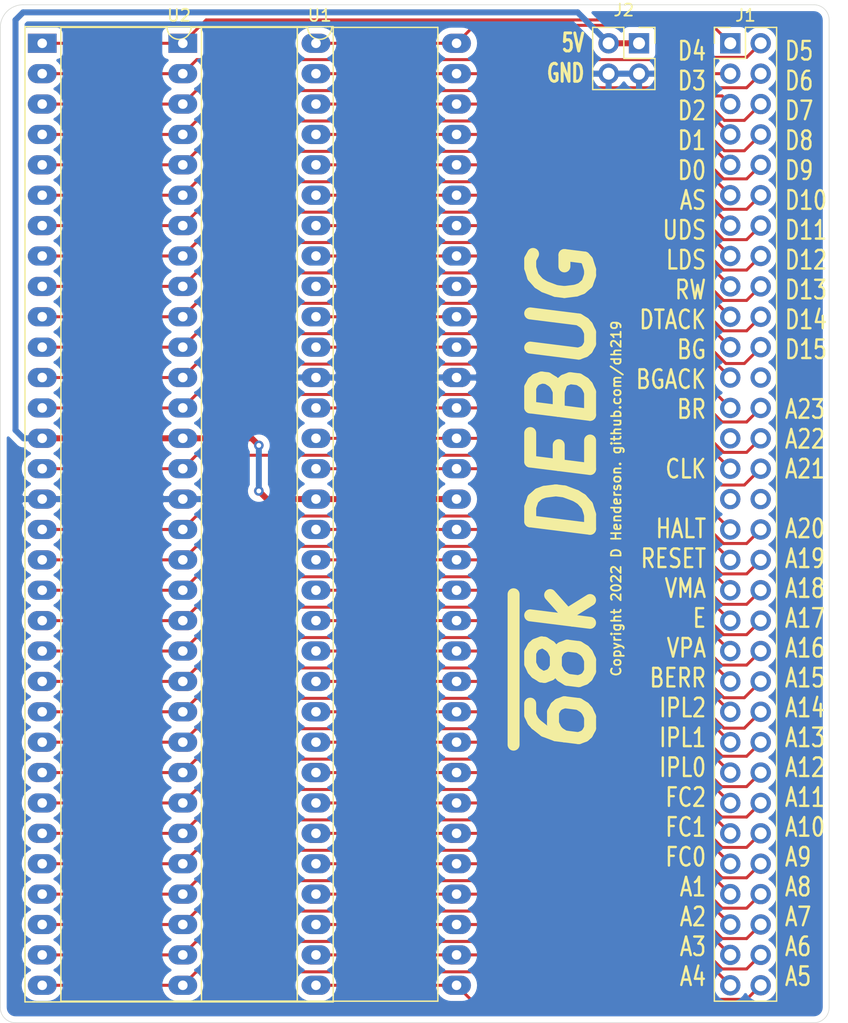
<source format=kicad_pcb>
(kicad_pcb (version 20171130) (host pcbnew "(5.1.10-1-10_14)")

  (general
    (thickness 1.6)
    (drawings 14)
    (tracks 293)
    (zones 0)
    (modules 4)
    (nets 67)
  )

  (page A4)
  (layers
    (0 F.Cu signal)
    (31 B.Cu signal)
    (32 B.Adhes user hide)
    (33 F.Adhes user hide)
    (34 B.Paste user hide)
    (35 F.Paste user hide)
    (36 B.SilkS user)
    (37 F.SilkS user)
    (38 B.Mask user)
    (39 F.Mask user)
    (40 Dwgs.User user)
    (41 Cmts.User user)
    (42 Eco1.User user)
    (43 Eco2.User user)
    (44 Edge.Cuts user)
    (45 Margin user)
    (46 B.CrtYd user)
    (47 F.CrtYd user)
    (48 B.Fab user)
    (49 F.Fab user)
  )

  (setup
    (last_trace_width 0.25)
    (user_trace_width 0.5)
    (trace_clearance 0.2)
    (zone_clearance 0.508)
    (zone_45_only no)
    (trace_min 0.2)
    (via_size 0.8)
    (via_drill 0.4)
    (via_min_size 0.4)
    (via_min_drill 0.3)
    (uvia_size 0.3)
    (uvia_drill 0.1)
    (uvias_allowed no)
    (uvia_min_size 0.2)
    (uvia_min_drill 0.1)
    (edge_width 0.05)
    (segment_width 0.2)
    (pcb_text_width 0.3)
    (pcb_text_size 1.5 1.5)
    (mod_edge_width 0.12)
    (mod_text_size 1 1)
    (mod_text_width 0.15)
    (pad_size 1.524 1.524)
    (pad_drill 0.762)
    (pad_to_mask_clearance 0)
    (aux_axis_origin 0 0)
    (visible_elements FFFFFF7F)
    (pcbplotparams
      (layerselection 0x010f0_ffffffff)
      (usegerberextensions false)
      (usegerberattributes true)
      (usegerberadvancedattributes true)
      (creategerberjobfile true)
      (excludeedgelayer true)
      (linewidth 0.100000)
      (plotframeref false)
      (viasonmask false)
      (mode 1)
      (useauxorigin false)
      (hpglpennumber 1)
      (hpglpenspeed 20)
      (hpglpendiameter 15.000000)
      (psnegative false)
      (psa4output false)
      (plotreference true)
      (plotvalue true)
      (plotinvisibletext false)
      (padsonsilk false)
      (subtractmaskfromsilk false)
      (outputformat 1)
      (mirror false)
      (drillshape 0)
      (scaleselection 1)
      (outputdirectory "gerbers"))
  )

  (net 0 "")
  (net 1 /D5)
  (net 2 /D6)
  (net 3 /D7)
  (net 4 /D8)
  (net 5 /D9)
  (net 6 /D10)
  (net 7 /D11)
  (net 8 /D12)
  (net 9 /D13)
  (net 10 /D14)
  (net 11 /D15)
  (net 12 /A23)
  (net 13 /A22)
  (net 14 /A21)
  (net 15 /A20)
  (net 16 /A19)
  (net 17 /A18)
  (net 18 /A17)
  (net 19 /A16)
  (net 20 /A15)
  (net 21 /A14)
  (net 22 /A13)
  (net 23 /A12)
  (net 24 /A11)
  (net 25 /A10)
  (net 26 /A9)
  (net 27 /A8)
  (net 28 /A7)
  (net 29 /A6)
  (net 30 /A5)
  (net 31 /A4)
  (net 32 /A3)
  (net 33 /A2)
  (net 34 /A1)
  (net 35 /FC0)
  (net 36 /FC1)
  (net 37 /FC2)
  (net 38 /IPL0)
  (net 39 /IPL1)
  (net 40 /IPL2)
  (net 41 /BERR)
  (net 42 /VPA)
  (net 43 /E)
  (net 44 /VMA)
  (net 45 /RESET)
  (net 46 /HALT)
  (net 47 /CLK)
  (net 48 /BR)
  (net 49 /BGACK)
  (net 50 /BG)
  (net 51 /DTACK)
  (net 52 /RW)
  (net 53 /LDS)
  (net 54 /UDS)
  (net 55 /AS)
  (net 56 /D0)
  (net 57 /D1)
  (net 58 /D2)
  (net 59 /D3)
  (net 60 /D4)
  (net 61 +5V)
  (net 62 GND)
  (net 63 "Net-(J1-Pad32)")
  (net 64 "Net-(J1-Pad31)")
  (net 65 "Net-(J1-Pad27)")
  (net 66 "Net-(J1-Pad24)")

  (net_class Default "This is the default net class."
    (clearance 0.2)
    (trace_width 0.25)
    (via_dia 0.8)
    (via_drill 0.4)
    (uvia_dia 0.3)
    (uvia_drill 0.1)
    (add_net +5V)
    (add_net /A1)
    (add_net /A10)
    (add_net /A11)
    (add_net /A12)
    (add_net /A13)
    (add_net /A14)
    (add_net /A15)
    (add_net /A16)
    (add_net /A17)
    (add_net /A18)
    (add_net /A19)
    (add_net /A2)
    (add_net /A20)
    (add_net /A21)
    (add_net /A22)
    (add_net /A23)
    (add_net /A3)
    (add_net /A4)
    (add_net /A5)
    (add_net /A6)
    (add_net /A7)
    (add_net /A8)
    (add_net /A9)
    (add_net /AS)
    (add_net /BERR)
    (add_net /BG)
    (add_net /BGACK)
    (add_net /BR)
    (add_net /CLK)
    (add_net /D0)
    (add_net /D1)
    (add_net /D10)
    (add_net /D11)
    (add_net /D12)
    (add_net /D13)
    (add_net /D14)
    (add_net /D15)
    (add_net /D2)
    (add_net /D3)
    (add_net /D4)
    (add_net /D5)
    (add_net /D6)
    (add_net /D7)
    (add_net /D8)
    (add_net /D9)
    (add_net /DTACK)
    (add_net /E)
    (add_net /FC0)
    (add_net /FC1)
    (add_net /FC2)
    (add_net /HALT)
    (add_net /IPL0)
    (add_net /IPL1)
    (add_net /IPL2)
    (add_net /LDS)
    (add_net /RESET)
    (add_net /RW)
    (add_net /UDS)
    (add_net /VMA)
    (add_net /VPA)
    (add_net GND)
    (add_net "Net-(J1-Pad24)")
    (add_net "Net-(J1-Pad27)")
    (add_net "Net-(J1-Pad31)")
    (add_net "Net-(J1-Pad32)")
  )

  (net_class power ""
    (clearance 0.2)
    (trace_width 0.5)
    (via_dia 0.8)
    (via_drill 0.4)
    (uvia_dia 0.3)
    (uvia_drill 0.1)
  )

  (module Connector_PinHeader_2.54mm:PinHeader_2x32_P2.54mm_Vertical (layer F.Cu) (tedit 59FED5CC) (tstamp 62A39544)
    (at 137.16 59.1)
    (descr "Through hole straight pin header, 2x32, 2.54mm pitch, double rows")
    (tags "Through hole pin header THT 2x32 2.54mm double row")
    (path /62C4EE12)
    (fp_text reference J1 (at 1.27 -2.33) (layer F.SilkS)
      (effects (font (size 1 1) (thickness 0.15)))
    )
    (fp_text value Conn_02x32_Odd_Even (at 1.27 81.07) (layer F.Fab)
      (effects (font (size 1 1) (thickness 0.15)))
    )
    (fp_line (start 0 -1.27) (end 3.81 -1.27) (layer F.Fab) (width 0.1))
    (fp_line (start 3.81 -1.27) (end 3.81 80.01) (layer F.Fab) (width 0.1))
    (fp_line (start 3.81 80.01) (end -1.27 80.01) (layer F.Fab) (width 0.1))
    (fp_line (start -1.27 80.01) (end -1.27 0) (layer F.Fab) (width 0.1))
    (fp_line (start -1.27 0) (end 0 -1.27) (layer F.Fab) (width 0.1))
    (fp_line (start -1.33 80.07) (end 3.87 80.07) (layer F.SilkS) (width 0.12))
    (fp_line (start -1.33 1.27) (end -1.33 80.07) (layer F.SilkS) (width 0.12))
    (fp_line (start 3.87 -1.33) (end 3.87 80.07) (layer F.SilkS) (width 0.12))
    (fp_line (start -1.33 1.27) (end 1.27 1.27) (layer F.SilkS) (width 0.12))
    (fp_line (start 1.27 1.27) (end 1.27 -1.33) (layer F.SilkS) (width 0.12))
    (fp_line (start 1.27 -1.33) (end 3.87 -1.33) (layer F.SilkS) (width 0.12))
    (fp_line (start -1.33 0) (end -1.33 -1.33) (layer F.SilkS) (width 0.12))
    (fp_line (start -1.33 -1.33) (end 0 -1.33) (layer F.SilkS) (width 0.12))
    (fp_line (start -1.8 -1.8) (end -1.8 80.55) (layer F.CrtYd) (width 0.05))
    (fp_line (start -1.8 80.55) (end 4.35 80.55) (layer F.CrtYd) (width 0.05))
    (fp_line (start 4.35 80.55) (end 4.35 -1.8) (layer F.CrtYd) (width 0.05))
    (fp_line (start 4.35 -1.8) (end -1.8 -1.8) (layer F.CrtYd) (width 0.05))
    (fp_text user %R (at 1.27 39.37 90) (layer F.Fab)
      (effects (font (size 1 1) (thickness 0.15)))
    )
    (pad 64 thru_hole oval (at 2.54 78.74) (size 1.7 1.7) (drill 1) (layers *.Cu *.Mask)
      (net 30 /A5))
    (pad 63 thru_hole oval (at 0 78.74) (size 1.7 1.7) (drill 1) (layers *.Cu *.Mask)
      (net 31 /A4))
    (pad 62 thru_hole oval (at 2.54 76.2) (size 1.7 1.7) (drill 1) (layers *.Cu *.Mask)
      (net 29 /A6))
    (pad 61 thru_hole oval (at 0 76.2) (size 1.7 1.7) (drill 1) (layers *.Cu *.Mask)
      (net 32 /A3))
    (pad 60 thru_hole oval (at 2.54 73.66) (size 1.7 1.7) (drill 1) (layers *.Cu *.Mask)
      (net 28 /A7))
    (pad 59 thru_hole oval (at 0 73.66) (size 1.7 1.7) (drill 1) (layers *.Cu *.Mask)
      (net 33 /A2))
    (pad 58 thru_hole oval (at 2.54 71.12) (size 1.7 1.7) (drill 1) (layers *.Cu *.Mask)
      (net 27 /A8))
    (pad 57 thru_hole oval (at 0 71.12) (size 1.7 1.7) (drill 1) (layers *.Cu *.Mask)
      (net 34 /A1))
    (pad 56 thru_hole oval (at 2.54 68.58) (size 1.7 1.7) (drill 1) (layers *.Cu *.Mask)
      (net 26 /A9))
    (pad 55 thru_hole oval (at 0 68.58) (size 1.7 1.7) (drill 1) (layers *.Cu *.Mask)
      (net 35 /FC0))
    (pad 54 thru_hole oval (at 2.54 66.04) (size 1.7 1.7) (drill 1) (layers *.Cu *.Mask)
      (net 25 /A10))
    (pad 53 thru_hole oval (at 0 66.04) (size 1.7 1.7) (drill 1) (layers *.Cu *.Mask)
      (net 36 /FC1))
    (pad 52 thru_hole oval (at 2.54 63.5) (size 1.7 1.7) (drill 1) (layers *.Cu *.Mask)
      (net 24 /A11))
    (pad 51 thru_hole oval (at 0 63.5) (size 1.7 1.7) (drill 1) (layers *.Cu *.Mask)
      (net 37 /FC2))
    (pad 50 thru_hole oval (at 2.54 60.96) (size 1.7 1.7) (drill 1) (layers *.Cu *.Mask)
      (net 23 /A12))
    (pad 49 thru_hole oval (at 0 60.96) (size 1.7 1.7) (drill 1) (layers *.Cu *.Mask)
      (net 38 /IPL0))
    (pad 48 thru_hole oval (at 2.54 58.42) (size 1.7 1.7) (drill 1) (layers *.Cu *.Mask)
      (net 22 /A13))
    (pad 47 thru_hole oval (at 0 58.42) (size 1.7 1.7) (drill 1) (layers *.Cu *.Mask)
      (net 39 /IPL1))
    (pad 46 thru_hole oval (at 2.54 55.88) (size 1.7 1.7) (drill 1) (layers *.Cu *.Mask)
      (net 21 /A14))
    (pad 45 thru_hole oval (at 0 55.88) (size 1.7 1.7) (drill 1) (layers *.Cu *.Mask)
      (net 40 /IPL2))
    (pad 44 thru_hole oval (at 2.54 53.34) (size 1.7 1.7) (drill 1) (layers *.Cu *.Mask)
      (net 20 /A15))
    (pad 43 thru_hole oval (at 0 53.34) (size 1.7 1.7) (drill 1) (layers *.Cu *.Mask)
      (net 41 /BERR))
    (pad 42 thru_hole oval (at 2.54 50.8) (size 1.7 1.7) (drill 1) (layers *.Cu *.Mask)
      (net 19 /A16))
    (pad 41 thru_hole oval (at 0 50.8) (size 1.7 1.7) (drill 1) (layers *.Cu *.Mask)
      (net 42 /VPA))
    (pad 40 thru_hole oval (at 2.54 48.26) (size 1.7 1.7) (drill 1) (layers *.Cu *.Mask)
      (net 18 /A17))
    (pad 39 thru_hole oval (at 0 48.26) (size 1.7 1.7) (drill 1) (layers *.Cu *.Mask)
      (net 43 /E))
    (pad 38 thru_hole oval (at 2.54 45.72) (size 1.7 1.7) (drill 1) (layers *.Cu *.Mask)
      (net 17 /A18))
    (pad 37 thru_hole oval (at 0 45.72) (size 1.7 1.7) (drill 1) (layers *.Cu *.Mask)
      (net 44 /VMA))
    (pad 36 thru_hole oval (at 2.54 43.18) (size 1.7 1.7) (drill 1) (layers *.Cu *.Mask)
      (net 16 /A19))
    (pad 35 thru_hole oval (at 0 43.18) (size 1.7 1.7) (drill 1) (layers *.Cu *.Mask)
      (net 45 /RESET))
    (pad 34 thru_hole oval (at 2.54 40.64) (size 1.7 1.7) (drill 1) (layers *.Cu *.Mask)
      (net 15 /A20))
    (pad 33 thru_hole oval (at 0 40.64) (size 1.7 1.7) (drill 1) (layers *.Cu *.Mask)
      (net 46 /HALT))
    (pad 32 thru_hole oval (at 2.54 38.1) (size 1.7 1.7) (drill 1) (layers *.Cu *.Mask)
      (net 63 "Net-(J1-Pad32)"))
    (pad 31 thru_hole oval (at 0 38.1) (size 1.7 1.7) (drill 1) (layers *.Cu *.Mask)
      (net 64 "Net-(J1-Pad31)"))
    (pad 30 thru_hole oval (at 2.54 35.56) (size 1.7 1.7) (drill 1) (layers *.Cu *.Mask)
      (net 14 /A21))
    (pad 29 thru_hole oval (at 0 35.56) (size 1.7 1.7) (drill 1) (layers *.Cu *.Mask)
      (net 47 /CLK))
    (pad 28 thru_hole oval (at 2.54 33.02) (size 1.7 1.7) (drill 1) (layers *.Cu *.Mask)
      (net 13 /A22))
    (pad 27 thru_hole oval (at 0 33.02) (size 1.7 1.7) (drill 1) (layers *.Cu *.Mask)
      (net 65 "Net-(J1-Pad27)"))
    (pad 26 thru_hole oval (at 2.54 30.48) (size 1.7 1.7) (drill 1) (layers *.Cu *.Mask)
      (net 12 /A23))
    (pad 25 thru_hole oval (at 0 30.48) (size 1.7 1.7) (drill 1) (layers *.Cu *.Mask)
      (net 48 /BR))
    (pad 24 thru_hole oval (at 2.54 27.94) (size 1.7 1.7) (drill 1) (layers *.Cu *.Mask)
      (net 66 "Net-(J1-Pad24)"))
    (pad 23 thru_hole oval (at 0 27.94) (size 1.7 1.7) (drill 1) (layers *.Cu *.Mask)
      (net 49 /BGACK))
    (pad 22 thru_hole oval (at 2.54 25.4) (size 1.7 1.7) (drill 1) (layers *.Cu *.Mask)
      (net 11 /D15))
    (pad 21 thru_hole oval (at 0 25.4) (size 1.7 1.7) (drill 1) (layers *.Cu *.Mask)
      (net 50 /BG))
    (pad 20 thru_hole oval (at 2.54 22.86) (size 1.7 1.7) (drill 1) (layers *.Cu *.Mask)
      (net 10 /D14))
    (pad 19 thru_hole oval (at 0 22.86) (size 1.7 1.7) (drill 1) (layers *.Cu *.Mask)
      (net 51 /DTACK))
    (pad 18 thru_hole oval (at 2.54 20.32) (size 1.7 1.7) (drill 1) (layers *.Cu *.Mask)
      (net 9 /D13))
    (pad 17 thru_hole oval (at 0 20.32) (size 1.7 1.7) (drill 1) (layers *.Cu *.Mask)
      (net 52 /RW))
    (pad 16 thru_hole oval (at 2.54 17.78) (size 1.7 1.7) (drill 1) (layers *.Cu *.Mask)
      (net 8 /D12))
    (pad 15 thru_hole oval (at 0 17.78) (size 1.7 1.7) (drill 1) (layers *.Cu *.Mask)
      (net 53 /LDS))
    (pad 14 thru_hole oval (at 2.54 15.24) (size 1.7 1.7) (drill 1) (layers *.Cu *.Mask)
      (net 7 /D11))
    (pad 13 thru_hole oval (at 0 15.24) (size 1.7 1.7) (drill 1) (layers *.Cu *.Mask)
      (net 54 /UDS))
    (pad 12 thru_hole oval (at 2.54 12.7) (size 1.7 1.7) (drill 1) (layers *.Cu *.Mask)
      (net 6 /D10))
    (pad 11 thru_hole oval (at 0 12.7) (size 1.7 1.7) (drill 1) (layers *.Cu *.Mask)
      (net 55 /AS))
    (pad 10 thru_hole oval (at 2.54 10.16) (size 1.7 1.7) (drill 1) (layers *.Cu *.Mask)
      (net 5 /D9))
    (pad 9 thru_hole oval (at 0 10.16) (size 1.7 1.7) (drill 1) (layers *.Cu *.Mask)
      (net 56 /D0))
    (pad 8 thru_hole oval (at 2.54 7.62) (size 1.7 1.7) (drill 1) (layers *.Cu *.Mask)
      (net 4 /D8))
    (pad 7 thru_hole oval (at 0 7.62) (size 1.7 1.7) (drill 1) (layers *.Cu *.Mask)
      (net 57 /D1))
    (pad 6 thru_hole oval (at 2.54 5.08) (size 1.7 1.7) (drill 1) (layers *.Cu *.Mask)
      (net 3 /D7))
    (pad 5 thru_hole oval (at 0 5.08) (size 1.7 1.7) (drill 1) (layers *.Cu *.Mask)
      (net 58 /D2))
    (pad 4 thru_hole oval (at 2.54 2.54) (size 1.7 1.7) (drill 1) (layers *.Cu *.Mask)
      (net 2 /D6))
    (pad 3 thru_hole oval (at 0 2.54) (size 1.7 1.7) (drill 1) (layers *.Cu *.Mask)
      (net 59 /D3))
    (pad 2 thru_hole oval (at 2.54 0) (size 1.7 1.7) (drill 1) (layers *.Cu *.Mask)
      (net 1 /D5))
    (pad 1 thru_hole rect (at 0 0) (size 1.7 1.7) (drill 1) (layers *.Cu *.Mask)
      (net 60 /D4))
    (model ${KISYS3DMOD}/Connector_PinHeader_2.54mm.3dshapes/PinHeader_2x32_P2.54mm_Vertical.wrl
      (at (xyz 0 0 0))
      (scale (xyz 1 1 1))
      (rotate (xyz 0 0 0))
    )
  )

  (module Connector_PinSocket_2.54mm:PinSocket_2x02_P2.54mm_Vertical (layer F.Cu) (tedit 5A19A426) (tstamp 62A39412)
    (at 129.54 59.1)
    (descr "Through hole straight socket strip, 2x02, 2.54mm pitch, double cols (from Kicad 4.0.7), script generated")
    (tags "Through hole socket strip THT 2x02 2.54mm double row")
    (path /62C3D0CB)
    (fp_text reference J2 (at -1.27 -2.77) (layer F.SilkS)
      (effects (font (size 1 1) (thickness 0.15)))
    )
    (fp_text value Conn_02x02_Odd_Even (at -1.27 5.31) (layer F.Fab)
      (effects (font (size 1 1) (thickness 0.15)))
    )
    (fp_line (start -3.81 -1.27) (end 0.27 -1.27) (layer F.Fab) (width 0.1))
    (fp_line (start 0.27 -1.27) (end 1.27 -0.27) (layer F.Fab) (width 0.1))
    (fp_line (start 1.27 -0.27) (end 1.27 3.81) (layer F.Fab) (width 0.1))
    (fp_line (start 1.27 3.81) (end -3.81 3.81) (layer F.Fab) (width 0.1))
    (fp_line (start -3.81 3.81) (end -3.81 -1.27) (layer F.Fab) (width 0.1))
    (fp_line (start -3.87 -1.33) (end -1.27 -1.33) (layer F.SilkS) (width 0.12))
    (fp_line (start -3.87 -1.33) (end -3.87 3.87) (layer F.SilkS) (width 0.12))
    (fp_line (start -3.87 3.87) (end 1.33 3.87) (layer F.SilkS) (width 0.12))
    (fp_line (start 1.33 1.27) (end 1.33 3.87) (layer F.SilkS) (width 0.12))
    (fp_line (start -1.27 1.27) (end 1.33 1.27) (layer F.SilkS) (width 0.12))
    (fp_line (start -1.27 -1.33) (end -1.27 1.27) (layer F.SilkS) (width 0.12))
    (fp_line (start 1.33 -1.33) (end 1.33 0) (layer F.SilkS) (width 0.12))
    (fp_line (start 0 -1.33) (end 1.33 -1.33) (layer F.SilkS) (width 0.12))
    (fp_line (start -4.34 -1.8) (end 1.76 -1.8) (layer F.CrtYd) (width 0.05))
    (fp_line (start 1.76 -1.8) (end 1.76 4.3) (layer F.CrtYd) (width 0.05))
    (fp_line (start 1.76 4.3) (end -4.34 4.3) (layer F.CrtYd) (width 0.05))
    (fp_line (start -4.34 4.3) (end -4.34 -1.8) (layer F.CrtYd) (width 0.05))
    (fp_text user %R (at -1.27 1.27 90) (layer F.Fab)
      (effects (font (size 1 1) (thickness 0.15)))
    )
    (pad 4 thru_hole oval (at -2.54 2.54) (size 1.7 1.7) (drill 1) (layers *.Cu *.Mask)
      (net 62 GND))
    (pad 3 thru_hole oval (at 0 2.54) (size 1.7 1.7) (drill 1) (layers *.Cu *.Mask)
      (net 62 GND))
    (pad 2 thru_hole oval (at -2.54 0) (size 1.7 1.7) (drill 1) (layers *.Cu *.Mask)
      (net 61 +5V))
    (pad 1 thru_hole rect (at 0 0) (size 1.7 1.7) (drill 1) (layers *.Cu *.Mask)
      (net 61 +5V))
    (model ${KISYS3DMOD}/Connector_PinSocket_2.54mm.3dshapes/PinSocket_2x02_P2.54mm_Vertical.wrl
      (at (xyz 0 0 0))
      (scale (xyz 1 1 1))
      (rotate (xyz 0 0 0))
    )
  )

  (module Package_DIP:DIP-64_W22.86mm_Socket_LongPads (layer F.Cu) (tedit 5A02E8C5) (tstamp 62A36ED5)
    (at 79.7 59.1)
    (descr "64-lead though-hole mounted DIP package, row spacing 22.86 mm (900 mils), Socket, LongPads")
    (tags "THT DIP DIL PDIP 2.54mm 22.86mm 900mil Socket LongPads")
    (path /62A323E8)
    (fp_text reference U2 (at 11.43 -2.33) (layer F.SilkS)
      (effects (font (size 1 1) (thickness 0.15)))
    )
    (fp_text value 68000D (at 11.43 81.07) (layer F.Fab)
      (effects (font (size 1 1) (thickness 0.15)))
    )
    (fp_line (start 1.255 -1.27) (end 22.605 -1.27) (layer F.Fab) (width 0.1))
    (fp_line (start 22.605 -1.27) (end 22.605 80.01) (layer F.Fab) (width 0.1))
    (fp_line (start 22.605 80.01) (end 0.255 80.01) (layer F.Fab) (width 0.1))
    (fp_line (start 0.255 80.01) (end 0.255 -0.27) (layer F.Fab) (width 0.1))
    (fp_line (start 0.255 -0.27) (end 1.255 -1.27) (layer F.Fab) (width 0.1))
    (fp_line (start -1.27 -1.33) (end -1.27 80.07) (layer F.Fab) (width 0.1))
    (fp_line (start -1.27 80.07) (end 24.13 80.07) (layer F.Fab) (width 0.1))
    (fp_line (start 24.13 80.07) (end 24.13 -1.33) (layer F.Fab) (width 0.1))
    (fp_line (start 24.13 -1.33) (end -1.27 -1.33) (layer F.Fab) (width 0.1))
    (fp_line (start 10.43 -1.33) (end 1.56 -1.33) (layer F.SilkS) (width 0.12))
    (fp_line (start 1.56 -1.33) (end 1.56 80.07) (layer F.SilkS) (width 0.12))
    (fp_line (start 1.56 80.07) (end 21.3 80.07) (layer F.SilkS) (width 0.12))
    (fp_line (start 21.3 80.07) (end 21.3 -1.33) (layer F.SilkS) (width 0.12))
    (fp_line (start 21.3 -1.33) (end 12.43 -1.33) (layer F.SilkS) (width 0.12))
    (fp_line (start -1.44 -1.39) (end -1.44 80.13) (layer F.SilkS) (width 0.12))
    (fp_line (start -1.44 80.13) (end 24.3 80.13) (layer F.SilkS) (width 0.12))
    (fp_line (start 24.3 80.13) (end 24.3 -1.39) (layer F.SilkS) (width 0.12))
    (fp_line (start 24.3 -1.39) (end -1.44 -1.39) (layer F.SilkS) (width 0.12))
    (fp_line (start -1.55 -1.6) (end -1.55 80.35) (layer F.CrtYd) (width 0.05))
    (fp_line (start -1.55 80.35) (end 24.4 80.35) (layer F.CrtYd) (width 0.05))
    (fp_line (start 24.4 80.35) (end 24.4 -1.6) (layer F.CrtYd) (width 0.05))
    (fp_line (start 24.4 -1.6) (end -1.55 -1.6) (layer F.CrtYd) (width 0.05))
    (fp_text user %R (at 11.43 39.37) (layer F.Fab)
      (effects (font (size 1 1) (thickness 0.15)))
    )
    (fp_arc (start 11.43 -1.33) (end 10.43 -1.33) (angle -180) (layer F.SilkS) (width 0.12))
    (pad 64 thru_hole oval (at 22.86 0) (size 2.4 1.6) (drill 0.8) (layers *.Cu *.Mask)
      (net 1 /D5))
    (pad 32 thru_hole oval (at 0 78.74) (size 2.4 1.6) (drill 0.8) (layers *.Cu *.Mask)
      (net 31 /A4))
    (pad 63 thru_hole oval (at 22.86 2.54) (size 2.4 1.6) (drill 0.8) (layers *.Cu *.Mask)
      (net 2 /D6))
    (pad 31 thru_hole oval (at 0 76.2) (size 2.4 1.6) (drill 0.8) (layers *.Cu *.Mask)
      (net 32 /A3))
    (pad 62 thru_hole oval (at 22.86 5.08) (size 2.4 1.6) (drill 0.8) (layers *.Cu *.Mask)
      (net 3 /D7))
    (pad 30 thru_hole oval (at 0 73.66) (size 2.4 1.6) (drill 0.8) (layers *.Cu *.Mask)
      (net 33 /A2))
    (pad 61 thru_hole oval (at 22.86 7.62) (size 2.4 1.6) (drill 0.8) (layers *.Cu *.Mask)
      (net 4 /D8))
    (pad 29 thru_hole oval (at 0 71.12) (size 2.4 1.6) (drill 0.8) (layers *.Cu *.Mask)
      (net 34 /A1))
    (pad 60 thru_hole oval (at 22.86 10.16) (size 2.4 1.6) (drill 0.8) (layers *.Cu *.Mask)
      (net 5 /D9))
    (pad 28 thru_hole oval (at 0 68.58) (size 2.4 1.6) (drill 0.8) (layers *.Cu *.Mask)
      (net 35 /FC0))
    (pad 59 thru_hole oval (at 22.86 12.7) (size 2.4 1.6) (drill 0.8) (layers *.Cu *.Mask)
      (net 6 /D10))
    (pad 27 thru_hole oval (at 0 66.04) (size 2.4 1.6) (drill 0.8) (layers *.Cu *.Mask)
      (net 36 /FC1))
    (pad 58 thru_hole oval (at 22.86 15.24) (size 2.4 1.6) (drill 0.8) (layers *.Cu *.Mask)
      (net 7 /D11))
    (pad 26 thru_hole oval (at 0 63.5) (size 2.4 1.6) (drill 0.8) (layers *.Cu *.Mask)
      (net 37 /FC2))
    (pad 57 thru_hole oval (at 22.86 17.78) (size 2.4 1.6) (drill 0.8) (layers *.Cu *.Mask)
      (net 8 /D12))
    (pad 25 thru_hole oval (at 0 60.96) (size 2.4 1.6) (drill 0.8) (layers *.Cu *.Mask)
      (net 38 /IPL0))
    (pad 56 thru_hole oval (at 22.86 20.32) (size 2.4 1.6) (drill 0.8) (layers *.Cu *.Mask)
      (net 9 /D13))
    (pad 24 thru_hole oval (at 0 58.42) (size 2.4 1.6) (drill 0.8) (layers *.Cu *.Mask)
      (net 39 /IPL1))
    (pad 55 thru_hole oval (at 22.86 22.86) (size 2.4 1.6) (drill 0.8) (layers *.Cu *.Mask)
      (net 10 /D14))
    (pad 23 thru_hole oval (at 0 55.88) (size 2.4 1.6) (drill 0.8) (layers *.Cu *.Mask)
      (net 40 /IPL2))
    (pad 54 thru_hole oval (at 22.86 25.4) (size 2.4 1.6) (drill 0.8) (layers *.Cu *.Mask)
      (net 11 /D15))
    (pad 22 thru_hole oval (at 0 53.34) (size 2.4 1.6) (drill 0.8) (layers *.Cu *.Mask)
      (net 41 /BERR))
    (pad 53 thru_hole oval (at 22.86 27.94) (size 2.4 1.6) (drill 0.8) (layers *.Cu *.Mask)
      (net 62 GND))
    (pad 21 thru_hole oval (at 0 50.8) (size 2.4 1.6) (drill 0.8) (layers *.Cu *.Mask)
      (net 42 /VPA))
    (pad 52 thru_hole oval (at 22.86 30.48) (size 2.4 1.6) (drill 0.8) (layers *.Cu *.Mask)
      (net 12 /A23))
    (pad 20 thru_hole oval (at 0 48.26) (size 2.4 1.6) (drill 0.8) (layers *.Cu *.Mask)
      (net 43 /E))
    (pad 51 thru_hole oval (at 22.86 33.02) (size 2.4 1.6) (drill 0.8) (layers *.Cu *.Mask)
      (net 13 /A22))
    (pad 19 thru_hole oval (at 0 45.72) (size 2.4 1.6) (drill 0.8) (layers *.Cu *.Mask)
      (net 44 /VMA))
    (pad 50 thru_hole oval (at 22.86 35.56) (size 2.4 1.6) (drill 0.8) (layers *.Cu *.Mask)
      (net 14 /A21))
    (pad 18 thru_hole oval (at 0 43.18) (size 2.4 1.6) (drill 0.8) (layers *.Cu *.Mask)
      (net 45 /RESET))
    (pad 49 thru_hole oval (at 22.86 38.1) (size 2.4 1.6) (drill 0.8) (layers *.Cu *.Mask)
      (net 61 +5V))
    (pad 17 thru_hole oval (at 0 40.64) (size 2.4 1.6) (drill 0.8) (layers *.Cu *.Mask)
      (net 46 /HALT))
    (pad 48 thru_hole oval (at 22.86 40.64) (size 2.4 1.6) (drill 0.8) (layers *.Cu *.Mask)
      (net 15 /A20))
    (pad 16 thru_hole oval (at 0 38.1) (size 2.4 1.6) (drill 0.8) (layers *.Cu *.Mask)
      (net 62 GND))
    (pad 47 thru_hole oval (at 22.86 43.18) (size 2.4 1.6) (drill 0.8) (layers *.Cu *.Mask)
      (net 16 /A19))
    (pad 15 thru_hole oval (at 0 35.56) (size 2.4 1.6) (drill 0.8) (layers *.Cu *.Mask)
      (net 47 /CLK))
    (pad 46 thru_hole oval (at 22.86 45.72) (size 2.4 1.6) (drill 0.8) (layers *.Cu *.Mask)
      (net 17 /A18))
    (pad 14 thru_hole oval (at 0 33.02) (size 2.4 1.6) (drill 0.8) (layers *.Cu *.Mask)
      (net 61 +5V))
    (pad 45 thru_hole oval (at 22.86 48.26) (size 2.4 1.6) (drill 0.8) (layers *.Cu *.Mask)
      (net 18 /A17))
    (pad 13 thru_hole oval (at 0 30.48) (size 2.4 1.6) (drill 0.8) (layers *.Cu *.Mask)
      (net 48 /BR))
    (pad 44 thru_hole oval (at 22.86 50.8) (size 2.4 1.6) (drill 0.8) (layers *.Cu *.Mask)
      (net 19 /A16))
    (pad 12 thru_hole oval (at 0 27.94) (size 2.4 1.6) (drill 0.8) (layers *.Cu *.Mask)
      (net 49 /BGACK))
    (pad 43 thru_hole oval (at 22.86 53.34) (size 2.4 1.6) (drill 0.8) (layers *.Cu *.Mask)
      (net 20 /A15))
    (pad 11 thru_hole oval (at 0 25.4) (size 2.4 1.6) (drill 0.8) (layers *.Cu *.Mask)
      (net 50 /BG))
    (pad 42 thru_hole oval (at 22.86 55.88) (size 2.4 1.6) (drill 0.8) (layers *.Cu *.Mask)
      (net 21 /A14))
    (pad 10 thru_hole oval (at 0 22.86) (size 2.4 1.6) (drill 0.8) (layers *.Cu *.Mask)
      (net 51 /DTACK))
    (pad 41 thru_hole oval (at 22.86 58.42) (size 2.4 1.6) (drill 0.8) (layers *.Cu *.Mask)
      (net 22 /A13))
    (pad 9 thru_hole oval (at 0 20.32) (size 2.4 1.6) (drill 0.8) (layers *.Cu *.Mask)
      (net 52 /RW))
    (pad 40 thru_hole oval (at 22.86 60.96) (size 2.4 1.6) (drill 0.8) (layers *.Cu *.Mask)
      (net 23 /A12))
    (pad 8 thru_hole oval (at 0 17.78) (size 2.4 1.6) (drill 0.8) (layers *.Cu *.Mask)
      (net 53 /LDS))
    (pad 39 thru_hole oval (at 22.86 63.5) (size 2.4 1.6) (drill 0.8) (layers *.Cu *.Mask)
      (net 24 /A11))
    (pad 7 thru_hole oval (at 0 15.24) (size 2.4 1.6) (drill 0.8) (layers *.Cu *.Mask)
      (net 54 /UDS))
    (pad 38 thru_hole oval (at 22.86 66.04) (size 2.4 1.6) (drill 0.8) (layers *.Cu *.Mask)
      (net 25 /A10))
    (pad 6 thru_hole oval (at 0 12.7) (size 2.4 1.6) (drill 0.8) (layers *.Cu *.Mask)
      (net 55 /AS))
    (pad 37 thru_hole oval (at 22.86 68.58) (size 2.4 1.6) (drill 0.8) (layers *.Cu *.Mask)
      (net 26 /A9))
    (pad 5 thru_hole oval (at 0 10.16) (size 2.4 1.6) (drill 0.8) (layers *.Cu *.Mask)
      (net 56 /D0))
    (pad 36 thru_hole oval (at 22.86 71.12) (size 2.4 1.6) (drill 0.8) (layers *.Cu *.Mask)
      (net 27 /A8))
    (pad 4 thru_hole oval (at 0 7.62) (size 2.4 1.6) (drill 0.8) (layers *.Cu *.Mask)
      (net 57 /D1))
    (pad 35 thru_hole oval (at 22.86 73.66) (size 2.4 1.6) (drill 0.8) (layers *.Cu *.Mask)
      (net 28 /A7))
    (pad 3 thru_hole oval (at 0 5.08) (size 2.4 1.6) (drill 0.8) (layers *.Cu *.Mask)
      (net 58 /D2))
    (pad 34 thru_hole oval (at 22.86 76.2) (size 2.4 1.6) (drill 0.8) (layers *.Cu *.Mask)
      (net 29 /A6))
    (pad 2 thru_hole oval (at 0 2.54) (size 2.4 1.6) (drill 0.8) (layers *.Cu *.Mask)
      (net 59 /D3))
    (pad 33 thru_hole oval (at 22.86 78.74) (size 2.4 1.6) (drill 0.8) (layers *.Cu *.Mask)
      (net 30 /A5))
    (pad 1 thru_hole rect (at 0 0) (size 2.4 1.6) (drill 0.8) (layers *.Cu *.Mask)
      (net 60 /D4))
    (model ${KISYS3DMOD}/Package_DIP.3dshapes/DIP-64_W22.86mm_Socket.wrl
      (at (xyz 0 0 0))
      (scale (xyz 1 1 1))
      (rotate (xyz 0 0 0))
    )
  )

  (module Package_DIP:DIP-64_W22.86mm_LongPads (layer F.Cu) (tedit 5A02E8C5) (tstamp 62A36E79)
    (at 91.44 59.1)
    (descr "64-lead though-hole mounted DIP package, row spacing 22.86 mm (900 mils), LongPads")
    (tags "THT DIP DIL PDIP 2.54mm 22.86mm 900mil LongPads")
    (path /62A31597)
    (fp_text reference U1 (at 11.43 -2.33) (layer F.SilkS)
      (effects (font (size 1 1) (thickness 0.15)))
    )
    (fp_text value 68000D_PLUG (at 11.43 81.07) (layer F.Fab)
      (effects (font (size 1 1) (thickness 0.15)))
    )
    (fp_line (start 1.255 -1.27) (end 22.605 -1.27) (layer F.Fab) (width 0.1))
    (fp_line (start 22.605 -1.27) (end 22.605 80.01) (layer F.Fab) (width 0.1))
    (fp_line (start 22.605 80.01) (end 0.255 80.01) (layer F.Fab) (width 0.1))
    (fp_line (start 0.255 80.01) (end 0.255 -0.27) (layer F.Fab) (width 0.1))
    (fp_line (start 0.255 -0.27) (end 1.255 -1.27) (layer F.Fab) (width 0.1))
    (fp_line (start 10.43 -1.33) (end 1.56 -1.33) (layer F.SilkS) (width 0.12))
    (fp_line (start 1.56 -1.33) (end 1.56 80.07) (layer F.SilkS) (width 0.12))
    (fp_line (start 1.56 80.07) (end 21.3 80.07) (layer F.SilkS) (width 0.12))
    (fp_line (start 21.3 80.07) (end 21.3 -1.33) (layer F.SilkS) (width 0.12))
    (fp_line (start 21.3 -1.33) (end 12.43 -1.33) (layer F.SilkS) (width 0.12))
    (fp_line (start -1.45 -1.55) (end -1.45 80.3) (layer F.CrtYd) (width 0.05))
    (fp_line (start -1.45 80.3) (end 24.35 80.3) (layer F.CrtYd) (width 0.05))
    (fp_line (start 24.35 80.3) (end 24.35 -1.55) (layer F.CrtYd) (width 0.05))
    (fp_line (start 24.35 -1.55) (end -1.45 -1.55) (layer F.CrtYd) (width 0.05))
    (fp_text user %R (at 11.43 39.37) (layer F.Fab)
      (effects (font (size 1 1) (thickness 0.15)))
    )
    (fp_arc (start 11.43 -1.33) (end 10.43 -1.33) (angle -180) (layer F.SilkS) (width 0.12))
    (pad 64 thru_hole oval (at 22.86 0) (size 2.4 1.6) (drill 0.8) (layers *.Cu *.Mask)
      (net 1 /D5))
    (pad 32 thru_hole oval (at 0 78.74) (size 2.4 1.6) (drill 0.8) (layers *.Cu *.Mask)
      (net 31 /A4))
    (pad 63 thru_hole oval (at 22.86 2.54) (size 2.4 1.6) (drill 0.8) (layers *.Cu *.Mask)
      (net 2 /D6))
    (pad 31 thru_hole oval (at 0 76.2) (size 2.4 1.6) (drill 0.8) (layers *.Cu *.Mask)
      (net 32 /A3))
    (pad 62 thru_hole oval (at 22.86 5.08) (size 2.4 1.6) (drill 0.8) (layers *.Cu *.Mask)
      (net 3 /D7))
    (pad 30 thru_hole oval (at 0 73.66) (size 2.4 1.6) (drill 0.8) (layers *.Cu *.Mask)
      (net 33 /A2))
    (pad 61 thru_hole oval (at 22.86 7.62) (size 2.4 1.6) (drill 0.8) (layers *.Cu *.Mask)
      (net 4 /D8))
    (pad 29 thru_hole oval (at 0 71.12) (size 2.4 1.6) (drill 0.8) (layers *.Cu *.Mask)
      (net 34 /A1))
    (pad 60 thru_hole oval (at 22.86 10.16) (size 2.4 1.6) (drill 0.8) (layers *.Cu *.Mask)
      (net 5 /D9))
    (pad 28 thru_hole oval (at 0 68.58) (size 2.4 1.6) (drill 0.8) (layers *.Cu *.Mask)
      (net 35 /FC0))
    (pad 59 thru_hole oval (at 22.86 12.7) (size 2.4 1.6) (drill 0.8) (layers *.Cu *.Mask)
      (net 6 /D10))
    (pad 27 thru_hole oval (at 0 66.04) (size 2.4 1.6) (drill 0.8) (layers *.Cu *.Mask)
      (net 36 /FC1))
    (pad 58 thru_hole oval (at 22.86 15.24) (size 2.4 1.6) (drill 0.8) (layers *.Cu *.Mask)
      (net 7 /D11))
    (pad 26 thru_hole oval (at 0 63.5) (size 2.4 1.6) (drill 0.8) (layers *.Cu *.Mask)
      (net 37 /FC2))
    (pad 57 thru_hole oval (at 22.86 17.78) (size 2.4 1.6) (drill 0.8) (layers *.Cu *.Mask)
      (net 8 /D12))
    (pad 25 thru_hole oval (at 0 60.96) (size 2.4 1.6) (drill 0.8) (layers *.Cu *.Mask)
      (net 38 /IPL0))
    (pad 56 thru_hole oval (at 22.86 20.32) (size 2.4 1.6) (drill 0.8) (layers *.Cu *.Mask)
      (net 9 /D13))
    (pad 24 thru_hole oval (at 0 58.42) (size 2.4 1.6) (drill 0.8) (layers *.Cu *.Mask)
      (net 39 /IPL1))
    (pad 55 thru_hole oval (at 22.86 22.86) (size 2.4 1.6) (drill 0.8) (layers *.Cu *.Mask)
      (net 10 /D14))
    (pad 23 thru_hole oval (at 0 55.88) (size 2.4 1.6) (drill 0.8) (layers *.Cu *.Mask)
      (net 40 /IPL2))
    (pad 54 thru_hole oval (at 22.86 25.4) (size 2.4 1.6) (drill 0.8) (layers *.Cu *.Mask)
      (net 11 /D15))
    (pad 22 thru_hole oval (at 0 53.34) (size 2.4 1.6) (drill 0.8) (layers *.Cu *.Mask)
      (net 41 /BERR))
    (pad 53 thru_hole oval (at 22.86 27.94) (size 2.4 1.6) (drill 0.8) (layers *.Cu *.Mask)
      (net 62 GND))
    (pad 21 thru_hole oval (at 0 50.8) (size 2.4 1.6) (drill 0.8) (layers *.Cu *.Mask)
      (net 42 /VPA))
    (pad 52 thru_hole oval (at 22.86 30.48) (size 2.4 1.6) (drill 0.8) (layers *.Cu *.Mask)
      (net 12 /A23))
    (pad 20 thru_hole oval (at 0 48.26) (size 2.4 1.6) (drill 0.8) (layers *.Cu *.Mask)
      (net 43 /E))
    (pad 51 thru_hole oval (at 22.86 33.02) (size 2.4 1.6) (drill 0.8) (layers *.Cu *.Mask)
      (net 13 /A22))
    (pad 19 thru_hole oval (at 0 45.72) (size 2.4 1.6) (drill 0.8) (layers *.Cu *.Mask)
      (net 44 /VMA))
    (pad 50 thru_hole oval (at 22.86 35.56) (size 2.4 1.6) (drill 0.8) (layers *.Cu *.Mask)
      (net 14 /A21))
    (pad 18 thru_hole oval (at 0 43.18) (size 2.4 1.6) (drill 0.8) (layers *.Cu *.Mask)
      (net 45 /RESET))
    (pad 49 thru_hole oval (at 22.86 38.1) (size 2.4 1.6) (drill 0.8) (layers *.Cu *.Mask)
      (net 61 +5V))
    (pad 17 thru_hole oval (at 0 40.64) (size 2.4 1.6) (drill 0.8) (layers *.Cu *.Mask)
      (net 46 /HALT))
    (pad 48 thru_hole oval (at 22.86 40.64) (size 2.4 1.6) (drill 0.8) (layers *.Cu *.Mask)
      (net 15 /A20))
    (pad 16 thru_hole oval (at 0 38.1) (size 2.4 1.6) (drill 0.8) (layers *.Cu *.Mask)
      (net 62 GND))
    (pad 47 thru_hole oval (at 22.86 43.18) (size 2.4 1.6) (drill 0.8) (layers *.Cu *.Mask)
      (net 16 /A19))
    (pad 15 thru_hole oval (at 0 35.56) (size 2.4 1.6) (drill 0.8) (layers *.Cu *.Mask)
      (net 47 /CLK))
    (pad 46 thru_hole oval (at 22.86 45.72) (size 2.4 1.6) (drill 0.8) (layers *.Cu *.Mask)
      (net 17 /A18))
    (pad 14 thru_hole oval (at 0 33.02) (size 2.4 1.6) (drill 0.8) (layers *.Cu *.Mask)
      (net 61 +5V))
    (pad 45 thru_hole oval (at 22.86 48.26) (size 2.4 1.6) (drill 0.8) (layers *.Cu *.Mask)
      (net 18 /A17))
    (pad 13 thru_hole oval (at 0 30.48) (size 2.4 1.6) (drill 0.8) (layers *.Cu *.Mask)
      (net 48 /BR))
    (pad 44 thru_hole oval (at 22.86 50.8) (size 2.4 1.6) (drill 0.8) (layers *.Cu *.Mask)
      (net 19 /A16))
    (pad 12 thru_hole oval (at 0 27.94) (size 2.4 1.6) (drill 0.8) (layers *.Cu *.Mask)
      (net 49 /BGACK))
    (pad 43 thru_hole oval (at 22.86 53.34) (size 2.4 1.6) (drill 0.8) (layers *.Cu *.Mask)
      (net 20 /A15))
    (pad 11 thru_hole oval (at 0 25.4) (size 2.4 1.6) (drill 0.8) (layers *.Cu *.Mask)
      (net 50 /BG))
    (pad 42 thru_hole oval (at 22.86 55.88) (size 2.4 1.6) (drill 0.8) (layers *.Cu *.Mask)
      (net 21 /A14))
    (pad 10 thru_hole oval (at 0 22.86) (size 2.4 1.6) (drill 0.8) (layers *.Cu *.Mask)
      (net 51 /DTACK))
    (pad 41 thru_hole oval (at 22.86 58.42) (size 2.4 1.6) (drill 0.8) (layers *.Cu *.Mask)
      (net 22 /A13))
    (pad 9 thru_hole oval (at 0 20.32) (size 2.4 1.6) (drill 0.8) (layers *.Cu *.Mask)
      (net 52 /RW))
    (pad 40 thru_hole oval (at 22.86 60.96) (size 2.4 1.6) (drill 0.8) (layers *.Cu *.Mask)
      (net 23 /A12))
    (pad 8 thru_hole oval (at 0 17.78) (size 2.4 1.6) (drill 0.8) (layers *.Cu *.Mask)
      (net 53 /LDS))
    (pad 39 thru_hole oval (at 22.86 63.5) (size 2.4 1.6) (drill 0.8) (layers *.Cu *.Mask)
      (net 24 /A11))
    (pad 7 thru_hole oval (at 0 15.24) (size 2.4 1.6) (drill 0.8) (layers *.Cu *.Mask)
      (net 54 /UDS))
    (pad 38 thru_hole oval (at 22.86 66.04) (size 2.4 1.6) (drill 0.8) (layers *.Cu *.Mask)
      (net 25 /A10))
    (pad 6 thru_hole oval (at 0 12.7) (size 2.4 1.6) (drill 0.8) (layers *.Cu *.Mask)
      (net 55 /AS))
    (pad 37 thru_hole oval (at 22.86 68.58) (size 2.4 1.6) (drill 0.8) (layers *.Cu *.Mask)
      (net 26 /A9))
    (pad 5 thru_hole oval (at 0 10.16) (size 2.4 1.6) (drill 0.8) (layers *.Cu *.Mask)
      (net 56 /D0))
    (pad 36 thru_hole oval (at 22.86 71.12) (size 2.4 1.6) (drill 0.8) (layers *.Cu *.Mask)
      (net 27 /A8))
    (pad 4 thru_hole oval (at 0 7.62) (size 2.4 1.6) (drill 0.8) (layers *.Cu *.Mask)
      (net 57 /D1))
    (pad 35 thru_hole oval (at 22.86 73.66) (size 2.4 1.6) (drill 0.8) (layers *.Cu *.Mask)
      (net 28 /A7))
    (pad 3 thru_hole oval (at 0 5.08) (size 2.4 1.6) (drill 0.8) (layers *.Cu *.Mask)
      (net 58 /D2))
    (pad 34 thru_hole oval (at 22.86 76.2) (size 2.4 1.6) (drill 0.8) (layers *.Cu *.Mask)
      (net 29 /A6))
    (pad 2 thru_hole oval (at 0 2.54) (size 2.4 1.6) (drill 0.8) (layers *.Cu *.Mask)
      (net 59 /D3))
    (pad 33 thru_hole oval (at 22.86 78.74) (size 2.4 1.6) (drill 0.8) (layers *.Cu *.Mask)
      (net 30 /A5))
    (pad 1 thru_hole rect (at 0 0) (size 2.4 1.6) (drill 0.8) (layers *.Cu *.Mask)
      (net 60 /D4))
    (model ${KISYS3DMOD}/Package_DIP.3dshapes/DIP-64_W22.86mm.wrl
      (at (xyz 0 0 0))
      (scale (xyz 1 1 1))
      (rotate (xyz 0 0 0))
    )
  )

  (gr_text "Copyright 2022 D Henderson. github.com/dh219" (at 127.635 97.155 90) (layer F.SilkS)
    (effects (font (size 0.8 0.8) (thickness 0.15)))
  )
  (gr_text "~68k DEBUG" (at 123.19 97.155 90) (layer F.SilkS)
    (effects (font (size 5 5) (thickness 1) italic))
  )
  (gr_text "D5\nD6\nD7\nD8\nD9\nD10\nD11\nD12\nD13\nD14\nD15\n\nA23\nA22\nA21\n\nA20\nA19\nA18\nA17\nA16\nA15\nA14\nA13\nA12\nA11\nA10\nA9\nA8\nA7\nA6\nA5" (at 141.605 98.425) (layer F.SilkS) (tstamp 62A3A147)
    (effects (font (size 1.55 1.2) (thickness 0.2)) (justify left))
  )
  (gr_text "D4\nD3\nD2\nD1\nD0\nAS\nUDS\nLDS\nRW\nDTACK\nBG\nBGACK\nBR\n\nCLK\n\nHALT\nRESET\nVMA\nE\nVPA\nBERR\nIPL2\nIPL1\nIPL0\nFC2\nFC1\nFC0\nA1\nA2\nA3\nA4" (at 135.255 98.425) (layer F.SilkS)
    (effects (font (size 1.55 1.2) (thickness 0.2)) (justify right))
  )
  (gr_arc (start 144.145 57.15) (end 145.415 57.15) (angle -90) (layer Edge.Cuts) (width 0.05))
  (gr_arc (start 78.105 57.785) (end 78.105 55.88) (angle -90) (layer Edge.Cuts) (width 0.05))
  (gr_arc (start 77.47 139.7) (end 76.2 139.7) (angle -90) (layer Edge.Cuts) (width 0.05))
  (gr_arc (start 144.145 139.7) (end 144.145 140.97) (angle -90) (layer Edge.Cuts) (width 0.05))
  (gr_text "GND\n" (at 125.095 61.595) (layer F.SilkS) (tstamp 62A3A0E2)
    (effects (font (size 1.5 1) (thickness 0.25)) (justify right))
  )
  (gr_text 5V (at 125.095 59.055) (layer F.SilkS)
    (effects (font (size 1.5 1) (thickness 0.25)) (justify right))
  )
  (gr_line (start 76.2 139.7) (end 76.2 57.785) (layer Edge.Cuts) (width 0.05) (tstamp 62A3806F))
  (gr_line (start 144.145 140.97) (end 77.47 140.97) (layer Edge.Cuts) (width 0.05))
  (gr_line (start 145.415 57.15) (end 145.415 139.7) (layer Edge.Cuts) (width 0.05))
  (gr_line (start 78.105 55.88) (end 144.145 55.88) (layer Edge.Cuts) (width 0.05))

  (segment (start 102.56 59.1) (end 114.3 59.1) (width 0.25) (layer F.Cu) (net 1))
  (segment (start 138.524999 60.275001) (end 139.7 59.1) (width 0.25) (layer F.Cu) (net 1))
  (segment (start 135.205001 60.275001) (end 138.524999 60.275001) (width 0.25) (layer F.Cu) (net 1))
  (segment (start 132.53001 57.60001) (end 135.205001 60.275001) (width 0.25) (layer F.Cu) (net 1))
  (segment (start 114.3 59.1) (end 115.79999 57.60001) (width 0.25) (layer F.Cu) (net 1))
  (segment (start 115.79999 57.60001) (end 132.53001 57.60001) (width 0.25) (layer F.Cu) (net 1))
  (segment (start 114.3 61.64) (end 102.56 61.64) (width 0.25) (layer F.Cu) (net 2))
  (segment (start 123.874999 62.815001) (end 122.699998 61.64) (width 0.25) (layer F.Cu) (net 2))
  (segment (start 139.7 61.64) (end 138.524999 62.815001) (width 0.25) (layer F.Cu) (net 2))
  (segment (start 122.699998 61.64) (end 114.3 61.64) (width 0.25) (layer F.Cu) (net 2))
  (segment (start 138.524999 62.815001) (end 123.874999 62.815001) (width 0.25) (layer F.Cu) (net 2))
  (segment (start 102.56 64.18) (end 114.3 64.18) (width 0.25) (layer F.Cu) (net 3))
  (segment (start 138.335001 65.544999) (end 139.7 64.18) (width 0.25) (layer F.Cu) (net 3))
  (segment (start 136.664999 65.544999) (end 138.335001 65.544999) (width 0.25) (layer F.Cu) (net 3))
  (segment (start 135.3 64.18) (end 136.664999 65.544999) (width 0.25) (layer F.Cu) (net 3))
  (segment (start 114.3 64.18) (end 135.3 64.18) (width 0.25) (layer F.Cu) (net 3))
  (segment (start 114.3 66.72) (end 102.56 66.72) (width 0.25) (layer F.Cu) (net 4))
  (segment (start 138.335001 68.084999) (end 139.7 66.72) (width 0.25) (layer F.Cu) (net 4))
  (segment (start 136.664999 68.084999) (end 138.335001 68.084999) (width 0.25) (layer F.Cu) (net 4))
  (segment (start 135.3 66.72) (end 136.664999 68.084999) (width 0.25) (layer F.Cu) (net 4))
  (segment (start 114.3 66.72) (end 135.3 66.72) (width 0.25) (layer F.Cu) (net 4))
  (segment (start 114.3 69.26) (end 102.56 69.26) (width 0.25) (layer F.Cu) (net 5))
  (segment (start 138.524999 70.435001) (end 139.7 69.26) (width 0.25) (layer F.Cu) (net 5))
  (segment (start 136.595999 70.435001) (end 138.524999 70.435001) (width 0.25) (layer F.Cu) (net 5))
  (segment (start 135.420998 69.26) (end 136.595999 70.435001) (width 0.25) (layer F.Cu) (net 5))
  (segment (start 114.3 69.26) (end 135.420998 69.26) (width 0.25) (layer F.Cu) (net 5))
  (segment (start 102.56 71.8) (end 114.3 71.8) (width 0.25) (layer F.Cu) (net 6))
  (segment (start 136.595999 72.975001) (end 138.524999 72.975001) (width 0.25) (layer F.Cu) (net 6))
  (segment (start 138.524999 72.975001) (end 139.7 71.8) (width 0.25) (layer F.Cu) (net 6))
  (segment (start 135.420998 71.8) (end 136.595999 72.975001) (width 0.25) (layer F.Cu) (net 6))
  (segment (start 114.3 71.8) (end 135.420998 71.8) (width 0.25) (layer F.Cu) (net 6))
  (segment (start 114.3 74.34) (end 102.56 74.34) (width 0.25) (layer F.Cu) (net 7))
  (segment (start 136.595999 75.515001) (end 138.524999 75.515001) (width 0.25) (layer F.Cu) (net 7))
  (segment (start 138.524999 75.515001) (end 139.7 74.34) (width 0.25) (layer F.Cu) (net 7))
  (segment (start 135.420998 74.34) (end 136.595999 75.515001) (width 0.25) (layer F.Cu) (net 7))
  (segment (start 114.3 74.34) (end 135.420998 74.34) (width 0.25) (layer F.Cu) (net 7))
  (segment (start 102.56 76.88) (end 114.3 76.88) (width 0.25) (layer F.Cu) (net 8))
  (segment (start 138.524999 78.055001) (end 139.7 76.88) (width 0.25) (layer F.Cu) (net 8))
  (segment (start 136.595999 78.055001) (end 138.524999 78.055001) (width 0.25) (layer F.Cu) (net 8))
  (segment (start 135.420998 76.88) (end 136.595999 78.055001) (width 0.25) (layer F.Cu) (net 8))
  (segment (start 114.3 76.88) (end 135.420998 76.88) (width 0.25) (layer F.Cu) (net 8))
  (segment (start 114.3 79.42) (end 102.56 79.42) (width 0.25) (layer F.Cu) (net 9))
  (segment (start 138.524999 80.595001) (end 139.7 79.42) (width 0.25) (layer F.Cu) (net 9))
  (segment (start 136.595999 80.595001) (end 138.524999 80.595001) (width 0.25) (layer F.Cu) (net 9))
  (segment (start 135.420998 79.42) (end 136.595999 80.595001) (width 0.25) (layer F.Cu) (net 9))
  (segment (start 114.3 79.42) (end 135.420998 79.42) (width 0.25) (layer F.Cu) (net 9))
  (segment (start 102.56 81.96) (end 114.3 81.96) (width 0.25) (layer F.Cu) (net 10))
  (segment (start 138.524999 83.135001) (end 139.7 81.96) (width 0.25) (layer F.Cu) (net 10))
  (segment (start 136.595999 83.135001) (end 138.524999 83.135001) (width 0.25) (layer F.Cu) (net 10))
  (segment (start 135.420998 81.96) (end 136.595999 83.135001) (width 0.25) (layer F.Cu) (net 10))
  (segment (start 114.3 81.96) (end 135.420998 81.96) (width 0.25) (layer F.Cu) (net 10))
  (segment (start 114.3 84.5) (end 102.56 84.5) (width 0.25) (layer F.Cu) (net 11))
  (segment (start 138.335001 85.864999) (end 139.7 84.5) (width 0.25) (layer F.Cu) (net 11))
  (segment (start 135.420998 84.5) (end 136.785997 85.864999) (width 0.25) (layer F.Cu) (net 11))
  (segment (start 136.785997 85.864999) (end 138.335001 85.864999) (width 0.25) (layer F.Cu) (net 11))
  (segment (start 114.3 84.5) (end 135.420998 84.5) (width 0.25) (layer F.Cu) (net 11))
  (segment (start 102.56 89.58) (end 114.3 89.58) (width 0.25) (layer F.Cu) (net 12))
  (segment (start 138.524999 90.755001) (end 139.7 89.58) (width 0.25) (layer F.Cu) (net 12))
  (segment (start 135.3 89.58) (end 136.475001 90.755001) (width 0.25) (layer F.Cu) (net 12))
  (segment (start 114.3 89.58) (end 135.3 89.58) (width 0.25) (layer F.Cu) (net 12))
  (segment (start 136.475001 90.755001) (end 138.524999 90.755001) (width 0.25) (layer F.Cu) (net 12))
  (segment (start 114.3 92.12) (end 102.56 92.12) (width 0.25) (layer F.Cu) (net 13))
  (segment (start 138.524999 93.295001) (end 139.7 92.12) (width 0.25) (layer F.Cu) (net 13))
  (segment (start 135.420998 92.12) (end 136.595999 93.295001) (width 0.25) (layer F.Cu) (net 13))
  (segment (start 136.595999 93.295001) (end 138.524999 93.295001) (width 0.25) (layer F.Cu) (net 13))
  (segment (start 114.3 92.12) (end 135.420998 92.12) (width 0.25) (layer F.Cu) (net 13))
  (segment (start 102.56 94.66) (end 114.3 94.66) (width 0.25) (layer F.Cu) (net 14))
  (segment (start 138.335001 96.024999) (end 139.7 94.66) (width 0.25) (layer F.Cu) (net 14))
  (segment (start 135.020002 94.66) (end 136.385001 96.024999) (width 0.25) (layer F.Cu) (net 14))
  (segment (start 114.3 94.66) (end 135.020002 94.66) (width 0.25) (layer F.Cu) (net 14))
  (segment (start 136.385001 96.024999) (end 138.335001 96.024999) (width 0.25) (layer F.Cu) (net 14))
  (segment (start 114.3 99.74) (end 102.56 99.74) (width 0.25) (layer F.Cu) (net 15))
  (segment (start 136.595999 100.915001) (end 138.524999 100.915001) (width 0.25) (layer F.Cu) (net 15))
  (segment (start 138.524999 100.915001) (end 139.7 99.74) (width 0.25) (layer F.Cu) (net 15))
  (segment (start 135.420998 99.74) (end 136.595999 100.915001) (width 0.25) (layer F.Cu) (net 15))
  (segment (start 114.3 99.74) (end 135.420998 99.74) (width 0.25) (layer F.Cu) (net 15))
  (segment (start 102.56 102.28) (end 113.62 102.28) (width 0.25) (layer F.Cu) (net 16))
  (segment (start 113.62 102.28) (end 114.3 102.28) (width 0.25) (layer F.Cu) (net 16))
  (segment (start 138.524999 103.455001) (end 139.7 102.28) (width 0.25) (layer F.Cu) (net 16))
  (segment (start 136.431411 103.455001) (end 138.524999 103.455001) (width 0.25) (layer F.Cu) (net 16))
  (segment (start 135.25641 102.28) (end 136.431411 103.455001) (width 0.25) (layer F.Cu) (net 16))
  (segment (start 114.3 102.28) (end 135.25641 102.28) (width 0.25) (layer F.Cu) (net 16))
  (segment (start 114.3 104.82) (end 102.56 104.82) (width 0.25) (layer F.Cu) (net 17))
  (segment (start 138.524999 105.995001) (end 139.7 104.82) (width 0.25) (layer F.Cu) (net 17))
  (segment (start 136.431411 105.995001) (end 138.524999 105.995001) (width 0.25) (layer F.Cu) (net 17))
  (segment (start 135.25641 104.82) (end 136.431411 105.995001) (width 0.25) (layer F.Cu) (net 17))
  (segment (start 114.3 104.82) (end 135.25641 104.82) (width 0.25) (layer F.Cu) (net 17))
  (segment (start 102.56 107.36) (end 114.3 107.36) (width 0.25) (layer F.Cu) (net 18))
  (segment (start 135.420998 107.36) (end 114.3 107.36) (width 0.25) (layer F.Cu) (net 18))
  (segment (start 136.595999 108.535001) (end 135.420998 107.36) (width 0.25) (layer F.Cu) (net 18))
  (segment (start 138.524999 108.535001) (end 136.595999 108.535001) (width 0.25) (layer F.Cu) (net 18))
  (segment (start 139.7 107.36) (end 138.524999 108.535001) (width 0.25) (layer F.Cu) (net 18))
  (segment (start 114.3 109.9) (end 102.56 109.9) (width 0.25) (layer F.Cu) (net 19))
  (segment (start 138.524999 111.075001) (end 139.7 109.9) (width 0.25) (layer F.Cu) (net 19))
  (segment (start 136.431411 111.075001) (end 138.524999 111.075001) (width 0.25) (layer F.Cu) (net 19))
  (segment (start 135.25641 109.9) (end 136.431411 111.075001) (width 0.25) (layer F.Cu) (net 19))
  (segment (start 114.3 109.9) (end 135.25641 109.9) (width 0.25) (layer F.Cu) (net 19))
  (segment (start 102.56 112.44) (end 114.3 112.44) (width 0.25) (layer F.Cu) (net 20))
  (segment (start 138.335001 113.804999) (end 139.7 112.44) (width 0.25) (layer F.Cu) (net 20))
  (segment (start 136.621409 113.804999) (end 138.335001 113.804999) (width 0.25) (layer F.Cu) (net 20))
  (segment (start 135.25641 112.44) (end 136.621409 113.804999) (width 0.25) (layer F.Cu) (net 20))
  (segment (start 114.3 112.44) (end 135.25641 112.44) (width 0.25) (layer F.Cu) (net 20))
  (segment (start 114.3 114.98) (end 102.56 114.98) (width 0.25) (layer F.Cu) (net 21))
  (segment (start 138.335001 116.344999) (end 139.7 114.98) (width 0.25) (layer F.Cu) (net 21))
  (segment (start 136.621409 116.344999) (end 138.335001 116.344999) (width 0.25) (layer F.Cu) (net 21))
  (segment (start 135.25641 114.98) (end 136.621409 116.344999) (width 0.25) (layer F.Cu) (net 21))
  (segment (start 114.3 114.98) (end 135.25641 114.98) (width 0.25) (layer F.Cu) (net 21))
  (segment (start 102.56 117.52) (end 114.3 117.52) (width 0.25) (layer F.Cu) (net 22))
  (segment (start 138.524999 118.695001) (end 139.7 117.52) (width 0.25) (layer F.Cu) (net 22))
  (segment (start 135.3 117.52) (end 136.475001 118.695001) (width 0.25) (layer F.Cu) (net 22))
  (segment (start 136.475001 118.695001) (end 138.524999 118.695001) (width 0.25) (layer F.Cu) (net 22))
  (segment (start 114.3 117.52) (end 135.3 117.52) (width 0.25) (layer F.Cu) (net 22))
  (segment (start 114.3 120.06) (end 102.56 120.06) (width 0.25) (layer F.Cu) (net 23))
  (segment (start 138.524999 121.235001) (end 139.7 120.06) (width 0.25) (layer F.Cu) (net 23))
  (segment (start 135.25641 120.06) (end 136.431411 121.235001) (width 0.25) (layer F.Cu) (net 23))
  (segment (start 136.431411 121.235001) (end 138.524999 121.235001) (width 0.25) (layer F.Cu) (net 23))
  (segment (start 114.3 120.06) (end 135.25641 120.06) (width 0.25) (layer F.Cu) (net 23))
  (segment (start 102.56 122.6) (end 114.3 122.6) (width 0.25) (layer F.Cu) (net 24))
  (segment (start 136.431411 123.775001) (end 138.524999 123.775001) (width 0.25) (layer F.Cu) (net 24))
  (segment (start 135.25641 122.6) (end 136.431411 123.775001) (width 0.25) (layer F.Cu) (net 24))
  (segment (start 138.524999 123.775001) (end 139.7 122.6) (width 0.25) (layer F.Cu) (net 24))
  (segment (start 114.3 122.6) (end 135.25641 122.6) (width 0.25) (layer F.Cu) (net 24))
  (segment (start 114.3 125.14) (end 102.56 125.14) (width 0.25) (layer F.Cu) (net 25))
  (segment (start 138.524999 126.315001) (end 139.7 125.14) (width 0.25) (layer F.Cu) (net 25))
  (segment (start 135.3 125.14) (end 136.475001 126.315001) (width 0.25) (layer F.Cu) (net 25))
  (segment (start 136.475001 126.315001) (end 138.524999 126.315001) (width 0.25) (layer F.Cu) (net 25))
  (segment (start 114.3 125.14) (end 135.3 125.14) (width 0.25) (layer F.Cu) (net 25))
  (segment (start 102.56 127.68) (end 114.3 127.68) (width 0.25) (layer F.Cu) (net 26))
  (segment (start 138.524999 128.855001) (end 139.7 127.68) (width 0.25) (layer F.Cu) (net 26))
  (segment (start 136.475001 128.855001) (end 138.524999 128.855001) (width 0.25) (layer F.Cu) (net 26))
  (segment (start 135.3 127.68) (end 136.475001 128.855001) (width 0.25) (layer F.Cu) (net 26))
  (segment (start 114.3 127.68) (end 135.3 127.68) (width 0.25) (layer F.Cu) (net 26))
  (segment (start 114.3 130.22) (end 102.56 130.22) (width 0.25) (layer F.Cu) (net 27))
  (segment (start 138.524999 131.395001) (end 139.7 130.22) (width 0.25) (layer F.Cu) (net 27))
  (segment (start 136.475001 131.395001) (end 138.524999 131.395001) (width 0.25) (layer F.Cu) (net 27))
  (segment (start 135.3 130.22) (end 136.475001 131.395001) (width 0.25) (layer F.Cu) (net 27))
  (segment (start 114.3 130.22) (end 135.3 130.22) (width 0.25) (layer F.Cu) (net 27))
  (segment (start 102.56 132.76) (end 114.3 132.76) (width 0.25) (layer F.Cu) (net 28))
  (segment (start 138.524999 133.935001) (end 139.7 132.76) (width 0.25) (layer F.Cu) (net 28))
  (segment (start 136.475001 133.935001) (end 138.524999 133.935001) (width 0.25) (layer F.Cu) (net 28))
  (segment (start 135.3 132.76) (end 136.475001 133.935001) (width 0.25) (layer F.Cu) (net 28))
  (segment (start 114.3 132.76) (end 135.3 132.76) (width 0.25) (layer F.Cu) (net 28))
  (segment (start 114.3 135.3) (end 102.28 135.3) (width 0.25) (layer F.Cu) (net 29))
  (segment (start 138.524999 136.475001) (end 139.7 135.3) (width 0.25) (layer F.Cu) (net 29))
  (segment (start 135.3 135.3) (end 136.475001 136.475001) (width 0.25) (layer F.Cu) (net 29))
  (segment (start 136.475001 136.475001) (end 138.524999 136.475001) (width 0.25) (layer F.Cu) (net 29))
  (segment (start 114.3 135.3) (end 135.3 135.3) (width 0.25) (layer F.Cu) (net 29))
  (segment (start 102.56 137.84) (end 114.3 137.84) (width 0.25) (layer F.Cu) (net 30))
  (segment (start 138.524999 139.015001) (end 139.7 137.84) (width 0.25) (layer F.Cu) (net 30))
  (segment (start 115.475001 139.015001) (end 138.524999 139.015001) (width 0.25) (layer F.Cu) (net 30))
  (segment (start 114.3 137.84) (end 115.475001 139.015001) (width 0.25) (layer F.Cu) (net 30))
  (segment (start 79.7 137.84) (end 91.44 137.84) (width 0.25) (layer F.Cu) (net 31))
  (segment (start 136.03499 136.71499) (end 137.16 137.84) (width 0.25) (layer F.Cu) (net 31))
  (segment (start 92.56501 136.71499) (end 136.03499 136.71499) (width 0.25) (layer F.Cu) (net 31))
  (segment (start 91.44 137.84) (end 92.56501 136.71499) (width 0.25) (layer F.Cu) (net 31))
  (segment (start 91.44 135.3) (end 79.7 135.3) (width 0.25) (layer F.Cu) (net 32))
  (segment (start 136.03499 134.17499) (end 137.16 135.3) (width 0.25) (layer F.Cu) (net 32))
  (segment (start 92.56501 134.17499) (end 136.03499 134.17499) (width 0.25) (layer F.Cu) (net 32))
  (segment (start 91.44 135.3) (end 92.56501 134.17499) (width 0.25) (layer F.Cu) (net 32))
  (segment (start 79.7 132.76) (end 91.44 132.76) (width 0.25) (layer F.Cu) (net 33))
  (segment (start 136.03499 131.63499) (end 137.16 132.76) (width 0.25) (layer F.Cu) (net 33))
  (segment (start 92.56501 131.63499) (end 136.03499 131.63499) (width 0.25) (layer F.Cu) (net 33))
  (segment (start 91.44 132.76) (end 92.56501 131.63499) (width 0.25) (layer F.Cu) (net 33))
  (segment (start 91.44 130.22) (end 79.7 130.22) (width 0.25) (layer F.Cu) (net 34))
  (segment (start 136.03499 129.09499) (end 137.16 130.22) (width 0.25) (layer F.Cu) (net 34))
  (segment (start 92.56501 129.09499) (end 136.03499 129.09499) (width 0.25) (layer F.Cu) (net 34))
  (segment (start 91.44 130.22) (end 92.56501 129.09499) (width 0.25) (layer F.Cu) (net 34))
  (segment (start 79.7 127.68) (end 91.44 127.68) (width 0.25) (layer F.Cu) (net 35))
  (segment (start 136.03499 126.55499) (end 137.16 127.68) (width 0.25) (layer F.Cu) (net 35))
  (segment (start 92.56501 126.55499) (end 136.03499 126.55499) (width 0.25) (layer F.Cu) (net 35))
  (segment (start 91.44 127.68) (end 92.56501 126.55499) (width 0.25) (layer F.Cu) (net 35))
  (segment (start 91.44 125.14) (end 79.7 125.14) (width 0.25) (layer F.Cu) (net 36))
  (segment (start 136.03499 124.01499) (end 137.16 125.14) (width 0.25) (layer F.Cu) (net 36))
  (segment (start 92.56501 124.01499) (end 136.03499 124.01499) (width 0.25) (layer F.Cu) (net 36))
  (segment (start 91.44 125.14) (end 92.56501 124.01499) (width 0.25) (layer F.Cu) (net 36))
  (segment (start 79.7 122.6) (end 91.44 122.6) (width 0.25) (layer F.Cu) (net 37))
  (segment (start 136.03499 121.47499) (end 137.16 122.6) (width 0.25) (layer F.Cu) (net 37))
  (segment (start 92.56501 121.47499) (end 136.03499 121.47499) (width 0.25) (layer F.Cu) (net 37))
  (segment (start 91.44 122.6) (end 92.56501 121.47499) (width 0.25) (layer F.Cu) (net 37))
  (segment (start 91.44 120.06) (end 79.7 120.06) (width 0.25) (layer F.Cu) (net 38))
  (segment (start 136.03499 118.93499) (end 137.16 120.06) (width 0.25) (layer F.Cu) (net 38))
  (segment (start 92.56501 118.93499) (end 136.03499 118.93499) (width 0.25) (layer F.Cu) (net 38))
  (segment (start 91.44 120.06) (end 92.56501 118.93499) (width 0.25) (layer F.Cu) (net 38))
  (segment (start 79.7 117.52) (end 91.44 117.52) (width 0.25) (layer F.Cu) (net 39))
  (segment (start 136.03499 116.39499) (end 137.16 117.52) (width 0.25) (layer F.Cu) (net 39))
  (segment (start 92.56501 116.39499) (end 136.03499 116.39499) (width 0.25) (layer F.Cu) (net 39))
  (segment (start 91.44 117.52) (end 92.56501 116.39499) (width 0.25) (layer F.Cu) (net 39))
  (segment (start 91.44 114.98) (end 79.7 114.98) (width 0.25) (layer F.Cu) (net 40))
  (segment (start 136.03499 113.85499) (end 137.16 114.98) (width 0.25) (layer F.Cu) (net 40))
  (segment (start 92.56501 113.85499) (end 136.03499 113.85499) (width 0.25) (layer F.Cu) (net 40))
  (segment (start 91.44 114.98) (end 92.56501 113.85499) (width 0.25) (layer F.Cu) (net 40))
  (segment (start 79.7 112.44) (end 91.44 112.44) (width 0.25) (layer F.Cu) (net 41))
  (segment (start 136.03499 111.31499) (end 137.16 112.44) (width 0.25) (layer F.Cu) (net 41))
  (segment (start 92.56501 111.31499) (end 136.03499 111.31499) (width 0.25) (layer F.Cu) (net 41))
  (segment (start 91.44 112.44) (end 92.56501 111.31499) (width 0.25) (layer F.Cu) (net 41))
  (segment (start 91.44 109.9) (end 79.7 109.9) (width 0.25) (layer F.Cu) (net 42))
  (segment (start 136.03499 108.77499) (end 137.16 109.9) (width 0.25) (layer F.Cu) (net 42))
  (segment (start 92.56501 108.77499) (end 136.03499 108.77499) (width 0.25) (layer F.Cu) (net 42))
  (segment (start 91.44 109.9) (end 92.56501 108.77499) (width 0.25) (layer F.Cu) (net 42))
  (segment (start 79.7 107.36) (end 91.44 107.36) (width 0.25) (layer F.Cu) (net 43))
  (segment (start 136.03499 106.23499) (end 137.16 107.36) (width 0.25) (layer F.Cu) (net 43))
  (segment (start 92.56501 106.23499) (end 136.03499 106.23499) (width 0.25) (layer F.Cu) (net 43))
  (segment (start 91.44 107.36) (end 92.56501 106.23499) (width 0.25) (layer F.Cu) (net 43))
  (segment (start 91.44 104.82) (end 79.7 104.82) (width 0.25) (layer F.Cu) (net 44))
  (segment (start 136.03499 103.69499) (end 137.16 104.82) (width 0.25) (layer F.Cu) (net 44))
  (segment (start 92.56501 103.69499) (end 136.03499 103.69499) (width 0.25) (layer F.Cu) (net 44))
  (segment (start 91.44 104.82) (end 92.56501 103.69499) (width 0.25) (layer F.Cu) (net 44))
  (segment (start 79.7 102.28) (end 91.44 102.28) (width 0.25) (layer F.Cu) (net 45))
  (segment (start 136.03499 101.15499) (end 137.16 102.28) (width 0.25) (layer F.Cu) (net 45))
  (segment (start 92.56501 101.15499) (end 136.03499 101.15499) (width 0.25) (layer F.Cu) (net 45))
  (segment (start 91.44 102.28) (end 92.56501 101.15499) (width 0.25) (layer F.Cu) (net 45))
  (segment (start 79.7 99.74) (end 91.44 99.74) (width 0.25) (layer F.Cu) (net 46))
  (segment (start 136.03499 98.61499) (end 137.16 99.74) (width 0.25) (layer F.Cu) (net 46))
  (segment (start 92.56501 98.61499) (end 136.03499 98.61499) (width 0.25) (layer F.Cu) (net 46))
  (segment (start 91.44 99.74) (end 92.56501 98.61499) (width 0.25) (layer F.Cu) (net 46))
  (segment (start 79.7 94.66) (end 91.44 94.66) (width 0.25) (layer F.Cu) (net 47))
  (segment (start 136.03499 93.53499) (end 137.16 94.66) (width 0.25) (layer F.Cu) (net 47))
  (segment (start 92.56501 93.53499) (end 136.03499 93.53499) (width 0.25) (layer F.Cu) (net 47))
  (segment (start 91.44 94.66) (end 92.56501 93.53499) (width 0.25) (layer F.Cu) (net 47))
  (segment (start 79.7 89.58) (end 91.44 89.58) (width 0.25) (layer F.Cu) (net 48))
  (segment (start 136.03499 88.45499) (end 137.16 89.58) (width 0.25) (layer F.Cu) (net 48))
  (segment (start 92.56501 88.45499) (end 136.03499 88.45499) (width 0.25) (layer F.Cu) (net 48))
  (segment (start 91.44 89.58) (end 92.56501 88.45499) (width 0.25) (layer F.Cu) (net 48))
  (segment (start 91.44 87.04) (end 79.7 87.04) (width 0.25) (layer F.Cu) (net 49))
  (segment (start 136.03499 85.91499) (end 137.16 87.04) (width 0.25) (layer F.Cu) (net 49))
  (segment (start 92.56501 85.91499) (end 136.03499 85.91499) (width 0.25) (layer F.Cu) (net 49))
  (segment (start 91.44 87.04) (end 92.56501 85.91499) (width 0.25) (layer F.Cu) (net 49))
  (segment (start 79.7 84.5) (end 91.44 84.5) (width 0.25) (layer F.Cu) (net 50))
  (segment (start 136.03499 83.37499) (end 137.16 84.5) (width 0.25) (layer F.Cu) (net 50))
  (segment (start 92.56501 83.37499) (end 136.03499 83.37499) (width 0.25) (layer F.Cu) (net 50))
  (segment (start 91.44 84.5) (end 92.56501 83.37499) (width 0.25) (layer F.Cu) (net 50))
  (segment (start 91.44 81.96) (end 79.7 81.96) (width 0.25) (layer F.Cu) (net 51))
  (segment (start 136.03499 80.83499) (end 137.16 81.96) (width 0.25) (layer F.Cu) (net 51))
  (segment (start 92.56501 80.83499) (end 136.03499 80.83499) (width 0.25) (layer F.Cu) (net 51))
  (segment (start 91.44 81.96) (end 92.56501 80.83499) (width 0.25) (layer F.Cu) (net 51))
  (segment (start 79.7 79.42) (end 91.44 79.42) (width 0.25) (layer F.Cu) (net 52))
  (segment (start 136.03499 78.29499) (end 137.16 79.42) (width 0.25) (layer F.Cu) (net 52))
  (segment (start 92.56501 78.29499) (end 136.03499 78.29499) (width 0.25) (layer F.Cu) (net 52))
  (segment (start 91.44 79.42) (end 92.56501 78.29499) (width 0.25) (layer F.Cu) (net 52))
  (segment (start 91.44 76.88) (end 79.7 76.88) (width 0.25) (layer F.Cu) (net 53))
  (segment (start 91.44 76.88) (end 92.56501 75.75499) (width 0.25) (layer F.Cu) (net 53))
  (segment (start 92.56501 75.75499) (end 134.17499 75.75499) (width 0.25) (layer F.Cu) (net 53))
  (segment (start 136.03499 75.75499) (end 137.16 76.88) (width 0.25) (layer F.Cu) (net 53))
  (segment (start 134.17499 75.75499) (end 136.03499 75.75499) (width 0.25) (layer F.Cu) (net 53))
  (segment (start 79.7 74.34) (end 91.44 74.34) (width 0.25) (layer F.Cu) (net 54))
  (segment (start 136.03499 73.21499) (end 137.16 74.34) (width 0.25) (layer F.Cu) (net 54))
  (segment (start 92.56501 73.21499) (end 136.03499 73.21499) (width 0.25) (layer F.Cu) (net 54))
  (segment (start 91.44 74.34) (end 92.56501 73.21499) (width 0.25) (layer F.Cu) (net 54))
  (segment (start 91.44 71.8) (end 79.7 71.8) (width 0.25) (layer F.Cu) (net 55))
  (segment (start 136.03499 70.67499) (end 137.16 71.8) (width 0.25) (layer F.Cu) (net 55))
  (segment (start 92.56501 70.67499) (end 136.03499 70.67499) (width 0.25) (layer F.Cu) (net 55))
  (segment (start 91.44 71.8) (end 92.56501 70.67499) (width 0.25) (layer F.Cu) (net 55))
  (segment (start 79.7 69.26) (end 91.44 69.26) (width 0.25) (layer F.Cu) (net 56))
  (segment (start 136.03499 68.13499) (end 137.16 69.26) (width 0.25) (layer F.Cu) (net 56))
  (segment (start 92.56501 68.13499) (end 136.03499 68.13499) (width 0.25) (layer F.Cu) (net 56))
  (segment (start 91.44 69.26) (end 92.56501 68.13499) (width 0.25) (layer F.Cu) (net 56))
  (segment (start 91.44 66.72) (end 79.7 66.72) (width 0.25) (layer F.Cu) (net 57))
  (segment (start 92.56501 65.59499) (end 136.03499 65.59499) (width 0.25) (layer F.Cu) (net 57))
  (segment (start 136.03499 65.59499) (end 137.16 66.72) (width 0.25) (layer F.Cu) (net 57))
  (segment (start 91.44 66.72) (end 92.56501 65.59499) (width 0.25) (layer F.Cu) (net 57))
  (segment (start 79.7 64.18) (end 91.44 64.18) (width 0.25) (layer F.Cu) (net 58))
  (segment (start 136.48 63.5) (end 137.16 64.18) (width 0.25) (layer F.Cu) (net 58))
  (segment (start 123.19 63.05499) (end 123.63501 63.5) (width 0.25) (layer F.Cu) (net 58))
  (segment (start 91.44 64.18) (end 92.56501 63.05499) (width 0.25) (layer F.Cu) (net 58))
  (segment (start 123.63501 63.5) (end 136.48 63.5) (width 0.25) (layer F.Cu) (net 58))
  (segment (start 92.56501 63.05499) (end 123.19 63.05499) (width 0.25) (layer F.Cu) (net 58))
  (segment (start 91.44 61.64) (end 79.7 61.64) (width 0.25) (layer F.Cu) (net 59))
  (segment (start 135.3 61.64) (end 137.16 61.64) (width 0.25) (layer F.Cu) (net 59))
  (segment (start 134.124999 60.464999) (end 135.3 61.64) (width 0.25) (layer F.Cu) (net 59))
  (segment (start 91.44 61.64) (end 92.615001 60.464999) (width 0.25) (layer F.Cu) (net 59))
  (segment (start 92.615001 60.464999) (end 134.124999 60.464999) (width 0.25) (layer F.Cu) (net 59))
  (segment (start 79.7 59.1) (end 91.44 59.1) (width 0.25) (layer F.Cu) (net 60))
  (segment (start 135.21 57.15) (end 137.16 59.1) (width 0.25) (layer F.Cu) (net 60))
  (segment (start 91.44 59.1) (end 93.39 57.15) (width 0.25) (layer F.Cu) (net 60))
  (segment (start 93.39 57.15) (end 135.21 57.15) (width 0.25) (layer F.Cu) (net 60))
  (segment (start 102.56 97.2) (end 114.3 97.2) (width 0.5) (layer F.Cu) (net 61))
  (segment (start 79.7 92.12) (end 91.44 92.12) (width 0.5) (layer F.Cu) (net 61))
  (via (at 97.79 92.71) (size 0.8) (drill 0.4) (layers F.Cu B.Cu) (net 61))
  (segment (start 97.2 92.12) (end 97.79 92.71) (width 0.5) (layer F.Cu) (net 61))
  (segment (start 91.44 92.12) (end 97.2 92.12) (width 0.5) (layer F.Cu) (net 61))
  (segment (start 127 59.1) (end 129.54 59.1) (width 0.5) (layer F.Cu) (net 61))
  (segment (start 98.47 97.2) (end 102.56 97.2) (width 0.5) (layer F.Cu) (net 61))
  (segment (start 97.79 96.52) (end 97.79 92.71) (width 0.5) (layer B.Cu) (net 61))
  (via (at 97.79 96.52) (size 0.8) (drill 0.4) (layers F.Cu B.Cu) (net 61))
  (segment (start 97.79 96.52) (end 98.47 97.2) (width 0.5) (layer F.Cu) (net 61))
  (segment (start 124.415 56.515) (end 127 59.1) (width 0.5) (layer B.Cu) (net 61))
  (segment (start 78.105 56.515) (end 124.415 56.515) (width 0.5) (layer B.Cu) (net 61))
  (segment (start 77.47 57.15) (end 78.105 56.515) (width 0.5) (layer B.Cu) (net 61))
  (segment (start 79.7 92.12) (end 78.15 92.12) (width 0.5) (layer B.Cu) (net 61))
  (segment (start 77.47 91.44) (end 77.47 57.15) (width 0.5) (layer B.Cu) (net 61))
  (segment (start 78.15 92.12) (end 77.47 91.44) (width 0.5) (layer B.Cu) (net 61))
  (segment (start 102.56 87.04) (end 114.3 87.04) (width 0.5) (layer F.Cu) (net 62))
  (segment (start 91.44 97.2) (end 79.7 97.2) (width 0.5) (layer F.Cu) (net 62))

  (zone (net 62) (net_name GND) (layer B.Cu) (tstamp 62C89B75) (hatch edge 0.508)
    (connect_pads (clearance 0.508))
    (min_thickness 0.254)
    (fill yes (arc_segments 32) (thermal_gap 0.508) (thermal_bridge_width 0.508))
    (polygon
      (pts
        (xy 145.415 140.97) (xy 76.2 140.97) (xy 76.2 55.88) (xy 145.415 55.88)
      )
    )
    (filled_polygon
      (pts
        (xy 144.262869 56.554722) (xy 144.376246 56.588953) (xy 144.480819 56.644555) (xy 144.572596 56.719407) (xy 144.648091 56.810664)
        (xy 144.704419 56.914844) (xy 144.73944 57.027976) (xy 144.755 57.176022) (xy 144.755001 139.667711) (xy 144.740278 139.817869)
        (xy 144.706047 139.931246) (xy 144.650446 140.035817) (xy 144.575594 140.127595) (xy 144.484335 140.203091) (xy 144.38016 140.259419)
        (xy 144.267024 140.29444) (xy 144.118979 140.31) (xy 77.502279 140.31) (xy 77.352131 140.295278) (xy 77.238754 140.261047)
        (xy 77.134183 140.205446) (xy 77.042405 140.130594) (xy 76.966909 140.039335) (xy 76.910581 139.93516) (xy 76.87556 139.822024)
        (xy 76.86 139.673979) (xy 76.86 99.74) (xy 77.858057 99.74) (xy 77.885764 100.021309) (xy 77.967818 100.291808)
        (xy 78.101068 100.541101) (xy 78.280392 100.759608) (xy 78.498899 100.938932) (xy 78.631858 101.01) (xy 78.498899 101.081068)
        (xy 78.280392 101.260392) (xy 78.101068 101.478899) (xy 77.967818 101.728192) (xy 77.885764 101.998691) (xy 77.858057 102.28)
        (xy 77.885764 102.561309) (xy 77.967818 102.831808) (xy 78.101068 103.081101) (xy 78.280392 103.299608) (xy 78.498899 103.478932)
        (xy 78.631858 103.55) (xy 78.498899 103.621068) (xy 78.280392 103.800392) (xy 78.101068 104.018899) (xy 77.967818 104.268192)
        (xy 77.885764 104.538691) (xy 77.858057 104.82) (xy 77.885764 105.101309) (xy 77.967818 105.371808) (xy 78.101068 105.621101)
        (xy 78.280392 105.839608) (xy 78.498899 106.018932) (xy 78.631858 106.09) (xy 78.498899 106.161068) (xy 78.280392 106.340392)
        (xy 78.101068 106.558899) (xy 77.967818 106.808192) (xy 77.885764 107.078691) (xy 77.858057 107.36) (xy 77.885764 107.641309)
        (xy 77.967818 107.911808) (xy 78.101068 108.161101) (xy 78.280392 108.379608) (xy 78.498899 108.558932) (xy 78.631858 108.63)
        (xy 78.498899 108.701068) (xy 78.280392 108.880392) (xy 78.101068 109.098899) (xy 77.967818 109.348192) (xy 77.885764 109.618691)
        (xy 77.858057 109.9) (xy 77.885764 110.181309) (xy 77.967818 110.451808) (xy 78.101068 110.701101) (xy 78.280392 110.919608)
        (xy 78.498899 111.098932) (xy 78.631858 111.17) (xy 78.498899 111.241068) (xy 78.280392 111.420392) (xy 78.101068 111.638899)
        (xy 77.967818 111.888192) (xy 77.885764 112.158691) (xy 77.858057 112.44) (xy 77.885764 112.721309) (xy 77.967818 112.991808)
        (xy 78.101068 113.241101) (xy 78.280392 113.459608) (xy 78.498899 113.638932) (xy 78.631858 113.71) (xy 78.498899 113.781068)
        (xy 78.280392 113.960392) (xy 78.101068 114.178899) (xy 77.967818 114.428192) (xy 77.885764 114.698691) (xy 77.858057 114.98)
        (xy 77.885764 115.261309) (xy 77.967818 115.531808) (xy 78.101068 115.781101) (xy 78.280392 115.999608) (xy 78.498899 116.178932)
        (xy 78.631858 116.25) (xy 78.498899 116.321068) (xy 78.280392 116.500392) (xy 78.101068 116.718899) (xy 77.967818 116.968192)
        (xy 77.885764 117.238691) (xy 77.858057 117.52) (xy 77.885764 117.801309) (xy 77.967818 118.071808) (xy 78.101068 118.321101)
        (xy 78.280392 118.539608) (xy 78.498899 118.718932) (xy 78.631858 118.79) (xy 78.498899 118.861068) (xy 78.280392 119.040392)
        (xy 78.101068 119.258899) (xy 77.967818 119.508192) (xy 77.885764 119.778691) (xy 77.858057 120.06) (xy 77.885764 120.341309)
        (xy 77.967818 120.611808) (xy 78.101068 120.861101) (xy 78.280392 121.079608) (xy 78.498899 121.258932) (xy 78.631858 121.33)
        (xy 78.498899 121.401068) (xy 78.280392 121.580392) (xy 78.101068 121.798899) (xy 77.967818 122.048192) (xy 77.885764 122.318691)
        (xy 77.858057 122.6) (xy 77.885764 122.881309) (xy 77.967818 123.151808) (xy 78.101068 123.401101) (xy 78.280392 123.619608)
        (xy 78.498899 123.798932) (xy 78.631858 123.87) (xy 78.498899 123.941068) (xy 78.280392 124.120392) (xy 78.101068 124.338899)
        (xy 77.967818 124.588192) (xy 77.885764 124.858691) (xy 77.858057 125.14) (xy 77.885764 125.421309) (xy 77.967818 125.691808)
        (xy 78.101068 125.941101) (xy 78.280392 126.159608) (xy 78.498899 126.338932) (xy 78.631858 126.41) (xy 78.498899 126.481068)
        (xy 78.280392 126.660392) (xy 78.101068 126.878899) (xy 77.967818 127.128192) (xy 77.885764 127.398691) (xy 77.858057 127.68)
        (xy 77.885764 127.961309) (xy 77.967818 128.231808) (xy 78.101068 128.481101) (xy 78.280392 128.699608) (xy 78.498899 128.878932)
        (xy 78.631858 128.95) (xy 78.498899 129.021068) (xy 78.280392 129.200392) (xy 78.101068 129.418899) (xy 77.967818 129.668192)
        (xy 77.885764 129.938691) (xy 77.858057 130.22) (xy 77.885764 130.501309) (xy 77.967818 130.771808) (xy 78.101068 131.021101)
        (xy 78.280392 131.239608) (xy 78.498899 131.418932) (xy 78.631858 131.49) (xy 78.498899 131.561068) (xy 78.280392 131.740392)
        (xy 78.101068 131.958899) (xy 77.967818 132.208192) (xy 77.885764 132.478691) (xy 77.858057 132.76) (xy 77.885764 133.041309)
        (xy 77.967818 133.311808) (xy 78.101068 133.561101) (xy 78.280392 133.779608) (xy 78.498899 133.958932) (xy 78.631858 134.03)
        (xy 78.498899 134.101068) (xy 78.280392 134.280392) (xy 78.101068 134.498899) (xy 77.967818 134.748192) (xy 77.885764 135.018691)
        (xy 77.858057 135.3) (xy 77.885764 135.581309) (xy 77.967818 135.851808) (xy 78.101068 136.101101) (xy 78.280392 136.319608)
        (xy 78.498899 136.498932) (xy 78.631858 136.57) (xy 78.498899 136.641068) (xy 78.280392 136.820392) (xy 78.101068 137.038899)
        (xy 77.967818 137.288192) (xy 77.885764 137.558691) (xy 77.858057 137.84) (xy 77.885764 138.121309) (xy 77.967818 138.391808)
        (xy 78.101068 138.641101) (xy 78.280392 138.859608) (xy 78.498899 139.038932) (xy 78.748192 139.172182) (xy 79.018691 139.254236)
        (xy 79.229508 139.275) (xy 80.170492 139.275) (xy 80.381309 139.254236) (xy 80.651808 139.172182) (xy 80.901101 139.038932)
        (xy 81.119608 138.859608) (xy 81.298932 138.641101) (xy 81.432182 138.391808) (xy 81.514236 138.121309) (xy 81.541943 137.84)
        (xy 81.514236 137.558691) (xy 81.432182 137.288192) (xy 81.298932 137.038899) (xy 81.119608 136.820392) (xy 80.901101 136.641068)
        (xy 80.768142 136.57) (xy 80.901101 136.498932) (xy 81.119608 136.319608) (xy 81.298932 136.101101) (xy 81.432182 135.851808)
        (xy 81.514236 135.581309) (xy 81.541943 135.3) (xy 81.514236 135.018691) (xy 81.432182 134.748192) (xy 81.298932 134.498899)
        (xy 81.119608 134.280392) (xy 80.901101 134.101068) (xy 80.768142 134.03) (xy 80.901101 133.958932) (xy 81.119608 133.779608)
        (xy 81.298932 133.561101) (xy 81.432182 133.311808) (xy 81.514236 133.041309) (xy 81.541943 132.76) (xy 81.514236 132.478691)
        (xy 81.432182 132.208192) (xy 81.298932 131.958899) (xy 81.119608 131.740392) (xy 80.901101 131.561068) (xy 80.768142 131.49)
        (xy 80.901101 131.418932) (xy 81.119608 131.239608) (xy 81.298932 131.021101) (xy 81.432182 130.771808) (xy 81.514236 130.501309)
        (xy 81.541943 130.22) (xy 81.514236 129.938691) (xy 81.432182 129.668192) (xy 81.298932 129.418899) (xy 81.119608 129.200392)
        (xy 80.901101 129.021068) (xy 80.768142 128.95) (xy 80.901101 128.878932) (xy 81.119608 128.699608) (xy 81.298932 128.481101)
        (xy 81.432182 128.231808) (xy 81.514236 127.961309) (xy 81.541943 127.68) (xy 81.514236 127.398691) (xy 81.432182 127.128192)
        (xy 81.298932 126.878899) (xy 81.119608 126.660392) (xy 80.901101 126.481068) (xy 80.768142 126.41) (xy 80.901101 126.338932)
        (xy 81.119608 126.159608) (xy 81.298932 125.941101) (xy 81.432182 125.691808) (xy 81.514236 125.421309) (xy 81.541943 125.14)
        (xy 81.514236 124.858691) (xy 81.432182 124.588192) (xy 81.298932 124.338899) (xy 81.119608 124.120392) (xy 80.901101 123.941068)
        (xy 80.768142 123.87) (xy 80.901101 123.798932) (xy 81.119608 123.619608) (xy 81.298932 123.401101) (xy 81.432182 123.151808)
        (xy 81.514236 122.881309) (xy 81.541943 122.6) (xy 81.514236 122.318691) (xy 81.432182 122.048192) (xy 81.298932 121.798899)
        (xy 81.119608 121.580392) (xy 80.901101 121.401068) (xy 80.768142 121.33) (xy 80.901101 121.258932) (xy 81.119608 121.079608)
        (xy 81.298932 120.861101) (xy 81.432182 120.611808) (xy 81.514236 120.341309) (xy 81.541943 120.06) (xy 81.514236 119.778691)
        (xy 81.432182 119.508192) (xy 81.298932 119.258899) (xy 81.119608 119.040392) (xy 80.901101 118.861068) (xy 80.768142 118.79)
        (xy 80.901101 118.718932) (xy 81.119608 118.539608) (xy 81.298932 118.321101) (xy 81.432182 118.071808) (xy 81.514236 117.801309)
        (xy 81.541943 117.52) (xy 81.514236 117.238691) (xy 81.432182 116.968192) (xy 81.298932 116.718899) (xy 81.119608 116.500392)
        (xy 80.901101 116.321068) (xy 80.768142 116.25) (xy 80.901101 116.178932) (xy 81.119608 115.999608) (xy 81.298932 115.781101)
        (xy 81.432182 115.531808) (xy 81.514236 115.261309) (xy 81.541943 114.98) (xy 81.514236 114.698691) (xy 81.432182 114.428192)
        (xy 81.298932 114.178899) (xy 81.119608 113.960392) (xy 80.901101 113.781068) (xy 80.768142 113.71) (xy 80.901101 113.638932)
        (xy 81.119608 113.459608) (xy 81.298932 113.241101) (xy 81.432182 112.991808) (xy 81.514236 112.721309) (xy 81.541943 112.44)
        (xy 81.514236 112.158691) (xy 81.432182 111.888192) (xy 81.298932 111.638899) (xy 81.119608 111.420392) (xy 80.901101 111.241068)
        (xy 80.768142 111.17) (xy 80.901101 111.098932) (xy 81.119608 110.919608) (xy 81.298932 110.701101) (xy 81.432182 110.451808)
        (xy 81.514236 110.181309) (xy 81.541943 109.9) (xy 81.514236 109.618691) (xy 81.432182 109.348192) (xy 81.298932 109.098899)
        (xy 81.119608 108.880392) (xy 80.901101 108.701068) (xy 80.768142 108.63) (xy 80.901101 108.558932) (xy 81.119608 108.379608)
        (xy 81.298932 108.161101) (xy 81.432182 107.911808) (xy 81.514236 107.641309) (xy 81.541943 107.36) (xy 81.514236 107.078691)
        (xy 81.432182 106.808192) (xy 81.298932 106.558899) (xy 81.119608 106.340392) (xy 80.901101 106.161068) (xy 80.768142 106.09)
        (xy 80.901101 106.018932) (xy 81.119608 105.839608) (xy 81.298932 105.621101) (xy 81.432182 105.371808) (xy 81.514236 105.101309)
        (xy 81.541943 104.82) (xy 81.514236 104.538691) (xy 81.432182 104.268192) (xy 81.298932 104.018899) (xy 81.119608 103.800392)
        (xy 80.901101 103.621068) (xy 80.768142 103.55) (xy 80.901101 103.478932) (xy 81.119608 103.299608) (xy 81.298932 103.081101)
        (xy 81.432182 102.831808) (xy 81.514236 102.561309) (xy 81.541943 102.28) (xy 81.514236 101.998691) (xy 81.432182 101.728192)
        (xy 81.298932 101.478899) (xy 81.119608 101.260392) (xy 80.901101 101.081068) (xy 80.768142 101.01) (xy 80.901101 100.938932)
        (xy 81.119608 100.759608) (xy 81.298932 100.541101) (xy 81.432182 100.291808) (xy 81.514236 100.021309) (xy 81.541943 99.74)
        (xy 89.598057 99.74) (xy 89.625764 100.021309) (xy 89.707818 100.291808) (xy 89.841068 100.541101) (xy 90.020392 100.759608)
        (xy 90.238899 100.938932) (xy 90.371858 101.01) (xy 90.238899 101.081068) (xy 90.020392 101.260392) (xy 89.841068 101.478899)
        (xy 89.707818 101.728192) (xy 89.625764 101.998691) (xy 89.598057 102.28) (xy 89.625764 102.561309) (xy 89.707818 102.831808)
        (xy 89.841068 103.081101) (xy 90.020392 103.299608) (xy 90.238899 103.478932) (xy 90.371858 103.55) (xy 90.238899 103.621068)
        (xy 90.020392 103.800392) (xy 89.841068 104.018899) (xy 89.707818 104.268192) (xy 89.625764 104.538691) (xy 89.598057 104.82)
        (xy 89.625764 105.101309) (xy 89.707818 105.371808) (xy 89.841068 105.621101) (xy 90.020392 105.839608) (xy 90.238899 106.018932)
        (xy 90.371858 106.09) (xy 90.238899 106.161068) (xy 90.020392 106.340392) (xy 89.841068 106.558899) (xy 89.707818 106.808192)
        (xy 89.625764 107.078691) (xy 89.598057 107.36) (xy 89.625764 107.641309) (xy 89.707818 107.911808) (xy 89.841068 108.161101)
        (xy 90.020392 108.379608) (xy 90.238899 108.558932) (xy 90.371858 108.63) (xy 90.238899 108.701068) (xy 90.020392 108.880392)
        (xy 89.841068 109.098899) (xy 89.707818 109.348192) (xy 89.625764 109.618691) (xy 89.598057 109.9) (xy 89.625764 110.181309)
        (xy 89.707818 110.451808) (xy 89.841068 110.701101) (xy 90.020392 110.919608) (xy 90.238899 111.098932) (xy 90.371858 111.17)
        (xy 90.238899 111.241068) (xy 90.020392 111.420392) (xy 89.841068 111.638899) (xy 89.707818 111.888192) (xy 89.625764 112.158691)
        (xy 89.598057 112.44) (xy 89.625764 112.721309) (xy 89.707818 112.991808) (xy 89.841068 113.241101) (xy 90.020392 113.459608)
        (xy 90.238899 113.638932) (xy 90.371858 113.71) (xy 90.238899 113.781068) (xy 90.020392 113.960392) (xy 89.841068 114.178899)
        (xy 89.707818 114.428192) (xy 89.625764 114.698691) (xy 89.598057 114.98) (xy 89.625764 115.261309) (xy 89.707818 115.531808)
        (xy 89.841068 115.781101) (xy 90.020392 115.999608) (xy 90.238899 116.178932) (xy 90.371858 116.25) (xy 90.238899 116.321068)
        (xy 90.020392 116.500392) (xy 89.841068 116.718899) (xy 89.707818 116.968192) (xy 89.625764 117.238691) (xy 89.598057 117.52)
        (xy 89.625764 117.801309) (xy 89.707818 118.071808) (xy 89.841068 118.321101) (xy 90.020392 118.539608) (xy 90.238899 118.718932)
        (xy 90.371858 118.79) (xy 90.238899 118.861068) (xy 90.020392 119.040392) (xy 89.841068 119.258899) (xy 89.707818 119.508192)
        (xy 89.625764 119.778691) (xy 89.598057 120.06) (xy 89.625764 120.341309) (xy 89.707818 120.611808) (xy 89.841068 120.861101)
        (xy 90.020392 121.079608) (xy 90.238899 121.258932) (xy 90.371858 121.33) (xy 90.238899 121.401068) (xy 90.020392 121.580392)
        (xy 89.841068 121.798899) (xy 89.707818 122.048192) (xy 89.625764 122.318691) (xy 89.598057 122.6) (xy 89.625764 122.881309)
        (xy 89.707818 123.151808) (xy 89.841068 123.401101) (xy 90.020392 123.619608) (xy 90.238899 123.798932) (xy 90.371858 123.87)
        (xy 90.238899 123.941068) (xy 90.020392 124.120392) (xy 89.841068 124.338899) (xy 89.707818 124.588192) (xy 89.625764 124.858691)
        (xy 89.598057 125.14) (xy 89.625764 125.421309) (xy 89.707818 125.691808) (xy 89.841068 125.941101) (xy 90.020392 126.159608)
        (xy 90.238899 126.338932) (xy 90.371858 126.41) (xy 90.238899 126.481068) (xy 90.020392 126.660392) (xy 89.841068 126.878899)
        (xy 89.707818 127.128192) (xy 89.625764 127.398691) (xy 89.598057 127.68) (xy 89.625764 127.961309) (xy 89.707818 128.231808)
        (xy 89.841068 128.481101) (xy 90.020392 128.699608) (xy 90.238899 128.878932) (xy 90.371858 128.95) (xy 90.238899 129.021068)
        (xy 90.020392 129.200392) (xy 89.841068 129.418899) (xy 89.707818 129.668192) (xy 89.625764 129.938691) (xy 89.598057 130.22)
        (xy 89.625764 130.501309) (xy 89.707818 130.771808) (xy 89.841068 131.021101) (xy 90.020392 131.239608) (xy 90.238899 131.418932)
        (xy 90.371858 131.49) (xy 90.238899 131.561068) (xy 90.020392 131.740392) (xy 89.841068 131.958899) (xy 89.707818 132.208192)
        (xy 89.625764 132.478691) (xy 89.598057 132.76) (xy 89.625764 133.041309) (xy 89.707818 133.311808) (xy 89.841068 133.561101)
        (xy 90.020392 133.779608) (xy 90.238899 133.958932) (xy 90.371858 134.03) (xy 90.238899 134.101068) (xy 90.020392 134.280392)
        (xy 89.841068 134.498899) (xy 89.707818 134.748192) (xy 89.625764 135.018691) (xy 89.598057 135.3) (xy 89.625764 135.581309)
        (xy 89.707818 135.851808) (xy 89.841068 136.101101) (xy 90.020392 136.319608) (xy 90.238899 136.498932) (xy 90.371858 136.57)
        (xy 90.238899 136.641068) (xy 90.020392 136.820392) (xy 89.841068 137.038899) (xy 89.707818 137.288192) (xy 89.625764 137.558691)
        (xy 89.598057 137.84) (xy 89.625764 138.121309) (xy 89.707818 138.391808) (xy 89.841068 138.641101) (xy 90.020392 138.859608)
        (xy 90.238899 139.038932) (xy 90.488192 139.172182) (xy 90.758691 139.254236) (xy 90.969508 139.275) (xy 91.910492 139.275)
        (xy 92.121309 139.254236) (xy 92.391808 139.172182) (xy 92.641101 139.038932) (xy 92.859608 138.859608) (xy 93.038932 138.641101)
        (xy 93.172182 138.391808) (xy 93.254236 138.121309) (xy 93.281943 137.84) (xy 93.254236 137.558691) (xy 93.172182 137.288192)
        (xy 93.038932 137.038899) (xy 92.859608 136.820392) (xy 92.641101 136.641068) (xy 92.508142 136.57) (xy 92.641101 136.498932)
        (xy 92.859608 136.319608) (xy 93.038932 136.101101) (xy 93.172182 135.851808) (xy 93.254236 135.581309) (xy 93.281943 135.3)
        (xy 93.254236 135.018691) (xy 93.172182 134.748192) (xy 93.038932 134.498899) (xy 92.859608 134.280392) (xy 92.641101 134.101068)
        (xy 92.508142 134.03) (xy 92.641101 133.958932) (xy 92.859608 133.779608) (xy 93.038932 133.561101) (xy 93.172182 133.311808)
        (xy 93.254236 133.041309) (xy 93.281943 132.76) (xy 93.254236 132.478691) (xy 93.172182 132.208192) (xy 93.038932 131.958899)
        (xy 92.859608 131.740392) (xy 92.641101 131.561068) (xy 92.508142 131.49) (xy 92.641101 131.418932) (xy 92.859608 131.239608)
        (xy 93.038932 131.021101) (xy 93.172182 130.771808) (xy 93.254236 130.501309) (xy 93.281943 130.22) (xy 93.254236 129.938691)
        (xy 93.172182 129.668192) (xy 93.038932 129.418899) (xy 92.859608 129.200392) (xy 92.641101 129.021068) (xy 92.508142 128.95)
        (xy 92.641101 128.878932) (xy 92.859608 128.699608) (xy 93.038932 128.481101) (xy 93.172182 128.231808) (xy 93.254236 127.961309)
        (xy 93.281943 127.68) (xy 93.254236 127.398691) (xy 93.172182 127.128192) (xy 93.038932 126.878899) (xy 92.859608 126.660392)
        (xy 92.641101 126.481068) (xy 92.508142 126.41) (xy 92.641101 126.338932) (xy 92.859608 126.159608) (xy 93.038932 125.941101)
        (xy 93.172182 125.691808) (xy 93.254236 125.421309) (xy 93.281943 125.14) (xy 93.254236 124.858691) (xy 93.172182 124.588192)
        (xy 93.038932 124.338899) (xy 92.859608 124.120392) (xy 92.641101 123.941068) (xy 92.508142 123.87) (xy 92.641101 123.798932)
        (xy 92.859608 123.619608) (xy 93.038932 123.401101) (xy 93.172182 123.151808) (xy 93.254236 122.881309) (xy 93.281943 122.6)
        (xy 93.254236 122.318691) (xy 93.172182 122.048192) (xy 93.038932 121.798899) (xy 92.859608 121.580392) (xy 92.641101 121.401068)
        (xy 92.508142 121.33) (xy 92.641101 121.258932) (xy 92.859608 121.079608) (xy 93.038932 120.861101) (xy 93.172182 120.611808)
        (xy 93.254236 120.341309) (xy 93.281943 120.06) (xy 93.254236 119.778691) (xy 93.172182 119.508192) (xy 93.038932 119.258899)
        (xy 92.859608 119.040392) (xy 92.641101 118.861068) (xy 92.508142 118.79) (xy 92.641101 118.718932) (xy 92.859608 118.539608)
        (xy 93.038932 118.321101) (xy 93.172182 118.071808) (xy 93.254236 117.801309) (xy 93.281943 117.52) (xy 93.254236 117.238691)
        (xy 93.172182 116.968192) (xy 93.038932 116.718899) (xy 92.859608 116.500392) (xy 92.641101 116.321068) (xy 92.508142 116.25)
        (xy 92.641101 116.178932) (xy 92.859608 115.999608) (xy 93.038932 115.781101) (xy 93.172182 115.531808) (xy 93.254236 115.261309)
        (xy 93.281943 114.98) (xy 93.254236 114.698691) (xy 93.172182 114.428192) (xy 93.038932 114.178899) (xy 92.859608 113.960392)
        (xy 92.641101 113.781068) (xy 92.508142 113.71) (xy 92.641101 113.638932) (xy 92.859608 113.459608) (xy 93.038932 113.241101)
        (xy 93.172182 112.991808) (xy 93.254236 112.721309) (xy 93.281943 112.44) (xy 93.254236 112.158691) (xy 93.172182 111.888192)
        (xy 93.038932 111.638899) (xy 92.859608 111.420392) (xy 92.641101 111.241068) (xy 92.508142 111.17) (xy 92.641101 111.098932)
        (xy 92.859608 110.919608) (xy 93.038932 110.701101) (xy 93.172182 110.451808) (xy 93.254236 110.181309) (xy 93.281943 109.9)
        (xy 93.254236 109.618691) (xy 93.172182 109.348192) (xy 93.038932 109.098899) (xy 92.859608 108.880392) (xy 92.641101 108.701068)
        (xy 92.508142 108.63) (xy 92.641101 108.558932) (xy 92.859608 108.379608) (xy 93.038932 108.161101) (xy 93.172182 107.911808)
        (xy 93.254236 107.641309) (xy 93.281943 107.36) (xy 93.254236 107.078691) (xy 93.172182 106.808192) (xy 93.038932 106.558899)
        (xy 92.859608 106.340392) (xy 92.641101 106.161068) (xy 92.508142 106.09) (xy 92.641101 106.018932) (xy 92.859608 105.839608)
        (xy 93.038932 105.621101) (xy 93.172182 105.371808) (xy 93.254236 105.101309) (xy 93.281943 104.82) (xy 93.254236 104.538691)
        (xy 93.172182 104.268192) (xy 93.038932 104.018899) (xy 92.859608 103.800392) (xy 92.641101 103.621068) (xy 92.508142 103.55)
        (xy 92.641101 103.478932) (xy 92.859608 103.299608) (xy 93.038932 103.081101) (xy 93.172182 102.831808) (xy 93.254236 102.561309)
        (xy 93.281943 102.28) (xy 93.254236 101.998691) (xy 93.172182 101.728192) (xy 93.038932 101.478899) (xy 92.859608 101.260392)
        (xy 92.641101 101.081068) (xy 92.508142 101.01) (xy 92.641101 100.938932) (xy 92.859608 100.759608) (xy 93.038932 100.541101)
        (xy 93.172182 100.291808) (xy 93.254236 100.021309) (xy 93.281943 99.74) (xy 93.254236 99.458691) (xy 93.172182 99.188192)
        (xy 93.038932 98.938899) (xy 92.859608 98.720392) (xy 92.641101 98.541068) (xy 92.513259 98.472735) (xy 92.742839 98.322601)
        (xy 92.9445 98.124895) (xy 93.103715 97.891646) (xy 93.214367 97.631818) (xy 93.231904 97.549039) (xy 93.109915 97.327)
        (xy 91.567 97.327) (xy 91.567 97.347) (xy 91.313 97.347) (xy 91.313 97.327) (xy 89.770085 97.327)
        (xy 89.648096 97.549039) (xy 89.665633 97.631818) (xy 89.776285 97.891646) (xy 89.9355 98.124895) (xy 90.137161 98.322601)
        (xy 90.366741 98.472735) (xy 90.238899 98.541068) (xy 90.020392 98.720392) (xy 89.841068 98.938899) (xy 89.707818 99.188192)
        (xy 89.625764 99.458691) (xy 89.598057 99.74) (xy 81.541943 99.74) (xy 81.514236 99.458691) (xy 81.432182 99.188192)
        (xy 81.298932 98.938899) (xy 81.119608 98.720392) (xy 80.901101 98.541068) (xy 80.773259 98.472735) (xy 81.002839 98.322601)
        (xy 81.2045 98.124895) (xy 81.363715 97.891646) (xy 81.474367 97.631818) (xy 81.491904 97.549039) (xy 81.369915 97.327)
        (xy 79.827 97.327) (xy 79.827 97.347) (xy 79.573 97.347) (xy 79.573 97.327) (xy 78.030085 97.327)
        (xy 77.908096 97.549039) (xy 77.925633 97.631818) (xy 78.036285 97.891646) (xy 78.1955 98.124895) (xy 78.397161 98.322601)
        (xy 78.626741 98.472735) (xy 78.498899 98.541068) (xy 78.280392 98.720392) (xy 78.101068 98.938899) (xy 77.967818 99.188192)
        (xy 77.885764 99.458691) (xy 77.858057 99.74) (xy 76.86 99.74) (xy 76.86 92.08426) (xy 76.874956 92.096534)
        (xy 77.49347 92.715049) (xy 77.521183 92.748817) (xy 77.554951 92.77653) (xy 77.554953 92.776532) (xy 77.612075 92.823411)
        (xy 77.655941 92.859411) (xy 77.809687 92.941589) (xy 77.97651 92.992195) (xy 78.106523 93.005) (xy 78.106533 93.005)
        (xy 78.149999 93.009281) (xy 78.171683 93.007145) (xy 78.280392 93.139608) (xy 78.498899 93.318932) (xy 78.631858 93.39)
        (xy 78.498899 93.461068) (xy 78.280392 93.640392) (xy 78.101068 93.858899) (xy 77.967818 94.108192) (xy 77.885764 94.378691)
        (xy 77.858057 94.66) (xy 77.885764 94.941309) (xy 77.967818 95.211808) (xy 78.101068 95.461101) (xy 78.280392 95.679608)
        (xy 78.498899 95.858932) (xy 78.626741 95.927265) (xy 78.397161 96.077399) (xy 78.1955 96.275105) (xy 78.036285 96.508354)
        (xy 77.925633 96.768182) (xy 77.908096 96.850961) (xy 78.030085 97.073) (xy 79.573 97.073) (xy 79.573 97.053)
        (xy 79.827 97.053) (xy 79.827 97.073) (xy 81.369915 97.073) (xy 81.491904 96.850961) (xy 81.474367 96.768182)
        (xy 81.363715 96.508354) (xy 81.2045 96.275105) (xy 81.002839 96.077399) (xy 80.773259 95.927265) (xy 80.901101 95.858932)
        (xy 81.119608 95.679608) (xy 81.298932 95.461101) (xy 81.432182 95.211808) (xy 81.514236 94.941309) (xy 81.541943 94.66)
        (xy 81.514236 94.378691) (xy 81.432182 94.108192) (xy 81.298932 93.858899) (xy 81.119608 93.640392) (xy 80.901101 93.461068)
        (xy 80.768142 93.39) (xy 80.901101 93.318932) (xy 81.119608 93.139608) (xy 81.298932 92.921101) (xy 81.432182 92.671808)
        (xy 81.514236 92.401309) (xy 81.541943 92.12) (xy 81.514236 91.838691) (xy 81.432182 91.568192) (xy 81.298932 91.318899)
        (xy 81.119608 91.100392) (xy 80.901101 90.921068) (xy 80.768142 90.85) (xy 80.901101 90.778932) (xy 81.119608 90.599608)
        (xy 81.298932 90.381101) (xy 81.432182 90.131808) (xy 81.514236 89.861309) (xy 81.541943 89.58) (xy 81.514236 89.298691)
        (xy 81.432182 89.028192) (xy 81.298932 88.778899) (xy 81.119608 88.560392) (xy 80.901101 88.381068) (xy 80.768142 88.31)
        (xy 80.901101 88.238932) (xy 81.119608 88.059608) (xy 81.298932 87.841101) (xy 81.432182 87.591808) (xy 81.514236 87.321309)
        (xy 81.541943 87.04) (xy 81.514236 86.758691) (xy 81.432182 86.488192) (xy 81.298932 86.238899) (xy 81.119608 86.020392)
        (xy 80.901101 85.841068) (xy 80.768142 85.77) (xy 80.901101 85.698932) (xy 81.119608 85.519608) (xy 81.298932 85.301101)
        (xy 81.432182 85.051808) (xy 81.514236 84.781309) (xy 81.541943 84.5) (xy 81.514236 84.218691) (xy 81.432182 83.948192)
        (xy 81.298932 83.698899) (xy 81.119608 83.480392) (xy 80.901101 83.301068) (xy 80.768142 83.23) (xy 80.901101 83.158932)
        (xy 81.119608 82.979608) (xy 81.298932 82.761101) (xy 81.432182 82.511808) (xy 81.514236 82.241309) (xy 81.541943 81.96)
        (xy 81.514236 81.678691) (xy 81.432182 81.408192) (xy 81.298932 81.158899) (xy 81.119608 80.940392) (xy 80.901101 80.761068)
        (xy 80.768142 80.69) (xy 80.901101 80.618932) (xy 81.119608 80.439608) (xy 81.298932 80.221101) (xy 81.432182 79.971808)
        (xy 81.514236 79.701309) (xy 81.541943 79.42) (xy 81.514236 79.138691) (xy 81.432182 78.868192) (xy 81.298932 78.618899)
        (xy 81.119608 78.400392) (xy 80.901101 78.221068) (xy 80.768142 78.15) (xy 80.901101 78.078932) (xy 81.119608 77.899608)
        (xy 81.298932 77.681101) (xy 81.432182 77.431808) (xy 81.514236 77.161309) (xy 81.541943 76.88) (xy 81.514236 76.598691)
        (xy 81.432182 76.328192) (xy 81.298932 76.078899) (xy 81.119608 75.860392) (xy 80.901101 75.681068) (xy 80.768142 75.61)
        (xy 80.901101 75.538932) (xy 81.119608 75.359608) (xy 81.298932 75.141101) (xy 81.432182 74.891808) (xy 81.514236 74.621309)
        (xy 81.541943 74.34) (xy 81.514236 74.058691) (xy 81.432182 73.788192) (xy 81.298932 73.538899) (xy 81.119608 73.320392)
        (xy 80.901101 73.141068) (xy 80.768142 73.07) (xy 80.901101 72.998932) (xy 81.119608 72.819608) (xy 81.298932 72.601101)
        (xy 81.432182 72.351808) (xy 81.514236 72.081309) (xy 81.541943 71.8) (xy 81.514236 71.518691) (xy 81.432182 71.248192)
        (xy 81.298932 70.998899) (xy 81.119608 70.780392) (xy 80.901101 70.601068) (xy 80.768142 70.53) (xy 80.901101 70.458932)
        (xy 81.119608 70.279608) (xy 81.298932 70.061101) (xy 81.432182 69.811808) (xy 81.514236 69.541309) (xy 81.541943 69.26)
        (xy 81.514236 68.978691) (xy 81.432182 68.708192) (xy 81.298932 68.458899) (xy 81.119608 68.240392) (xy 80.901101 68.061068)
        (xy 80.768142 67.99) (xy 80.901101 67.918932) (xy 81.119608 67.739608) (xy 81.298932 67.521101) (xy 81.432182 67.271808)
        (xy 81.514236 67.001309) (xy 81.541943 66.72) (xy 81.514236 66.438691) (xy 81.432182 66.168192) (xy 81.298932 65.918899)
        (xy 81.119608 65.700392) (xy 80.901101 65.521068) (xy 80.768142 65.45) (xy 80.901101 65.378932) (xy 81.119608 65.199608)
        (xy 81.298932 64.981101) (xy 81.432182 64.731808) (xy 81.514236 64.461309) (xy 81.541943 64.18) (xy 81.514236 63.898691)
        (xy 81.432182 63.628192) (xy 81.298932 63.378899) (xy 81.119608 63.160392) (xy 80.901101 62.981068) (xy 80.768142 62.91)
        (xy 80.901101 62.838932) (xy 81.119608 62.659608) (xy 81.298932 62.441101) (xy 81.432182 62.191808) (xy 81.514236 61.921309)
        (xy 81.541943 61.64) (xy 89.598057 61.64) (xy 89.625764 61.921309) (xy 89.707818 62.191808) (xy 89.841068 62.441101)
        (xy 90.020392 62.659608) (xy 90.238899 62.838932) (xy 90.371858 62.91) (xy 90.238899 62.981068) (xy 90.020392 63.160392)
        (xy 89.841068 63.378899) (xy 89.707818 63.628192) (xy 89.625764 63.898691) (xy 89.598057 64.18) (xy 89.625764 64.461309)
        (xy 89.707818 64.731808) (xy 89.841068 64.981101) (xy 90.020392 65.199608) (xy 90.238899 65.378932) (xy 90.371858 65.45)
        (xy 90.238899 65.521068) (xy 90.020392 65.700392) (xy 89.841068 65.918899) (xy 89.707818 66.168192) (xy 89.625764 66.438691)
        (xy 89.598057 66.72) (xy 89.625764 67.001309) (xy 89.707818 67.271808) (xy 89.841068 67.521101) (xy 90.020392 67.739608)
        (xy 90.238899 67.918932) (xy 90.371858 67.99) (xy 90.238899 68.061068) (xy 90.020392 68.240392) (xy 89.841068 68.458899)
        (xy 89.707818 68.708192) (xy 89.625764 68.978691) (xy 89.598057 69.26) (xy 89.625764 69.541309) (xy 89.707818 69.811808)
        (xy 89.841068 70.061101) (xy 90.020392 70.279608) (xy 90.238899 70.458932) (xy 90.371858 70.53) (xy 90.238899 70.601068)
        (xy 90.020392 70.780392) (xy 89.841068 70.998899) (xy 89.707818 71.248192) (xy 89.625764 71.518691) (xy 89.598057 71.8)
        (xy 89.625764 72.081309) (xy 89.707818 72.351808) (xy 89.841068 72.601101) (xy 90.020392 72.819608) (xy 90.238899 72.998932)
        (xy 90.371858 73.07) (xy 90.238899 73.141068) (xy 90.020392 73.320392) (xy 89.841068 73.538899) (xy 89.707818 73.788192)
        (xy 89.625764 74.058691) (xy 89.598057 74.34) (xy 89.625764 74.621309) (xy 89.707818 74.891808) (xy 89.841068 75.141101)
        (xy 90.020392 75.359608) (xy 90.238899 75.538932) (xy 90.371858 75.61) (xy 90.238899 75.681068) (xy 90.020392 75.860392)
        (xy 89.841068 76.078899) (xy 89.707818 76.328192) (xy 89.625764 76.598691) (xy 89.598057 76.88) (xy 89.625764 77.161309)
        (xy 89.707818 77.431808) (xy 89.841068 77.681101) (xy 90.020392 77.899608) (xy 90.238899 78.078932) (xy 90.371858 78.15)
        (xy 90.238899 78.221068) (xy 90.020392 78.400392) (xy 89.841068 78.618899) (xy 89.707818 78.868192) (xy 89.625764 79.138691)
        (xy 89.598057 79.42) (xy 89.625764 79.701309) (xy 89.707818 79.971808) (xy 89.841068 80.221101) (xy 90.020392 80.439608)
        (xy 90.238899 80.618932) (xy 90.371858 80.69) (xy 90.238899 80.761068) (xy 90.020392 80.940392) (xy 89.841068 81.158899)
        (xy 89.707818 81.408192) (xy 89.625764 81.678691) (xy 89.598057 81.96) (xy 89.625764 82.241309) (xy 89.707818 82.511808)
        (xy 89.841068 82.761101) (xy 90.020392 82.979608) (xy 90.238899 83.158932) (xy 90.371858 83.23) (xy 90.238899 83.301068)
        (xy 90.020392 83.480392) (xy 89.841068 83.698899) (xy 89.707818 83.948192) (xy 89.625764 84.218691) (xy 89.598057 84.5)
        (xy 89.625764 84.781309) (xy 89.707818 85.051808) (xy 89.841068 85.301101) (xy 90.020392 85.519608) (xy 90.238899 85.698932)
        (xy 90.371858 85.77) (xy 90.238899 85.841068) (xy 90.020392 86.020392) (xy 89.841068 86.238899) (xy 89.707818 86.488192)
        (xy 89.625764 86.758691) (xy 89.598057 87.04) (xy 89.625764 87.321309) (xy 89.707818 87.591808) (xy 89.841068 87.841101)
        (xy 90.020392 88.059608) (xy 90.238899 88.238932) (xy 90.371858 88.31) (xy 90.238899 88.381068) (xy 90.020392 88.560392)
        (xy 89.841068 88.778899) (xy 89.707818 89.028192) (xy 89.625764 89.298691) (xy 89.598057 89.58) (xy 89.625764 89.861309)
        (xy 89.707818 90.131808) (xy 89.841068 90.381101) (xy 90.020392 90.599608) (xy 90.238899 90.778932) (xy 90.371858 90.85)
        (xy 90.238899 90.921068) (xy 90.020392 91.100392) (xy 89.841068 91.318899) (xy 89.707818 91.568192) (xy 89.625764 91.838691)
        (xy 89.598057 92.12) (xy 89.625764 92.401309) (xy 89.707818 92.671808) (xy 89.841068 92.921101) (xy 90.020392 93.139608)
        (xy 90.238899 93.318932) (xy 90.371858 93.39) (xy 90.238899 93.461068) (xy 90.020392 93.640392) (xy 89.841068 93.858899)
        (xy 89.707818 94.108192) (xy 89.625764 94.378691) (xy 89.598057 94.66) (xy 89.625764 94.941309) (xy 89.707818 95.211808)
        (xy 89.841068 95.461101) (xy 90.020392 95.679608) (xy 90.238899 95.858932) (xy 90.366741 95.927265) (xy 90.137161 96.077399)
        (xy 89.9355 96.275105) (xy 89.776285 96.508354) (xy 89.665633 96.768182) (xy 89.648096 96.850961) (xy 89.770085 97.073)
        (xy 91.313 97.073) (xy 91.313 97.053) (xy 91.567 97.053) (xy 91.567 97.073) (xy 93.109915 97.073)
        (xy 93.231904 96.850961) (xy 93.214367 96.768182) (xy 93.103715 96.508354) (xy 92.9445 96.275105) (xy 92.742839 96.077399)
        (xy 92.513259 95.927265) (xy 92.641101 95.858932) (xy 92.859608 95.679608) (xy 93.038932 95.461101) (xy 93.172182 95.211808)
        (xy 93.254236 94.941309) (xy 93.281943 94.66) (xy 93.254236 94.378691) (xy 93.172182 94.108192) (xy 93.038932 93.858899)
        (xy 92.859608 93.640392) (xy 92.641101 93.461068) (xy 92.508142 93.39) (xy 92.641101 93.318932) (xy 92.859608 93.139608)
        (xy 93.038932 92.921101) (xy 93.172182 92.671808) (xy 93.191519 92.608061) (xy 96.755 92.608061) (xy 96.755 92.811939)
        (xy 96.794774 93.011898) (xy 96.872795 93.200256) (xy 96.905001 93.248456) (xy 96.905 95.981545) (xy 96.872795 96.029744)
        (xy 96.794774 96.218102) (xy 96.755 96.418061) (xy 96.755 96.621939) (xy 96.794774 96.821898) (xy 96.872795 97.010256)
        (xy 96.986063 97.179774) (xy 97.130226 97.323937) (xy 97.299744 97.437205) (xy 97.488102 97.515226) (xy 97.688061 97.555)
        (xy 97.891939 97.555) (xy 98.091898 97.515226) (xy 98.280256 97.437205) (xy 98.449774 97.323937) (xy 98.593937 97.179774)
        (xy 98.707205 97.010256) (xy 98.785226 96.821898) (xy 98.825 96.621939) (xy 98.825 96.418061) (xy 98.785226 96.218102)
        (xy 98.707205 96.029744) (xy 98.675 95.981546) (xy 98.675 93.248454) (xy 98.707205 93.200256) (xy 98.785226 93.011898)
        (xy 98.825 92.811939) (xy 98.825 92.608061) (xy 98.785226 92.408102) (xy 98.707205 92.219744) (xy 98.593937 92.050226)
        (xy 98.449774 91.906063) (xy 98.280256 91.792795) (xy 98.091898 91.714774) (xy 97.891939 91.675) (xy 97.688061 91.675)
        (xy 97.488102 91.714774) (xy 97.299744 91.792795) (xy 97.130226 91.906063) (xy 96.986063 92.050226) (xy 96.872795 92.219744)
        (xy 96.794774 92.408102) (xy 96.755 92.608061) (xy 93.191519 92.608061) (xy 93.254236 92.401309) (xy 93.281943 92.12)
        (xy 93.254236 91.838691) (xy 93.172182 91.568192) (xy 93.038932 91.318899) (xy 92.859608 91.100392) (xy 92.641101 90.921068)
        (xy 92.508142 90.85) (xy 92.641101 90.778932) (xy 92.859608 90.599608) (xy 93.038932 90.381101) (xy 93.172182 90.131808)
        (xy 93.254236 89.861309) (xy 93.281943 89.58) (xy 100.718057 89.58) (xy 100.745764 89.861309) (xy 100.827818 90.131808)
        (xy 100.961068 90.381101) (xy 101.140392 90.599608) (xy 101.358899 90.778932) (xy 101.491858 90.85) (xy 101.358899 90.921068)
        (xy 101.140392 91.100392) (xy 100.961068 91.318899) (xy 100.827818 91.568192) (xy 100.745764 91.838691) (xy 100.718057 92.12)
        (xy 100.745764 92.401309) (xy 100.827818 92.671808) (xy 100.961068 92.921101) (xy 101.140392 93.139608) (xy 101.358899 93.318932)
        (xy 101.491858 93.39) (xy 101.358899 93.461068) (xy 101.140392 93.640392) (xy 100.961068 93.858899) (xy 100.827818 94.108192)
        (xy 100.745764 94.378691) (xy 100.718057 94.66) (xy 100.745764 94.941309) (xy 100.827818 95.211808) (xy 100.961068 95.461101)
        (xy 101.140392 95.679608) (xy 101.358899 95.858932) (xy 101.491858 95.93) (xy 101.358899 96.001068) (xy 101.140392 96.180392)
        (xy 100.961068 96.398899) (xy 100.827818 96.648192) (xy 100.745764 96.918691) (xy 100.718057 97.2) (xy 100.745764 97.481309)
        (xy 100.827818 97.751808) (xy 100.961068 98.001101) (xy 101.140392 98.219608) (xy 101.358899 98.398932) (xy 101.491858 98.47)
        (xy 101.358899 98.541068) (xy 101.140392 98.720392) (xy 100.961068 98.938899) (xy 100.827818 99.188192) (xy 100.745764 99.458691)
        (xy 100.718057 99.74) (xy 100.745764 100.021309) (xy 100.827818 100.291808) (xy 100.961068 100.541101) (xy 101.140392 100.759608)
        (xy 101.358899 100.938932) (xy 101.491858 101.01) (xy 101.358899 101.081068) (xy 101.140392 101.260392) (xy 100.961068 101.478899)
        (xy 100.827818 101.728192) (xy 100.745764 101.998691) (xy 100.718057 102.28) (xy 100.745764 102.561309) (xy 100.827818 102.831808)
        (xy 100.961068 103.081101) (xy 101.140392 103.299608) (xy 101.358899 103.478932) (xy 101.491858 103.55) (xy 101.358899 103.621068)
        (xy 101.140392 103.800392) (xy 100.961068 104.018899) (xy 100.827818 104.268192) (xy 100.745764 104.538691) (xy 100.718057 104.82)
        (xy 100.745764 105.101309) (xy 100.827818 105.371808) (xy 100.961068 105.621101) (xy 101.140392 105.839608) (xy 101.358899 106.018932)
        (xy 101.491858 106.09) (xy 101.358899 106.161068) (xy 101.140392 106.340392) (xy 100.961068 106.558899) (xy 100.827818 106.808192)
        (xy 100.745764 107.078691) (xy 100.718057 107.36) (xy 100.745764 107.641309) (xy 100.827818 107.911808) (xy 100.961068 108.161101)
        (xy 101.140392 108.379608) (xy 101.358899 108.558932) (xy 101.491858 108.63) (xy 101.358899 108.701068) (xy 101.140392 108.880392)
        (xy 100.961068 109.098899) (xy 100.827818 109.348192) (xy 100.745764 109.618691) (xy 100.718057 109.9) (xy 100.745764 110.181309)
        (xy 100.827818 110.451808) (xy 100.961068 110.701101) (xy 101.140392 110.919608) (xy 101.358899 111.098932) (xy 101.491858 111.17)
        (xy 101.358899 111.241068) (xy 101.140392 111.420392) (xy 100.961068 111.638899) (xy 100.827818 111.888192) (xy 100.745764 112.158691)
        (xy 100.718057 112.44) (xy 100.745764 112.721309) (xy 100.827818 112.991808) (xy 100.961068 113.241101) (xy 101.140392 113.459608)
        (xy 101.358899 113.638932) (xy 101.491858 113.71) (xy 101.358899 113.781068) (xy 101.140392 113.960392) (xy 100.961068 114.178899)
        (xy 100.827818 114.428192) (xy 100.745764 114.698691) (xy 100.718057 114.98) (xy 100.745764 115.261309) (xy 100.827818 115.531808)
        (xy 100.961068 115.781101) (xy 101.140392 115.999608) (xy 101.358899 116.178932) (xy 101.491858 116.25) (xy 101.358899 116.321068)
        (xy 101.140392 116.500392) (xy 100.961068 116.718899) (xy 100.827818 116.968192) (xy 100.745764 117.238691) (xy 100.718057 117.52)
        (xy 100.745764 117.801309) (xy 100.827818 118.071808) (xy 100.961068 118.321101) (xy 101.140392 118.539608) (xy 101.358899 118.718932)
        (xy 101.491858 118.79) (xy 101.358899 118.861068) (xy 101.140392 119.040392) (xy 100.961068 119.258899) (xy 100.827818 119.508192)
        (xy 100.745764 119.778691) (xy 100.718057 120.06) (xy 100.745764 120.341309) (xy 100.827818 120.611808) (xy 100.961068 120.861101)
        (xy 101.140392 121.079608) (xy 101.358899 121.258932) (xy 101.491858 121.33) (xy 101.358899 121.401068) (xy 101.140392 121.580392)
        (xy 100.961068 121.798899) (xy 100.827818 122.048192) (xy 100.745764 122.318691) (xy 100.718057 122.6) (xy 100.745764 122.881309)
        (xy 100.827818 123.151808) (xy 100.961068 123.401101) (xy 101.140392 123.619608) (xy 101.358899 123.798932) (xy 101.491858 123.87)
        (xy 101.358899 123.941068) (xy 101.140392 124.120392) (xy 100.961068 124.338899) (xy 100.827818 124.588192) (xy 100.745764 124.858691)
        (xy 100.718057 125.14) (xy 100.745764 125.421309) (xy 100.827818 125.691808) (xy 100.961068 125.941101) (xy 101.140392 126.159608)
        (xy 101.358899 126.338932) (xy 101.491858 126.41) (xy 101.358899 126.481068) (xy 101.140392 126.660392) (xy 100.961068 126.878899)
        (xy 100.827818 127.128192) (xy 100.745764 127.398691) (xy 100.718057 127.68) (xy 100.745764 127.961309) (xy 100.827818 128.231808)
        (xy 100.961068 128.481101) (xy 101.140392 128.699608) (xy 101.358899 128.878932) (xy 101.491858 128.95) (xy 101.358899 129.021068)
        (xy 101.140392 129.200392) (xy 100.961068 129.418899) (xy 100.827818 129.668192) (xy 100.745764 129.938691) (xy 100.718057 130.22)
        (xy 100.745764 130.501309) (xy 100.827818 130.771808) (xy 100.961068 131.021101) (xy 101.140392 131.239608) (xy 101.358899 131.418932)
        (xy 101.491858 131.49) (xy 101.358899 131.561068) (xy 101.140392 131.740392) (xy 100.961068 131.958899) (xy 100.827818 132.208192)
        (xy 100.745764 132.478691) (xy 100.718057 132.76) (xy 100.745764 133.041309) (xy 100.827818 133.311808) (xy 100.961068 133.561101)
        (xy 101.140392 133.779608) (xy 101.358899 133.958932) (xy 101.491858 134.03) (xy 101.358899 134.101068) (xy 101.140392 134.280392)
        (xy 100.961068 134.498899) (xy 100.827818 134.748192) (xy 100.745764 135.018691) (xy 100.718057 135.3) (xy 100.745764 135.581309)
        (xy 100.827818 135.851808) (xy 100.961068 136.101101) (xy 101.140392 136.319608) (xy 101.358899 136.498932) (xy 101.491858 136.57)
        (xy 101.358899 136.641068) (xy 101.140392 136.820392) (xy 100.961068 137.038899) (xy 100.827818 137.288192) (xy 100.745764 137.558691)
        (xy 100.718057 137.84) (xy 100.745764 138.121309) (xy 100.827818 138.391808) (xy 100.961068 138.641101) (xy 101.140392 138.859608)
        (xy 101.358899 139.038932) (xy 101.608192 139.172182) (xy 101.878691 139.254236) (xy 102.089508 139.275) (xy 103.030492 139.275)
        (xy 103.241309 139.254236) (xy 103.511808 139.172182) (xy 103.761101 139.038932) (xy 103.979608 138.859608) (xy 104.158932 138.641101)
        (xy 104.292182 138.391808) (xy 104.374236 138.121309) (xy 104.401943 137.84) (xy 104.374236 137.558691) (xy 104.292182 137.288192)
        (xy 104.158932 137.038899) (xy 103.979608 136.820392) (xy 103.761101 136.641068) (xy 103.628142 136.57) (xy 103.761101 136.498932)
        (xy 103.979608 136.319608) (xy 104.158932 136.101101) (xy 104.292182 135.851808) (xy 104.374236 135.581309) (xy 104.401943 135.3)
        (xy 104.374236 135.018691) (xy 104.292182 134.748192) (xy 104.158932 134.498899) (xy 103.979608 134.280392) (xy 103.761101 134.101068)
        (xy 103.628142 134.03) (xy 103.761101 133.958932) (xy 103.979608 133.779608) (xy 104.158932 133.561101) (xy 104.292182 133.311808)
        (xy 104.374236 133.041309) (xy 104.401943 132.76) (xy 104.374236 132.478691) (xy 104.292182 132.208192) (xy 104.158932 131.958899)
        (xy 103.979608 131.740392) (xy 103.761101 131.561068) (xy 103.628142 131.49) (xy 103.761101 131.418932) (xy 103.979608 131.239608)
        (xy 104.158932 131.021101) (xy 104.292182 130.771808) (xy 104.374236 130.501309) (xy 104.401943 130.22) (xy 104.374236 129.938691)
        (xy 104.292182 129.668192) (xy 104.158932 129.418899) (xy 103.979608 129.200392) (xy 103.761101 129.021068) (xy 103.628142 128.95)
        (xy 103.761101 128.878932) (xy 103.979608 128.699608) (xy 104.158932 128.481101) (xy 104.292182 128.231808) (xy 104.374236 127.961309)
        (xy 104.401943 127.68) (xy 104.374236 127.398691) (xy 104.292182 127.128192) (xy 104.158932 126.878899) (xy 103.979608 126.660392)
        (xy 103.761101 126.481068) (xy 103.628142 126.41) (xy 103.761101 126.338932) (xy 103.979608 126.159608) (xy 104.158932 125.941101)
        (xy 104.292182 125.691808) (xy 104.374236 125.421309) (xy 104.401943 125.14) (xy 104.374236 124.858691) (xy 104.292182 124.588192)
        (xy 104.158932 124.338899) (xy 103.979608 124.120392) (xy 103.761101 123.941068) (xy 103.628142 123.87) (xy 103.761101 123.798932)
        (xy 103.979608 123.619608) (xy 104.158932 123.401101) (xy 104.292182 123.151808) (xy 104.374236 122.881309) (xy 104.401943 122.6)
        (xy 104.374236 122.318691) (xy 104.292182 122.048192) (xy 104.158932 121.798899) (xy 103.979608 121.580392) (xy 103.761101 121.401068)
        (xy 103.628142 121.33) (xy 103.761101 121.258932) (xy 103.979608 121.079608) (xy 104.158932 120.861101) (xy 104.292182 120.611808)
        (xy 104.374236 120.341309) (xy 104.401943 120.06) (xy 104.374236 119.778691) (xy 104.292182 119.508192) (xy 104.158932 119.258899)
        (xy 103.979608 119.040392) (xy 103.761101 118.861068) (xy 103.628142 118.79) (xy 103.761101 118.718932) (xy 103.979608 118.539608)
        (xy 104.158932 118.321101) (xy 104.292182 118.071808) (xy 104.374236 117.801309) (xy 104.401943 117.52) (xy 104.374236 117.238691)
        (xy 104.292182 116.968192) (xy 104.158932 116.718899) (xy 103.979608 116.500392) (xy 103.761101 116.321068) (xy 103.628142 116.25)
        (xy 103.761101 116.178932) (xy 103.979608 115.999608) (xy 104.158932 115.781101) (xy 104.292182 115.531808) (xy 104.374236 115.261309)
        (xy 104.401943 114.98) (xy 104.374236 114.698691) (xy 104.292182 114.428192) (xy 104.158932 114.178899) (xy 103.979608 113.960392)
        (xy 103.761101 113.781068) (xy 103.628142 113.71) (xy 103.761101 113.638932) (xy 103.979608 113.459608) (xy 104.158932 113.241101)
        (xy 104.292182 112.991808) (xy 104.374236 112.721309) (xy 104.401943 112.44) (xy 104.374236 112.158691) (xy 104.292182 111.888192)
        (xy 104.158932 111.638899) (xy 103.979608 111.420392) (xy 103.761101 111.241068) (xy 103.628142 111.17) (xy 103.761101 111.098932)
        (xy 103.979608 110.919608) (xy 104.158932 110.701101) (xy 104.292182 110.451808) (xy 104.374236 110.181309) (xy 104.401943 109.9)
        (xy 104.374236 109.618691) (xy 104.292182 109.348192) (xy 104.158932 109.098899) (xy 103.979608 108.880392) (xy 103.761101 108.701068)
        (xy 103.628142 108.63) (xy 103.761101 108.558932) (xy 103.979608 108.379608) (xy 104.158932 108.161101) (xy 104.292182 107.911808)
        (xy 104.374236 107.641309) (xy 104.401943 107.36) (xy 104.374236 107.078691) (xy 104.292182 106.808192) (xy 104.158932 106.558899)
        (xy 103.979608 106.340392) (xy 103.761101 106.161068) (xy 103.628142 106.09) (xy 103.761101 106.018932) (xy 103.979608 105.839608)
        (xy 104.158932 105.621101) (xy 104.292182 105.371808) (xy 104.374236 105.101309) (xy 104.401943 104.82) (xy 104.374236 104.538691)
        (xy 104.292182 104.268192) (xy 104.158932 104.018899) (xy 103.979608 103.800392) (xy 103.761101 103.621068) (xy 103.628142 103.55)
        (xy 103.761101 103.478932) (xy 103.979608 103.299608) (xy 104.158932 103.081101) (xy 104.292182 102.831808) (xy 104.374236 102.561309)
        (xy 104.401943 102.28) (xy 104.374236 101.998691) (xy 104.292182 101.728192) (xy 104.158932 101.478899) (xy 103.979608 101.260392)
        (xy 103.761101 101.081068) (xy 103.628142 101.01) (xy 103.761101 100.938932) (xy 103.979608 100.759608) (xy 104.158932 100.541101)
        (xy 104.292182 100.291808) (xy 104.374236 100.021309) (xy 104.401943 99.74) (xy 104.374236 99.458691) (xy 104.292182 99.188192)
        (xy 104.158932 98.938899) (xy 103.979608 98.720392) (xy 103.761101 98.541068) (xy 103.628142 98.47) (xy 103.761101 98.398932)
        (xy 103.979608 98.219608) (xy 104.158932 98.001101) (xy 104.292182 97.751808) (xy 104.374236 97.481309) (xy 104.401943 97.2)
        (xy 104.374236 96.918691) (xy 104.292182 96.648192) (xy 104.158932 96.398899) (xy 103.979608 96.180392) (xy 103.761101 96.001068)
        (xy 103.628142 95.93) (xy 103.761101 95.858932) (xy 103.979608 95.679608) (xy 104.158932 95.461101) (xy 104.292182 95.211808)
        (xy 104.374236 94.941309) (xy 104.401943 94.66) (xy 104.374236 94.378691) (xy 104.292182 94.108192) (xy 104.158932 93.858899)
        (xy 103.979608 93.640392) (xy 103.761101 93.461068) (xy 103.628142 93.39) (xy 103.761101 93.318932) (xy 103.979608 93.139608)
        (xy 104.158932 92.921101) (xy 104.292182 92.671808) (xy 104.374236 92.401309) (xy 104.401943 92.12) (xy 104.374236 91.838691)
        (xy 104.292182 91.568192) (xy 104.158932 91.318899) (xy 103.979608 91.100392) (xy 103.761101 90.921068) (xy 103.628142 90.85)
        (xy 103.761101 90.778932) (xy 103.979608 90.599608) (xy 104.158932 90.381101) (xy 104.292182 90.131808) (xy 104.374236 89.861309)
        (xy 104.401943 89.58) (xy 112.458057 89.58) (xy 112.485764 89.861309) (xy 112.567818 90.131808) (xy 112.701068 90.381101)
        (xy 112.880392 90.599608) (xy 113.098899 90.778932) (xy 113.231858 90.85) (xy 113.098899 90.921068) (xy 112.880392 91.100392)
        (xy 112.701068 91.318899) (xy 112.567818 91.568192) (xy 112.485764 91.838691) (xy 112.458057 92.12) (xy 112.485764 92.401309)
        (xy 112.567818 92.671808) (xy 112.701068 92.921101) (xy 112.880392 93.139608) (xy 113.098899 93.318932) (xy 113.231858 93.39)
        (xy 113.098899 93.461068) (xy 112.880392 93.640392) (xy 112.701068 93.858899) (xy 112.567818 94.108192) (xy 112.485764 94.378691)
        (xy 112.458057 94.66) (xy 112.485764 94.941309) (xy 112.567818 95.211808) (xy 112.701068 95.461101) (xy 112.880392 95.679608)
        (xy 113.098899 95.858932) (xy 113.231858 95.93) (xy 113.098899 96.001068) (xy 112.880392 96.180392) (xy 112.701068 96.398899)
        (xy 112.567818 96.648192) (xy 112.485764 96.918691) (xy 112.458057 97.2) (xy 112.485764 97.481309) (xy 112.567818 97.751808)
        (xy 112.701068 98.001101) (xy 112.880392 98.219608) (xy 113.098899 98.398932) (xy 113.231858 98.47) (xy 113.098899 98.541068)
        (xy 112.880392 98.720392) (xy 112.701068 98.938899) (xy 112.567818 99.188192) (xy 112.485764 99.458691) (xy 112.458057 99.74)
        (xy 112.485764 100.021309) (xy 112.567818 100.291808) (xy 112.701068 100.541101) (xy 112.880392 100.759608) (xy 113.098899 100.938932)
        (xy 113.231858 101.01) (xy 113.098899 101.081068) (xy 112.880392 101.260392) (xy 112.701068 101.478899) (xy 112.567818 101.728192)
        (xy 112.485764 101.998691) (xy 112.458057 102.28) (xy 112.485764 102.561309) (xy 112.567818 102.831808) (xy 112.701068 103.081101)
        (xy 112.880392 103.299608) (xy 113.098899 103.478932) (xy 113.231858 103.55) (xy 113.098899 103.621068) (xy 112.880392 103.800392)
        (xy 112.701068 104.018899) (xy 112.567818 104.268192) (xy 112.485764 104.538691) (xy 112.458057 104.82) (xy 112.485764 105.101309)
        (xy 112.567818 105.371808) (xy 112.701068 105.621101) (xy 112.880392 105.839608) (xy 113.098899 106.018932) (xy 113.231858 106.09)
        (xy 113.098899 106.161068) (xy 112.880392 106.340392) (xy 112.701068 106.558899) (xy 112.567818 106.808192) (xy 112.485764 107.078691)
        (xy 112.458057 107.36) (xy 112.485764 107.641309) (xy 112.567818 107.911808) (xy 112.701068 108.161101) (xy 112.880392 108.379608)
        (xy 113.098899 108.558932) (xy 113.231858 108.63) (xy 113.098899 108.701068) (xy 112.880392 108.880392) (xy 112.701068 109.098899)
        (xy 112.567818 109.348192) (xy 112.485764 109.618691) (xy 112.458057 109.9) (xy 112.485764 110.181309) (xy 112.567818 110.451808)
        (xy 112.701068 110.701101) (xy 112.880392 110.919608) (xy 113.098899 111.098932) (xy 113.231858 111.17) (xy 113.098899 111.241068)
        (xy 112.880392 111.420392) (xy 112.701068 111.638899) (xy 112.567818 111.888192) (xy 112.485764 112.158691) (xy 112.458057 112.44)
        (xy 112.485764 112.721309) (xy 112.567818 112.991808) (xy 112.701068 113.241101) (xy 112.880392 113.459608) (xy 113.098899 113.638932)
        (xy 113.231858 113.71) (xy 113.098899 113.781068) (xy 112.880392 113.960392) (xy 112.701068 114.178899) (xy 112.567818 114.428192)
        (xy 112.485764 114.698691) (xy 112.458057 114.98) (xy 112.485764 115.261309) (xy 112.567818 115.531808) (xy 112.701068 115.781101)
        (xy 112.880392 115.999608) (xy 113.098899 116.178932) (xy 113.231858 116.25) (xy 113.098899 116.321068) (xy 112.880392 116.500392)
        (xy 112.701068 116.718899) (xy 112.567818 116.968192) (xy 112.485764 117.238691) (xy 112.458057 117.52) (xy 112.485764 117.801309)
        (xy 112.567818 118.071808) (xy 112.701068 118.321101) (xy 112.880392 118.539608) (xy 113.098899 118.718932) (xy 113.231858 118.79)
        (xy 113.098899 118.861068) (xy 112.880392 119.040392) (xy 112.701068 119.258899) (xy 112.567818 119.508192) (xy 112.485764 119.778691)
        (xy 112.458057 120.06) (xy 112.485764 120.341309) (xy 112.567818 120.611808) (xy 112.701068 120.861101) (xy 112.880392 121.079608)
        (xy 113.098899 121.258932) (xy 113.231858 121.33) (xy 113.098899 121.401068) (xy 112.880392 121.580392) (xy 112.701068 121.798899)
        (xy 112.567818 122.048192) (xy 112.485764 122.318691) (xy 112.458057 122.6) (xy 112.485764 122.881309) (xy 112.567818 123.151808)
        (xy 112.701068 123.401101) (xy 112.880392 123.619608) (xy 113.098899 123.798932) (xy 113.231858 123.87) (xy 113.098899 123.941068)
        (xy 112.880392 124.120392) (xy 112.701068 124.338899) (xy 112.567818 124.588192) (xy 112.485764 124.858691) (xy 112.458057 125.14)
        (xy 112.485764 125.421309) (xy 112.567818 125.691808) (xy 112.701068 125.941101) (xy 112.880392 126.159608) (xy 113.098899 126.338932)
        (xy 113.231858 126.41) (xy 113.098899 126.481068) (xy 112.880392 126.660392) (xy 112.701068 126.878899) (xy 112.567818 127.128192)
        (xy 112.485764 127.398691) (xy 112.458057 127.68) (xy 112.485764 127.961309) (xy 112.567818 128.231808) (xy 112.701068 128.481101)
        (xy 112.880392 128.699608) (xy 113.098899 128.878932) (xy 113.231858 128.95) (xy 113.098899 129.021068) (xy 112.880392 129.200392)
        (xy 112.701068 129.418899) (xy 112.567818 129.668192) (xy 112.485764 129.938691) (xy 112.458057 130.22) (xy 112.485764 130.501309)
        (xy 112.567818 130.771808) (xy 112.701068 131.021101) (xy 112.880392 131.239608) (xy 113.098899 131.418932) (xy 113.231858 131.49)
        (xy 113.098899 131.561068) (xy 112.880392 131.740392) (xy 112.701068 131.958899) (xy 112.567818 132.208192) (xy 112.485764 132.478691)
        (xy 112.458057 132.76) (xy 112.485764 133.041309) (xy 112.567818 133.311808) (xy 112.701068 133.561101) (xy 112.880392 133.779608)
        (xy 113.098899 133.958932) (xy 113.231858 134.03) (xy 113.098899 134.101068) (xy 112.880392 134.280392) (xy 112.701068 134.498899)
        (xy 112.567818 134.748192) (xy 112.485764 135.018691) (xy 112.458057 135.3) (xy 112.485764 135.581309) (xy 112.567818 135.851808)
        (xy 112.701068 136.101101) (xy 112.880392 136.319608) (xy 113.098899 136.498932) (xy 113.231858 136.57) (xy 113.098899 136.641068)
        (xy 112.880392 136.820392) (xy 112.701068 137.038899) (xy 112.567818 137.288192) (xy 112.485764 137.558691) (xy 112.458057 137.84)
        (xy 112.485764 138.121309) (xy 112.567818 138.391808) (xy 112.701068 138.641101) (xy 112.880392 138.859608) (xy 113.098899 139.038932)
        (xy 113.348192 139.172182) (xy 113.618691 139.254236) (xy 113.829508 139.275) (xy 114.770492 139.275) (xy 114.981309 139.254236)
        (xy 115.251808 139.172182) (xy 115.501101 139.038932) (xy 115.719608 138.859608) (xy 115.898932 138.641101) (xy 116.032182 138.391808)
        (xy 116.114236 138.121309) (xy 116.141943 137.84) (xy 116.114236 137.558691) (xy 116.032182 137.288192) (xy 115.898932 137.038899)
        (xy 115.719608 136.820392) (xy 115.501101 136.641068) (xy 115.368142 136.57) (xy 115.501101 136.498932) (xy 115.719608 136.319608)
        (xy 115.898932 136.101101) (xy 116.032182 135.851808) (xy 116.114236 135.581309) (xy 116.141943 135.3) (xy 116.114236 135.018691)
        (xy 116.032182 134.748192) (xy 115.898932 134.498899) (xy 115.719608 134.280392) (xy 115.501101 134.101068) (xy 115.368142 134.03)
        (xy 115.501101 133.958932) (xy 115.719608 133.779608) (xy 115.898932 133.561101) (xy 116.032182 133.311808) (xy 116.114236 133.041309)
        (xy 116.141943 132.76) (xy 116.114236 132.478691) (xy 116.032182 132.208192) (xy 115.898932 131.958899) (xy 115.719608 131.740392)
        (xy 115.501101 131.561068) (xy 115.368142 131.49) (xy 115.501101 131.418932) (xy 115.719608 131.239608) (xy 115.898932 131.021101)
        (xy 116.032182 130.771808) (xy 116.114236 130.501309) (xy 116.141943 130.22) (xy 116.114236 129.938691) (xy 116.032182 129.668192)
        (xy 115.898932 129.418899) (xy 115.719608 129.200392) (xy 115.501101 129.021068) (xy 115.368142 128.95) (xy 115.501101 128.878932)
        (xy 115.719608 128.699608) (xy 115.898932 128.481101) (xy 116.032182 128.231808) (xy 116.114236 127.961309) (xy 116.141943 127.68)
        (xy 116.114236 127.398691) (xy 116.032182 127.128192) (xy 115.898932 126.878899) (xy 115.719608 126.660392) (xy 115.501101 126.481068)
        (xy 115.368142 126.41) (xy 115.501101 126.338932) (xy 115.719608 126.159608) (xy 115.898932 125.941101) (xy 116.032182 125.691808)
        (xy 116.114236 125.421309) (xy 116.141943 125.14) (xy 116.114236 124.858691) (xy 116.032182 124.588192) (xy 115.898932 124.338899)
        (xy 115.719608 124.120392) (xy 115.501101 123.941068) (xy 115.368142 123.87) (xy 115.501101 123.798932) (xy 115.719608 123.619608)
        (xy 115.898932 123.401101) (xy 116.032182 123.151808) (xy 116.114236 122.881309) (xy 116.141943 122.6) (xy 116.114236 122.318691)
        (xy 116.032182 122.048192) (xy 115.898932 121.798899) (xy 115.719608 121.580392) (xy 115.501101 121.401068) (xy 115.368142 121.33)
        (xy 115.501101 121.258932) (xy 115.719608 121.079608) (xy 115.898932 120.861101) (xy 116.032182 120.611808) (xy 116.114236 120.341309)
        (xy 116.141943 120.06) (xy 116.114236 119.778691) (xy 116.032182 119.508192) (xy 115.898932 119.258899) (xy 115.719608 119.040392)
        (xy 115.501101 118.861068) (xy 115.368142 118.79) (xy 115.501101 118.718932) (xy 115.719608 118.539608) (xy 115.898932 118.321101)
        (xy 116.032182 118.071808) (xy 116.114236 117.801309) (xy 116.141943 117.52) (xy 116.114236 117.238691) (xy 116.032182 116.968192)
        (xy 115.898932 116.718899) (xy 115.719608 116.500392) (xy 115.501101 116.321068) (xy 115.368142 116.25) (xy 115.501101 116.178932)
        (xy 115.719608 115.999608) (xy 115.898932 115.781101) (xy 116.032182 115.531808) (xy 116.114236 115.261309) (xy 116.141943 114.98)
        (xy 116.114236 114.698691) (xy 116.032182 114.428192) (xy 115.898932 114.178899) (xy 115.719608 113.960392) (xy 115.501101 113.781068)
        (xy 115.368142 113.71) (xy 115.501101 113.638932) (xy 115.719608 113.459608) (xy 115.898932 113.241101) (xy 116.032182 112.991808)
        (xy 116.114236 112.721309) (xy 116.141943 112.44) (xy 116.114236 112.158691) (xy 116.032182 111.888192) (xy 115.898932 111.638899)
        (xy 115.719608 111.420392) (xy 115.501101 111.241068) (xy 115.368142 111.17) (xy 115.501101 111.098932) (xy 115.719608 110.919608)
        (xy 115.898932 110.701101) (xy 116.032182 110.451808) (xy 116.114236 110.181309) (xy 116.141943 109.9) (xy 116.114236 109.618691)
        (xy 116.032182 109.348192) (xy 115.898932 109.098899) (xy 115.719608 108.880392) (xy 115.501101 108.701068) (xy 115.368142 108.63)
        (xy 115.501101 108.558932) (xy 115.719608 108.379608) (xy 115.898932 108.161101) (xy 116.032182 107.911808) (xy 116.114236 107.641309)
        (xy 116.141943 107.36) (xy 116.114236 107.078691) (xy 116.032182 106.808192) (xy 115.898932 106.558899) (xy 115.719608 106.340392)
        (xy 115.501101 106.161068) (xy 115.368142 106.09) (xy 115.501101 106.018932) (xy 115.719608 105.839608) (xy 115.898932 105.621101)
        (xy 116.032182 105.371808) (xy 116.114236 105.101309) (xy 116.141943 104.82) (xy 116.114236 104.538691) (xy 116.032182 104.268192)
        (xy 115.898932 104.018899) (xy 115.719608 103.800392) (xy 115.501101 103.621068) (xy 115.368142 103.55) (xy 115.501101 103.478932)
        (xy 115.719608 103.299608) (xy 115.898932 103.081101) (xy 116.032182 102.831808) (xy 116.114236 102.561309) (xy 116.141943 102.28)
        (xy 116.114236 101.998691) (xy 116.032182 101.728192) (xy 115.898932 101.478899) (xy 115.719608 101.260392) (xy 115.501101 101.081068)
        (xy 115.368142 101.01) (xy 115.501101 100.938932) (xy 115.719608 100.759608) (xy 115.898932 100.541101) (xy 116.032182 100.291808)
        (xy 116.114236 100.021309) (xy 116.141943 99.74) (xy 116.114236 99.458691) (xy 116.032182 99.188192) (xy 115.898932 98.938899)
        (xy 115.719608 98.720392) (xy 115.501101 98.541068) (xy 115.368142 98.47) (xy 115.501101 98.398932) (xy 115.719608 98.219608)
        (xy 115.898932 98.001101) (xy 116.032182 97.751808) (xy 116.114236 97.481309) (xy 116.141943 97.2) (xy 116.114236 96.918691)
        (xy 116.032182 96.648192) (xy 115.898932 96.398899) (xy 115.719608 96.180392) (xy 115.501101 96.001068) (xy 115.368142 95.93)
        (xy 115.501101 95.858932) (xy 115.719608 95.679608) (xy 115.898932 95.461101) (xy 116.032182 95.211808) (xy 116.114236 94.941309)
        (xy 116.141943 94.66) (xy 116.114236 94.378691) (xy 116.032182 94.108192) (xy 115.898932 93.858899) (xy 115.719608 93.640392)
        (xy 115.501101 93.461068) (xy 115.368142 93.39) (xy 115.501101 93.318932) (xy 115.719608 93.139608) (xy 115.898932 92.921101)
        (xy 116.032182 92.671808) (xy 116.114236 92.401309) (xy 116.141943 92.12) (xy 116.114236 91.838691) (xy 116.032182 91.568192)
        (xy 115.898932 91.318899) (xy 115.719608 91.100392) (xy 115.501101 90.921068) (xy 115.368142 90.85) (xy 115.501101 90.778932)
        (xy 115.719608 90.599608) (xy 115.898932 90.381101) (xy 116.032182 90.131808) (xy 116.114236 89.861309) (xy 116.141943 89.58)
        (xy 116.114236 89.298691) (xy 116.032182 89.028192) (xy 115.898932 88.778899) (xy 115.719608 88.560392) (xy 115.501101 88.381068)
        (xy 115.373259 88.312735) (xy 115.602839 88.162601) (xy 115.8045 87.964895) (xy 115.963715 87.731646) (xy 116.074367 87.471818)
        (xy 116.091904 87.389039) (xy 115.969915 87.167) (xy 114.427 87.167) (xy 114.427 87.187) (xy 114.173 87.187)
        (xy 114.173 87.167) (xy 112.630085 87.167) (xy 112.508096 87.389039) (xy 112.525633 87.471818) (xy 112.636285 87.731646)
        (xy 112.7955 87.964895) (xy 112.997161 88.162601) (xy 113.226741 88.312735) (xy 113.098899 88.381068) (xy 112.880392 88.560392)
        (xy 112.701068 88.778899) (xy 112.567818 89.028192) (xy 112.485764 89.298691) (xy 112.458057 89.58) (xy 104.401943 89.58)
        (xy 104.374236 89.298691) (xy 104.292182 89.028192) (xy 104.158932 88.778899) (xy 103.979608 88.560392) (xy 103.761101 88.381068)
        (xy 103.633259 88.312735) (xy 103.862839 88.162601) (xy 104.0645 87.964895) (xy 104.223715 87.731646) (xy 104.334367 87.471818)
        (xy 104.351904 87.389039) (xy 104.229915 87.167) (xy 102.687 87.167) (xy 102.687 87.187) (xy 102.433 87.187)
        (xy 102.433 87.167) (xy 100.890085 87.167) (xy 100.768096 87.389039) (xy 100.785633 87.471818) (xy 100.896285 87.731646)
        (xy 101.0555 87.964895) (xy 101.257161 88.162601) (xy 101.486741 88.312735) (xy 101.358899 88.381068) (xy 101.140392 88.560392)
        (xy 100.961068 88.778899) (xy 100.827818 89.028192) (xy 100.745764 89.298691) (xy 100.718057 89.58) (xy 93.281943 89.58)
        (xy 93.254236 89.298691) (xy 93.172182 89.028192) (xy 93.038932 88.778899) (xy 92.859608 88.560392) (xy 92.641101 88.381068)
        (xy 92.508142 88.31) (xy 92.641101 88.238932) (xy 92.859608 88.059608) (xy 93.038932 87.841101) (xy 93.172182 87.591808)
        (xy 93.254236 87.321309) (xy 93.281943 87.04) (xy 93.254236 86.758691) (xy 93.172182 86.488192) (xy 93.038932 86.238899)
        (xy 92.859608 86.020392) (xy 92.641101 85.841068) (xy 92.508142 85.77) (xy 92.641101 85.698932) (xy 92.859608 85.519608)
        (xy 93.038932 85.301101) (xy 93.172182 85.051808) (xy 93.254236 84.781309) (xy 93.281943 84.5) (xy 93.254236 84.218691)
        (xy 93.172182 83.948192) (xy 93.038932 83.698899) (xy 92.859608 83.480392) (xy 92.641101 83.301068) (xy 92.508142 83.23)
        (xy 92.641101 83.158932) (xy 92.859608 82.979608) (xy 93.038932 82.761101) (xy 93.172182 82.511808) (xy 93.254236 82.241309)
        (xy 93.281943 81.96) (xy 93.254236 81.678691) (xy 93.172182 81.408192) (xy 93.038932 81.158899) (xy 92.859608 80.940392)
        (xy 92.641101 80.761068) (xy 92.508142 80.69) (xy 92.641101 80.618932) (xy 92.859608 80.439608) (xy 93.038932 80.221101)
        (xy 93.172182 79.971808) (xy 93.254236 79.701309) (xy 93.281943 79.42) (xy 93.254236 79.138691) (xy 93.172182 78.868192)
        (xy 93.038932 78.618899) (xy 92.859608 78.400392) (xy 92.641101 78.221068) (xy 92.508142 78.15) (xy 92.641101 78.078932)
        (xy 92.859608 77.899608) (xy 93.038932 77.681101) (xy 93.172182 77.431808) (xy 93.254236 77.161309) (xy 93.281943 76.88)
        (xy 93.254236 76.598691) (xy 93.172182 76.328192) (xy 93.038932 76.078899) (xy 92.859608 75.860392) (xy 92.641101 75.681068)
        (xy 92.508142 75.61) (xy 92.641101 75.538932) (xy 92.859608 75.359608) (xy 93.038932 75.141101) (xy 93.172182 74.891808)
        (xy 93.254236 74.621309) (xy 93.281943 74.34) (xy 93.254236 74.058691) (xy 93.172182 73.788192) (xy 93.038932 73.538899)
        (xy 92.859608 73.320392) (xy 92.641101 73.141068) (xy 92.508142 73.07) (xy 92.641101 72.998932) (xy 92.859608 72.819608)
        (xy 93.038932 72.601101) (xy 93.172182 72.351808) (xy 93.254236 72.081309) (xy 93.281943 71.8) (xy 93.254236 71.518691)
        (xy 93.172182 71.248192) (xy 93.038932 70.998899) (xy 92.859608 70.780392) (xy 92.641101 70.601068) (xy 92.508142 70.53)
        (xy 92.641101 70.458932) (xy 92.859608 70.279608) (xy 93.038932 70.061101) (xy 93.172182 69.811808) (xy 93.254236 69.541309)
        (xy 93.281943 69.26) (xy 93.254236 68.978691) (xy 93.172182 68.708192) (xy 93.038932 68.458899) (xy 92.859608 68.240392)
        (xy 92.641101 68.061068) (xy 92.508142 67.99) (xy 92.641101 67.918932) (xy 92.859608 67.739608) (xy 93.038932 67.521101)
        (xy 93.172182 67.271808) (xy 93.254236 67.001309) (xy 93.281943 66.72) (xy 93.254236 66.438691) (xy 93.172182 66.168192)
        (xy 93.038932 65.918899) (xy 92.859608 65.700392) (xy 92.641101 65.521068) (xy 92.508142 65.45) (xy 92.641101 65.378932)
        (xy 92.859608 65.199608) (xy 93.038932 64.981101) (xy 93.172182 64.731808) (xy 93.254236 64.461309) (xy 93.281943 64.18)
        (xy 93.254236 63.898691) (xy 93.172182 63.628192) (xy 93.038932 63.378899) (xy 92.859608 63.160392) (xy 92.641101 62.981068)
        (xy 92.508142 62.91) (xy 92.641101 62.838932) (xy 92.859608 62.659608) (xy 93.038932 62.441101) (xy 93.172182 62.191808)
        (xy 93.254236 61.921309) (xy 93.281943 61.64) (xy 93.254236 61.358691) (xy 93.172182 61.088192) (xy 93.038932 60.838899)
        (xy 92.859608 60.620392) (xy 92.746518 60.527581) (xy 92.764482 60.525812) (xy 92.88418 60.489502) (xy 92.994494 60.430537)
        (xy 93.091185 60.351185) (xy 93.170537 60.254494) (xy 93.229502 60.14418) (xy 93.265812 60.024482) (xy 93.278072 59.9)
        (xy 93.278072 59.1) (xy 100.718057 59.1) (xy 100.745764 59.381309) (xy 100.827818 59.651808) (xy 100.961068 59.901101)
        (xy 101.140392 60.119608) (xy 101.358899 60.298932) (xy 101.491858 60.37) (xy 101.358899 60.441068) (xy 101.140392 60.620392)
        (xy 100.961068 60.838899) (xy 100.827818 61.088192) (xy 100.745764 61.358691) (xy 100.718057 61.64) (xy 100.745764 61.921309)
        (xy 100.827818 62.191808) (xy 100.961068 62.441101) (xy 101.140392 62.659608) (xy 101.358899 62.838932) (xy 101.491858 62.91)
        (xy 101.358899 62.981068) (xy 101.140392 63.160392) (xy 100.961068 63.378899) (xy 100.827818 63.628192) (xy 100.745764 63.898691)
        (xy 100.718057 64.18) (xy 100.745764 64.461309) (xy 100.827818 64.731808) (xy 100.961068 64.981101) (xy 101.140392 65.199608)
        (xy 101.358899 65.378932) (xy 101.491858 65.45) (xy 101.358899 65.521068) (xy 101.140392 65.700392) (xy 100.961068 65.918899)
        (xy 100.827818 66.168192) (xy 100.745764 66.438691) (xy 100.718057 66.72) (xy 100.745764 67.001309) (xy 100.827818 67.271808)
        (xy 100.961068 67.521101) (xy 101.140392 67.739608) (xy 101.358899 67.918932) (xy 101.491858 67.99) (xy 101.358899 68.061068)
        (xy 101.140392 68.240392) (xy 100.961068 68.458899) (xy 100.827818 68.708192) (xy 100.745764 68.978691) (xy 100.718057 69.26)
        (xy 100.745764 69.541309) (xy 100.827818 69.811808) (xy 100.961068 70.061101) (xy 101.140392 70.279608) (xy 101.358899 70.458932)
        (xy 101.491858 70.53) (xy 101.358899 70.601068) (xy 101.140392 70.780392) (xy 100.961068 70.998899) (xy 100.827818 71.248192)
        (xy 100.745764 71.518691) (xy 100.718057 71.8) (xy 100.745764 72.081309) (xy 100.827818 72.351808) (xy 100.961068 72.601101)
        (xy 101.140392 72.819608) (xy 101.358899 72.998932) (xy 101.491858 73.07) (xy 101.358899 73.141068) (xy 101.140392 73.320392)
        (xy 100.961068 73.538899) (xy 100.827818 73.788192) (xy 100.745764 74.058691) (xy 100.718057 74.34) (xy 100.745764 74.621309)
        (xy 100.827818 74.891808) (xy 100.961068 75.141101) (xy 101.140392 75.359608) (xy 101.358899 75.538932) (xy 101.491858 75.61)
        (xy 101.358899 75.681068) (xy 101.140392 75.860392) (xy 100.961068 76.078899) (xy 100.827818 76.328192) (xy 100.745764 76.598691)
        (xy 100.718057 76.88) (xy 100.745764 77.161309) (xy 100.827818 77.431808) (xy 100.961068 77.681101) (xy 101.140392 77.899608)
        (xy 101.358899 78.078932) (xy 101.491858 78.15) (xy 101.358899 78.221068) (xy 101.140392 78.400392) (xy 100.961068 78.618899)
        (xy 100.827818 78.868192) (xy 100.745764 79.138691) (xy 100.718057 79.42) (xy 100.745764 79.701309) (xy 100.827818 79.971808)
        (xy 100.961068 80.221101) (xy 101.140392 80.439608) (xy 101.358899 80.618932) (xy 101.491858 80.69) (xy 101.358899 80.761068)
        (xy 101.140392 80.940392) (xy 100.961068 81.158899) (xy 100.827818 81.408192) (xy 100.745764 81.678691) (xy 100.718057 81.96)
        (xy 100.745764 82.241309) (xy 100.827818 82.511808) (xy 100.961068 82.761101) (xy 101.140392 82.979608) (xy 101.358899 83.158932)
        (xy 101.491858 83.23) (xy 101.358899 83.301068) (xy 101.140392 83.480392) (xy 100.961068 83.698899) (xy 100.827818 83.948192)
        (xy 100.745764 84.218691) (xy 100.718057 84.5) (xy 100.745764 84.781309) (xy 100.827818 85.051808) (xy 100.961068 85.301101)
        (xy 101.140392 85.519608) (xy 101.358899 85.698932) (xy 101.486741 85.767265) (xy 101.257161 85.917399) (xy 101.0555 86.115105)
        (xy 100.896285 86.348354) (xy 100.785633 86.608182) (xy 100.768096 86.690961) (xy 100.890085 86.913) (xy 102.433 86.913)
        (xy 102.433 86.893) (xy 102.687 86.893) (xy 102.687 86.913) (xy 104.229915 86.913) (xy 104.351904 86.690961)
        (xy 104.334367 86.608182) (xy 104.223715 86.348354) (xy 104.0645 86.115105) (xy 103.862839 85.917399) (xy 103.633259 85.767265)
        (xy 103.761101 85.698932) (xy 103.979608 85.519608) (xy 104.158932 85.301101) (xy 104.292182 85.051808) (xy 104.374236 84.781309)
        (xy 104.401943 84.5) (xy 104.374236 84.218691) (xy 104.292182 83.948192) (xy 104.158932 83.698899) (xy 103.979608 83.480392)
        (xy 103.761101 83.301068) (xy 103.628142 83.23) (xy 103.761101 83.158932) (xy 103.979608 82.979608) (xy 104.158932 82.761101)
        (xy 104.292182 82.511808) (xy 104.374236 82.241309) (xy 104.401943 81.96) (xy 104.374236 81.678691) (xy 104.292182 81.408192)
        (xy 104.158932 81.158899) (xy 103.979608 80.940392) (xy 103.761101 80.761068) (xy 103.628142 80.69) (xy 103.761101 80.618932)
        (xy 103.979608 80.439608) (xy 104.158932 80.221101) (xy 104.292182 79.971808) (xy 104.374236 79.701309) (xy 104.401943 79.42)
        (xy 104.374236 79.138691) (xy 104.292182 78.868192) (xy 104.158932 78.618899) (xy 103.979608 78.400392) (xy 103.761101 78.221068)
        (xy 103.628142 78.15) (xy 103.761101 78.078932) (xy 103.979608 77.899608) (xy 104.158932 77.681101) (xy 104.292182 77.431808)
        (xy 104.374236 77.161309) (xy 104.401943 76.88) (xy 104.374236 76.598691) (xy 104.292182 76.328192) (xy 104.158932 76.078899)
        (xy 103.979608 75.860392) (xy 103.761101 75.681068) (xy 103.628142 75.61) (xy 103.761101 75.538932) (xy 103.979608 75.359608)
        (xy 104.158932 75.141101) (xy 104.292182 74.891808) (xy 104.374236 74.621309) (xy 104.401943 74.34) (xy 104.374236 74.058691)
        (xy 104.292182 73.788192) (xy 104.158932 73.538899) (xy 103.979608 73.320392) (xy 103.761101 73.141068) (xy 103.628142 73.07)
        (xy 103.761101 72.998932) (xy 103.979608 72.819608) (xy 104.158932 72.601101) (xy 104.292182 72.351808) (xy 104.374236 72.081309)
        (xy 104.401943 71.8) (xy 104.374236 71.518691) (xy 104.292182 71.248192) (xy 104.158932 70.998899) (xy 103.979608 70.780392)
        (xy 103.761101 70.601068) (xy 103.628142 70.53) (xy 103.761101 70.458932) (xy 103.979608 70.279608) (xy 104.158932 70.061101)
        (xy 104.292182 69.811808) (xy 104.374236 69.541309) (xy 104.401943 69.26) (xy 104.374236 68.978691) (xy 104.292182 68.708192)
        (xy 104.158932 68.458899) (xy 103.979608 68.240392) (xy 103.761101 68.061068) (xy 103.628142 67.99) (xy 103.761101 67.918932)
        (xy 103.979608 67.739608) (xy 104.158932 67.521101) (xy 104.292182 67.271808) (xy 104.374236 67.001309) (xy 104.401943 66.72)
        (xy 104.374236 66.438691) (xy 104.292182 66.168192) (xy 104.158932 65.918899) (xy 103.979608 65.700392) (xy 103.761101 65.521068)
        (xy 103.628142 65.45) (xy 103.761101 65.378932) (xy 103.979608 65.199608) (xy 104.158932 64.981101) (xy 104.292182 64.731808)
        (xy 104.374236 64.461309) (xy 104.401943 64.18) (xy 104.374236 63.898691) (xy 104.292182 63.628192) (xy 104.158932 63.378899)
        (xy 103.979608 63.160392) (xy 103.761101 62.981068) (xy 103.628142 62.91) (xy 103.761101 62.838932) (xy 103.979608 62.659608)
        (xy 104.158932 62.441101) (xy 104.292182 62.191808) (xy 104.374236 61.921309) (xy 104.401943 61.64) (xy 104.374236 61.358691)
        (xy 104.292182 61.088192) (xy 104.158932 60.838899) (xy 103.979608 60.620392) (xy 103.761101 60.441068) (xy 103.628142 60.37)
        (xy 103.761101 60.298932) (xy 103.979608 60.119608) (xy 104.158932 59.901101) (xy 104.292182 59.651808) (xy 104.374236 59.381309)
        (xy 104.401943 59.1) (xy 112.458057 59.1) (xy 112.485764 59.381309) (xy 112.567818 59.651808) (xy 112.701068 59.901101)
        (xy 112.880392 60.119608) (xy 113.098899 60.298932) (xy 113.231858 60.37) (xy 113.098899 60.441068) (xy 112.880392 60.620392)
        (xy 112.701068 60.838899) (xy 112.567818 61.088192) (xy 112.485764 61.358691) (xy 112.458057 61.64) (xy 112.485764 61.921309)
        (xy 112.567818 62.191808) (xy 112.701068 62.441101) (xy 112.880392 62.659608) (xy 113.098899 62.838932) (xy 113.231858 62.91)
        (xy 113.098899 62.981068) (xy 112.880392 63.160392) (xy 112.701068 63.378899) (xy 112.567818 63.628192) (xy 112.485764 63.898691)
        (xy 112.458057 64.18) (xy 112.485764 64.461309) (xy 112.567818 64.731808) (xy 112.701068 64.981101) (xy 112.880392 65.199608)
        (xy 113.098899 65.378932) (xy 113.231858 65.45) (xy 113.098899 65.521068) (xy 112.880392 65.700392) (xy 112.701068 65.918899)
        (xy 112.567818 66.168192) (xy 112.485764 66.438691) (xy 112.458057 66.72) (xy 112.485764 67.001309) (xy 112.567818 67.271808)
        (xy 112.701068 67.521101) (xy 112.880392 67.739608) (xy 113.098899 67.918932) (xy 113.231858 67.99) (xy 113.098899 68.061068)
        (xy 112.880392 68.240392) (xy 112.701068 68.458899) (xy 112.567818 68.708192) (xy 112.485764 68.978691) (xy 112.458057 69.26)
        (xy 112.485764 69.541309) (xy 112.567818 69.811808) (xy 112.701068 70.061101) (xy 112.880392 70.279608) (xy 113.098899 70.458932)
        (xy 113.231858 70.53) (xy 113.098899 70.601068) (xy 112.880392 70.780392) (xy 112.701068 70.998899) (xy 112.567818 71.248192)
        (xy 112.485764 71.518691) (xy 112.458057 71.8) (xy 112.485764 72.081309) (xy 112.567818 72.351808) (xy 112.701068 72.601101)
        (xy 112.880392 72.819608) (xy 113.098899 72.998932) (xy 113.231858 73.07) (xy 113.098899 73.141068) (xy 112.880392 73.320392)
        (xy 112.701068 73.538899) (xy 112.567818 73.788192) (xy 112.485764 74.058691) (xy 112.458057 74.34) (xy 112.485764 74.621309)
        (xy 112.567818 74.891808) (xy 112.701068 75.141101) (xy 112.880392 75.359608) (xy 113.098899 75.538932) (xy 113.231858 75.61)
        (xy 113.098899 75.681068) (xy 112.880392 75.860392) (xy 112.701068 76.078899) (xy 112.567818 76.328192) (xy 112.485764 76.598691)
        (xy 112.458057 76.88) (xy 112.485764 77.161309) (xy 112.567818 77.431808) (xy 112.701068 77.681101) (xy 112.880392 77.899608)
        (xy 113.098899 78.078932) (xy 113.231858 78.15) (xy 113.098899 78.221068) (xy 112.880392 78.400392) (xy 112.701068 78.618899)
        (xy 112.567818 78.868192) (xy 112.485764 79.138691) (xy 112.458057 79.42) (xy 112.485764 79.701309) (xy 112.567818 79.971808)
        (xy 112.701068 80.221101) (xy 112.880392 80.439608) (xy 113.098899 80.618932) (xy 113.231858 80.69) (xy 113.098899 80.761068)
        (xy 112.880392 80.940392) (xy 112.701068 81.158899) (xy 112.567818 81.408192) (xy 112.485764 81.678691) (xy 112.458057 81.96)
        (xy 112.485764 82.241309) (xy 112.567818 82.511808) (xy 112.701068 82.761101) (xy 112.880392 82.979608) (xy 113.098899 83.158932)
        (xy 113.231858 83.23) (xy 113.098899 83.301068) (xy 112.880392 83.480392) (xy 112.701068 83.698899) (xy 112.567818 83.948192)
        (xy 112.485764 84.218691) (xy 112.458057 84.5) (xy 112.485764 84.781309) (xy 112.567818 85.051808) (xy 112.701068 85.301101)
        (xy 112.880392 85.519608) (xy 113.098899 85.698932) (xy 113.226741 85.767265) (xy 112.997161 85.917399) (xy 112.7955 86.115105)
        (xy 112.636285 86.348354) (xy 112.525633 86.608182) (xy 112.508096 86.690961) (xy 112.630085 86.913) (xy 114.173 86.913)
        (xy 114.173 86.893) (xy 114.427 86.893) (xy 114.427 86.913) (xy 115.969915 86.913) (xy 116.091904 86.690961)
        (xy 116.074367 86.608182) (xy 115.963715 86.348354) (xy 115.8045 86.115105) (xy 115.602839 85.917399) (xy 115.373259 85.767265)
        (xy 115.501101 85.698932) (xy 115.719608 85.519608) (xy 115.898932 85.301101) (xy 116.032182 85.051808) (xy 116.114236 84.781309)
        (xy 116.141943 84.5) (xy 116.114236 84.218691) (xy 116.032182 83.948192) (xy 115.898932 83.698899) (xy 115.719608 83.480392)
        (xy 115.501101 83.301068) (xy 115.368142 83.23) (xy 115.501101 83.158932) (xy 115.719608 82.979608) (xy 115.898932 82.761101)
        (xy 116.032182 82.511808) (xy 116.114236 82.241309) (xy 116.141943 81.96) (xy 116.114236 81.678691) (xy 116.032182 81.408192)
        (xy 115.898932 81.158899) (xy 115.719608 80.940392) (xy 115.501101 80.761068) (xy 115.368142 80.69) (xy 115.501101 80.618932)
        (xy 115.719608 80.439608) (xy 115.898932 80.221101) (xy 116.032182 79.971808) (xy 116.114236 79.701309) (xy 116.141943 79.42)
        (xy 116.114236 79.138691) (xy 116.032182 78.868192) (xy 115.898932 78.618899) (xy 115.719608 78.400392) (xy 115.501101 78.221068)
        (xy 115.368142 78.15) (xy 115.501101 78.078932) (xy 115.719608 77.899608) (xy 115.898932 77.681101) (xy 116.032182 77.431808)
        (xy 116.114236 77.161309) (xy 116.141943 76.88) (xy 116.114236 76.598691) (xy 116.032182 76.328192) (xy 115.898932 76.078899)
        (xy 115.719608 75.860392) (xy 115.501101 75.681068) (xy 115.368142 75.61) (xy 115.501101 75.538932) (xy 115.719608 75.359608)
        (xy 115.898932 75.141101) (xy 116.032182 74.891808) (xy 116.114236 74.621309) (xy 116.141943 74.34) (xy 116.114236 74.058691)
        (xy 116.032182 73.788192) (xy 115.898932 73.538899) (xy 115.719608 73.320392) (xy 115.501101 73.141068) (xy 115.368142 73.07)
        (xy 115.501101 72.998932) (xy 115.719608 72.819608) (xy 115.898932 72.601101) (xy 116.032182 72.351808) (xy 116.114236 72.081309)
        (xy 116.141943 71.8) (xy 116.114236 71.518691) (xy 116.032182 71.248192) (xy 115.898932 70.998899) (xy 115.719608 70.780392)
        (xy 115.501101 70.601068) (xy 115.368142 70.53) (xy 115.501101 70.458932) (xy 115.719608 70.279608) (xy 115.898932 70.061101)
        (xy 116.032182 69.811808) (xy 116.114236 69.541309) (xy 116.141943 69.26) (xy 116.114236 68.978691) (xy 116.032182 68.708192)
        (xy 115.898932 68.458899) (xy 115.719608 68.240392) (xy 115.501101 68.061068) (xy 115.368142 67.99) (xy 115.501101 67.918932)
        (xy 115.719608 67.739608) (xy 115.898932 67.521101) (xy 116.032182 67.271808) (xy 116.114236 67.001309) (xy 116.141943 66.72)
        (xy 116.114236 66.438691) (xy 116.032182 66.168192) (xy 115.898932 65.918899) (xy 115.719608 65.700392) (xy 115.501101 65.521068)
        (xy 115.368142 65.45) (xy 115.501101 65.378932) (xy 115.719608 65.199608) (xy 115.898932 64.981101) (xy 116.032182 64.731808)
        (xy 116.114236 64.461309) (xy 116.141943 64.18) (xy 116.114236 63.898691) (xy 116.032182 63.628192) (xy 115.898932 63.378899)
        (xy 115.719608 63.160392) (xy 115.501101 62.981068) (xy 115.368142 62.91) (xy 115.501101 62.838932) (xy 115.719608 62.659608)
        (xy 115.898932 62.441101) (xy 116.032182 62.191808) (xy 116.091309 61.99689) (xy 125.558524 61.99689) (xy 125.603175 62.144099)
        (xy 125.728359 62.40692) (xy 125.902412 62.640269) (xy 126.118645 62.835178) (xy 126.368748 62.984157) (xy 126.643109 63.081481)
        (xy 126.873 62.960814) (xy 126.873 61.767) (xy 127.127 61.767) (xy 127.127 62.960814) (xy 127.356891 63.081481)
        (xy 127.631252 62.984157) (xy 127.881355 62.835178) (xy 128.097588 62.640269) (xy 128.27 62.40912) (xy 128.442412 62.640269)
        (xy 128.658645 62.835178) (xy 128.908748 62.984157) (xy 129.183109 63.081481) (xy 129.413 62.960814) (xy 129.413 61.767)
        (xy 129.667 61.767) (xy 129.667 62.960814) (xy 129.896891 63.081481) (xy 130.171252 62.984157) (xy 130.421355 62.835178)
        (xy 130.637588 62.640269) (xy 130.811641 62.40692) (xy 130.936825 62.144099) (xy 130.981476 61.99689) (xy 130.860155 61.767)
        (xy 129.667 61.767) (xy 129.413 61.767) (xy 127.127 61.767) (xy 126.873 61.767) (xy 125.679845 61.767)
        (xy 125.558524 61.99689) (xy 116.091309 61.99689) (xy 116.114236 61.921309) (xy 116.141943 61.64) (xy 116.114236 61.358691)
        (xy 116.032182 61.088192) (xy 115.898932 60.838899) (xy 115.719608 60.620392) (xy 115.501101 60.441068) (xy 115.368142 60.37)
        (xy 115.501101 60.298932) (xy 115.719608 60.119608) (xy 115.898932 59.901101) (xy 116.032182 59.651808) (xy 116.114236 59.381309)
        (xy 116.141943 59.1) (xy 116.114236 58.818691) (xy 116.032182 58.548192) (xy 115.898932 58.298899) (xy 115.719608 58.080392)
        (xy 115.501101 57.901068) (xy 115.251808 57.767818) (xy 114.981309 57.685764) (xy 114.770492 57.665) (xy 113.829508 57.665)
        (xy 113.618691 57.685764) (xy 113.348192 57.767818) (xy 113.098899 57.901068) (xy 112.880392 58.080392) (xy 112.701068 58.298899)
        (xy 112.567818 58.548192) (xy 112.485764 58.818691) (xy 112.458057 59.1) (xy 104.401943 59.1) (xy 104.374236 58.818691)
        (xy 104.292182 58.548192) (xy 104.158932 58.298899) (xy 103.979608 58.080392) (xy 103.761101 57.901068) (xy 103.511808 57.767818)
        (xy 103.241309 57.685764) (xy 103.030492 57.665) (xy 102.089508 57.665) (xy 101.878691 57.685764) (xy 101.608192 57.767818)
        (xy 101.358899 57.901068) (xy 101.140392 58.080392) (xy 100.961068 58.298899) (xy 100.827818 58.548192) (xy 100.745764 58.818691)
        (xy 100.718057 59.1) (xy 93.278072 59.1) (xy 93.278072 58.3) (xy 93.265812 58.175518) (xy 93.229502 58.05582)
        (xy 93.170537 57.945506) (xy 93.091185 57.848815) (xy 92.994494 57.769463) (xy 92.88418 57.710498) (xy 92.764482 57.674188)
        (xy 92.64 57.661928) (xy 90.24 57.661928) (xy 90.115518 57.674188) (xy 89.99582 57.710498) (xy 89.885506 57.769463)
        (xy 89.788815 57.848815) (xy 89.709463 57.945506) (xy 89.650498 58.05582) (xy 89.614188 58.175518) (xy 89.601928 58.3)
        (xy 89.601928 59.9) (xy 89.614188 60.024482) (xy 89.650498 60.14418) (xy 89.709463 60.254494) (xy 89.788815 60.351185)
        (xy 89.885506 60.430537) (xy 89.99582 60.489502) (xy 90.115518 60.525812) (xy 90.133482 60.527581) (xy 90.020392 60.620392)
        (xy 89.841068 60.838899) (xy 89.707818 61.088192) (xy 89.625764 61.358691) (xy 89.598057 61.64) (xy 81.541943 61.64)
        (xy 81.514236 61.358691) (xy 81.432182 61.088192) (xy 81.298932 60.838899) (xy 81.119608 60.620392) (xy 81.006518 60.527581)
        (xy 81.024482 60.525812) (xy 81.14418 60.489502) (xy 81.254494 60.430537) (xy 81.351185 60.351185) (xy 81.430537 60.254494)
        (xy 81.489502 60.14418) (xy 81.525812 60.024482) (xy 81.538072 59.9) (xy 81.538072 58.3) (xy 81.525812 58.175518)
        (xy 81.489502 58.05582) (xy 81.430537 57.945506) (xy 81.351185 57.848815) (xy 81.254494 57.769463) (xy 81.14418 57.710498)
        (xy 81.024482 57.674188) (xy 80.9 57.661928) (xy 78.5 57.661928) (xy 78.375518 57.674188) (xy 78.355 57.680412)
        (xy 78.355 57.516578) (xy 78.471579 57.4) (xy 124.048422 57.4) (xy 125.529461 58.88104) (xy 125.515 58.95374)
        (xy 125.515 59.24626) (xy 125.572068 59.533158) (xy 125.68401 59.803411) (xy 125.846525 60.046632) (xy 126.053368 60.253475)
        (xy 126.235534 60.375195) (xy 126.118645 60.444822) (xy 125.902412 60.639731) (xy 125.728359 60.87308) (xy 125.603175 61.135901)
        (xy 125.558524 61.28311) (xy 125.679845 61.513) (xy 126.873 61.513) (xy 126.873 61.493) (xy 127.127 61.493)
        (xy 127.127 61.513) (xy 129.413 61.513) (xy 129.413 61.493) (xy 129.667 61.493) (xy 129.667 61.513)
        (xy 130.860155 61.513) (xy 130.981476 61.28311) (xy 130.936825 61.135901) (xy 130.811641 60.87308) (xy 130.637588 60.639731)
        (xy 130.553534 60.563966) (xy 130.63418 60.539502) (xy 130.744494 60.480537) (xy 130.841185 60.401185) (xy 130.920537 60.304494)
        (xy 130.979502 60.19418) (xy 131.015812 60.074482) (xy 131.028072 59.95) (xy 131.028072 58.25) (xy 135.671928 58.25)
        (xy 135.671928 59.95) (xy 135.684188 60.074482) (xy 135.720498 60.19418) (xy 135.779463 60.304494) (xy 135.858815 60.401185)
        (xy 135.955506 60.480537) (xy 136.06582 60.539502) (xy 136.13838 60.561513) (xy 136.006525 60.693368) (xy 135.84401 60.936589)
        (xy 135.732068 61.206842) (xy 135.675 61.49374) (xy 135.675 61.78626) (xy 135.732068 62.073158) (xy 135.84401 62.343411)
        (xy 136.006525 62.586632) (xy 136.213368 62.793475) (xy 136.38776 62.91) (xy 136.213368 63.026525) (xy 136.006525 63.233368)
        (xy 135.84401 63.476589) (xy 135.732068 63.746842) (xy 135.675 64.03374) (xy 135.675 64.32626) (xy 135.732068 64.613158)
        (xy 135.84401 64.883411) (xy 136.006525 65.126632) (xy 136.213368 65.333475) (xy 136.38776 65.45) (xy 136.213368 65.566525)
        (xy 136.006525 65.773368) (xy 135.84401 66.016589) (xy 135.732068 66.286842) (xy 135.675 66.57374) (xy 135.675 66.86626)
        (xy 135.732068 67.153158) (xy 135.84401 67.423411) (xy 136.006525 67.666632) (xy 136.213368 67.873475) (xy 136.38776 67.99)
        (xy 136.213368 68.106525) (xy 136.006525 68.313368) (xy 135.84401 68.556589) (xy 135.732068 68.826842) (xy 135.675 69.11374)
        (xy 135.675 69.40626) (xy 135.732068 69.693158) (xy 135.84401 69.963411) (xy 136.006525 70.206632) (xy 136.213368 70.413475)
        (xy 136.38776 70.53) (xy 136.213368 70.646525) (xy 136.006525 70.853368) (xy 135.84401 71.096589) (xy 135.732068 71.366842)
        (xy 135.675 71.65374) (xy 135.675 71.94626) (xy 135.732068 72.233158) (xy 135.84401 72.503411) (xy 136.006525 72.746632)
        (xy 136.213368 72.953475) (xy 136.38776 73.07) (xy 136.213368 73.186525) (xy 136.006525 73.393368) (xy 135.84401 73.636589)
        (xy 135.732068 73.906842) (xy 135.675 74.19374) (xy 135.675 74.48626) (xy 135.732068 74.773158) (xy 135.84401 75.043411)
        (xy 136.006525 75.286632) (xy 136.213368 75.493475) (xy 136.38776 75.61) (xy 136.213368 75.726525) (xy 136.006525 75.933368)
        (xy 135.84401 76.176589) (xy 135.732068 76.446842) (xy 135.675 76.73374) (xy 135.675 77.02626) (xy 135.732068 77.313158)
        (xy 135.84401 77.583411) (xy 136.006525 77.826632) (xy 136.213368 78.033475) (xy 136.38776 78.15) (xy 136.213368 78.266525)
        (xy 136.006525 78.473368) (xy 135.84401 78.716589) (xy 135.732068 78.986842) (xy 135.675 79.27374) (xy 135.675 79.56626)
        (xy 135.732068 79.853158) (xy 135.84401 80.123411) (xy 136.006525 80.366632) (xy 136.213368 80.573475) (xy 136.38776 80.69)
        (xy 136.213368 80.806525) (xy 136.006525 81.013368) (xy 135.84401 81.256589) (xy 135.732068 81.526842) (xy 135.675 81.81374)
        (xy 135.675 82.10626) (xy 135.732068 82.393158) (xy 135.84401 82.663411) (xy 136.006525 82.906632) (xy 136.213368 83.113475)
        (xy 136.38776 83.23) (xy 136.213368 83.346525) (xy 136.006525 83.553368) (xy 135.84401 83.796589) (xy 135.732068 84.066842)
        (xy 135.675 84.35374) (xy 135.675 84.64626) (xy 135.732068 84.933158) (xy 135.84401 85.203411) (xy 136.006525 85.446632)
        (xy 136.213368 85.653475) (xy 136.38776 85.77) (xy 136.213368 85.886525) (xy 136.006525 86.093368) (xy 135.84401 86.336589)
        (xy 135.732068 86.606842) (xy 135.675 86.89374) (xy 135.675 87.18626) (xy 135.732068 87.473158) (xy 135.84401 87.743411)
        (xy 136.006525 87.986632) (xy 136.213368 88.193475) (xy 136.38776 88.31) (xy 136.213368 88.426525) (xy 136.006525 88.633368)
        (xy 135.84401 88.876589) (xy 135.732068 89.146842) (xy 135.675 89.43374) (xy 135.675 89.72626) (xy 135.732068 90.013158)
        (xy 135.84401 90.283411) (xy 136.006525 90.526632) (xy 136.213368 90.733475) (xy 136.38776 90.85) (xy 136.213368 90.966525)
        (xy 136.006525 91.173368) (xy 135.84401 91.416589) (xy 135.732068 91.686842) (xy 135.675 91.97374) (xy 135.675 92.26626)
        (xy 135.732068 92.553158) (xy 135.84401 92.823411) (xy 136.006525 93.066632) (xy 136.213368 93.273475) (xy 136.38776 93.39)
        (xy 136.213368 93.506525) (xy 136.006525 93.713368) (xy 135.84401 93.956589) (xy 135.732068 94.226842) (xy 135.675 94.51374)
        (xy 135.675 94.80626) (xy 135.732068 95.093158) (xy 135.84401 95.363411) (xy 136.006525 95.606632) (xy 136.213368 95.813475)
        (xy 136.38776 95.93) (xy 136.213368 96.046525) (xy 136.006525 96.253368) (xy 135.84401 96.496589) (xy 135.732068 96.766842)
        (xy 135.675 97.05374) (xy 135.675 97.34626) (xy 135.732068 97.633158) (xy 135.84401 97.903411) (xy 136.006525 98.146632)
        (xy 136.213368 98.353475) (xy 136.38776 98.47) (xy 136.213368 98.586525) (xy 136.006525 98.793368) (xy 135.84401 99.036589)
        (xy 135.732068 99.306842) (xy 135.675 99.59374) (xy 135.675 99.88626) (xy 135.732068 100.173158) (xy 135.84401 100.443411)
        (xy 136.006525 100.686632) (xy 136.213368 100.893475) (xy 136.38776 101.01) (xy 136.213368 101.126525) (xy 136.006525 101.333368)
        (xy 135.84401 101.576589) (xy 135.732068 101.846842) (xy 135.675 102.13374) (xy 135.675 102.42626) (xy 135.732068 102.713158)
        (xy 135.84401 102.983411) (xy 136.006525 103.226632) (xy 136.213368 103.433475) (xy 136.38776 103.55) (xy 136.213368 103.666525)
        (xy 136.006525 103.873368) (xy 135.84401 104.116589) (xy 135.732068 104.386842) (xy 135.675 104.67374) (xy 135.675 104.96626)
        (xy 135.732068 105.253158) (xy 135.84401 105.523411) (xy 136.006525 105.766632) (xy 136.213368 105.973475) (xy 136.38776 106.09)
        (xy 136.213368 106.206525) (xy 136.006525 106.413368) (xy 135.84401 106.656589) (xy 135.732068 106.926842) (xy 135.675 107.21374)
        (xy 135.675 107.50626) (xy 135.732068 107.793158) (xy 135.84401 108.063411) (xy 136.006525 108.306632) (xy 136.213368 108.513475)
        (xy 136.38776 108.63) (xy 136.213368 108.746525) (xy 136.006525 108.953368) (xy 135.84401 109.196589) (xy 135.732068 109.466842)
        (xy 135.675 109.75374) (xy 135.675 110.04626) (xy 135.732068 110.333158) (xy 135.84401 110.603411) (xy 136.006525 110.846632)
        (xy 136.213368 111.053475) (xy 136.38776 111.17) (xy 136.213368 111.286525) (xy 136.006525 111.493368) (xy 135.84401 111.736589)
        (xy 135.732068 112.006842) (xy 135.675 112.29374) (xy 135.675 112.58626) (xy 135.732068 112.873158) (xy 135.84401 113.143411)
        (xy 136.006525 113.386632) (xy 136.213368 113.593475) (xy 136.38776 113.71) (xy 136.213368 113.826525) (xy 136.006525 114.033368)
        (xy 135.84401 114.276589) (xy 135.732068 114.546842) (xy 135.675 114.83374) (xy 135.675 115.12626) (xy 135.732068 115.413158)
        (xy 135.84401 115.683411) (xy 136.006525 115.926632) (xy 136.213368 116.133475) (xy 136.38776 116.25) (xy 136.213368 116.366525)
        (xy 136.006525 116.573368) (xy 135.84401 116.816589) (xy 135.732068 117.086842) (xy 135.675 117.37374) (xy 135.675 117.66626)
        (xy 135.732068 117.953158) (xy 135.84401 118.223411) (xy 136.006525 118.466632) (xy 136.213368 118.673475) (xy 136.38776 118.79)
        (xy 136.213368 118.906525) (xy 136.006525 119.113368) (xy 135.84401 119.356589) (xy 135.732068 119.626842) (xy 135.675 119.91374)
        (xy 135.675 120.20626) (xy 135.732068 120.493158) (xy 135.84401 120.763411) (xy 136.006525 121.006632) (xy 136.213368 121.213475)
        (xy 136.38776 121.33) (xy 136.213368 121.446525) (xy 136.006525 121.653368) (xy 135.84401 121.896589) (xy 135.732068 122.166842)
        (xy 135.675 122.45374) (xy 135.675 122.74626) (xy 135.732068 123.033158) (xy 135.84401 123.303411) (xy 136.006525 123.546632)
        (xy 136.213368 123.753475) (xy 136.38776 123.87) (xy 136.213368 123.986525) (xy 136.006525 124.193368) (xy 135.84401 124.436589)
        (xy 135.732068 124.706842) (xy 135.675 124.99374) (xy 135.675 125.28626) (xy 135.732068 125.573158) (xy 135.84401 125.843411)
        (xy 136.006525 126.086632) (xy 136.213368 126.293475) (xy 136.38776 126.41) (xy 136.213368 126.526525) (xy 136.006525 126.733368)
        (xy 135.84401 126.976589) (xy 135.732068 127.246842) (xy 135.675 127.53374) (xy 135.675 127.82626) (xy 135.732068 128.113158)
        (xy 135.84401 128.383411) (xy 136.006525 128.626632) (xy 136.213368 128.833475) (xy 136.38776 128.95) (xy 136.213368 129.066525)
        (xy 136.006525 129.273368) (xy 135.84401 129.516589) (xy 135.732068 129.786842) (xy 135.675 130.07374) (xy 135.675 130.36626)
        (xy 135.732068 130.653158) (xy 135.84401 130.923411) (xy 136.006525 131.166632) (xy 136.213368 131.373475) (xy 136.38776 131.49)
        (xy 136.213368 131.606525) (xy 136.006525 131.813368) (xy 135.84401 132.056589) (xy 135.732068 132.326842) (xy 135.675 132.61374)
        (xy 135.675 132.90626) (xy 135.732068 133.193158) (xy 135.84401 133.463411) (xy 136.006525 133.706632) (xy 136.213368 133.913475)
        (xy 136.38776 134.03) (xy 136.213368 134.146525) (xy 136.006525 134.353368) (xy 135.84401 134.596589) (xy 135.732068 134.866842)
        (xy 135.675 135.15374) (xy 135.675 135.44626) (xy 135.732068 135.733158) (xy 135.84401 136.003411) (xy 136.006525 136.246632)
        (xy 136.213368 136.453475) (xy 136.38776 136.57) (xy 136.213368 136.686525) (xy 136.006525 136.893368) (xy 135.84401 137.136589)
        (xy 135.732068 137.406842) (xy 135.675 137.69374) (xy 135.675 137.98626) (xy 135.732068 138.273158) (xy 135.84401 138.543411)
        (xy 136.006525 138.786632) (xy 136.213368 138.993475) (xy 136.456589 139.15599) (xy 136.726842 139.267932) (xy 137.01374 139.325)
        (xy 137.30626 139.325) (xy 137.593158 139.267932) (xy 137.863411 139.15599) (xy 138.106632 138.993475) (xy 138.313475 138.786632)
        (xy 138.43 138.61224) (xy 138.546525 138.786632) (xy 138.753368 138.993475) (xy 138.996589 139.15599) (xy 139.266842 139.267932)
        (xy 139.55374 139.325) (xy 139.84626 139.325) (xy 140.133158 139.267932) (xy 140.403411 139.15599) (xy 140.646632 138.993475)
        (xy 140.853475 138.786632) (xy 141.01599 138.543411) (xy 141.127932 138.273158) (xy 141.185 137.98626) (xy 141.185 137.69374)
        (xy 141.127932 137.406842) (xy 141.01599 137.136589) (xy 140.853475 136.893368) (xy 140.646632 136.686525) (xy 140.47224 136.57)
        (xy 140.646632 136.453475) (xy 140.853475 136.246632) (xy 141.01599 136.003411) (xy 141.127932 135.733158) (xy 141.185 135.44626)
        (xy 141.185 135.15374) (xy 141.127932 134.866842) (xy 141.01599 134.596589) (xy 140.853475 134.353368) (xy 140.646632 134.146525)
        (xy 140.47224 134.03) (xy 140.646632 133.913475) (xy 140.853475 133.706632) (xy 141.01599 133.463411) (xy 141.127932 133.193158)
        (xy 141.185 132.90626) (xy 141.185 132.61374) (xy 141.127932 132.326842) (xy 141.01599 132.056589) (xy 140.853475 131.813368)
        (xy 140.646632 131.606525) (xy 140.47224 131.49) (xy 140.646632 131.373475) (xy 140.853475 131.166632) (xy 141.01599 130.923411)
        (xy 141.127932 130.653158) (xy 141.185 130.36626) (xy 141.185 130.07374) (xy 141.127932 129.786842) (xy 141.01599 129.516589)
        (xy 140.853475 129.273368) (xy 140.646632 129.066525) (xy 140.47224 128.95) (xy 140.646632 128.833475) (xy 140.853475 128.626632)
        (xy 141.01599 128.383411) (xy 141.127932 128.113158) (xy 141.185 127.82626) (xy 141.185 127.53374) (xy 141.127932 127.246842)
        (xy 141.01599 126.976589) (xy 140.853475 126.733368) (xy 140.646632 126.526525) (xy 140.47224 126.41) (xy 140.646632 126.293475)
        (xy 140.853475 126.086632) (xy 141.01599 125.843411) (xy 141.127932 125.573158) (xy 141.185 125.28626) (xy 141.185 124.99374)
        (xy 141.127932 124.706842) (xy 141.01599 124.436589) (xy 140.853475 124.193368) (xy 140.646632 123.986525) (xy 140.47224 123.87)
        (xy 140.646632 123.753475) (xy 140.853475 123.546632) (xy 141.01599 123.303411) (xy 141.127932 123.033158) (xy 141.185 122.74626)
        (xy 141.185 122.45374) (xy 141.127932 122.166842) (xy 141.01599 121.896589) (xy 140.853475 121.653368) (xy 140.646632 121.446525)
        (xy 140.47224 121.33) (xy 140.646632 121.213475) (xy 140.853475 121.006632) (xy 141.01599 120.763411) (xy 141.127932 120.493158)
        (xy 141.185 120.20626) (xy 141.185 119.91374) (xy 141.127932 119.626842) (xy 141.01599 119.356589) (xy 140.853475 119.113368)
        (xy 140.646632 118.906525) (xy 140.47224 118.79) (xy 140.646632 118.673475) (xy 140.853475 118.466632) (xy 141.01599 118.223411)
        (xy 141.127932 117.953158) (xy 141.185 117.66626) (xy 141.185 117.37374) (xy 141.127932 117.086842) (xy 141.01599 116.816589)
        (xy 140.853475 116.573368) (xy 140.646632 116.366525) (xy 140.47224 116.25) (xy 140.646632 116.133475) (xy 140.853475 115.926632)
        (xy 141.01599 115.683411) (xy 141.127932 115.413158) (xy 141.185 115.12626) (xy 141.185 114.83374) (xy 141.127932 114.546842)
        (xy 141.01599 114.276589) (xy 140.853475 114.033368) (xy 140.646632 113.826525) (xy 140.47224 113.71) (xy 140.646632 113.593475)
        (xy 140.853475 113.386632) (xy 141.01599 113.143411) (xy 141.127932 112.873158) (xy 141.185 112.58626) (xy 141.185 112.29374)
        (xy 141.127932 112.006842) (xy 141.01599 111.736589) (xy 140.853475 111.493368) (xy 140.646632 111.286525) (xy 140.47224 111.17)
        (xy 140.646632 111.053475) (xy 140.853475 110.846632) (xy 141.01599 110.603411) (xy 141.127932 110.333158) (xy 141.185 110.04626)
        (xy 141.185 109.75374) (xy 141.127932 109.466842) (xy 141.01599 109.196589) (xy 140.853475 108.953368) (xy 140.646632 108.746525)
        (xy 140.47224 108.63) (xy 140.646632 108.513475) (xy 140.853475 108.306632) (xy 141.01599 108.063411) (xy 141.127932 107.793158)
        (xy 141.185 107.50626) (xy 141.185 107.21374) (xy 141.127932 106.926842) (xy 141.01599 106.656589) (xy 140.853475 106.413368)
        (xy 140.646632 106.206525) (xy 140.47224 106.09) (xy 140.646632 105.973475) (xy 140.853475 105.766632) (xy 141.01599 105.523411)
        (xy 141.127932 105.253158) (xy 141.185 104.96626) (xy 141.185 104.67374) (xy 141.127932 104.386842) (xy 141.01599 104.116589)
        (xy 140.853475 103.873368) (xy 140.646632 103.666525) (xy 140.47224 103.55) (xy 140.646632 103.433475) (xy 140.853475 103.226632)
        (xy 141.01599 102.983411) (xy 141.127932 102.713158) (xy 141.185 102.42626) (xy 141.185 102.13374) (xy 141.127932 101.846842)
        (xy 141.01599 101.576589) (xy 140.853475 101.333368) (xy 140.646632 101.126525) (xy 140.47224 101.01) (xy 140.646632 100.893475)
        (xy 140.853475 100.686632) (xy 141.01599 100.443411) (xy 141.127932 100.173158) (xy 141.185 99.88626) (xy 141.185 99.59374)
        (xy 141.127932 99.306842) (xy 141.01599 99.036589) (xy 140.853475 98.793368) (xy 140.646632 98.586525) (xy 140.47224 98.47)
        (xy 140.646632 98.353475) (xy 140.853475 98.146632) (xy 141.01599 97.903411) (xy 141.127932 97.633158) (xy 141.185 97.34626)
        (xy 141.185 97.05374) (xy 141.127932 96.766842) (xy 141.01599 96.496589) (xy 140.853475 96.253368) (xy 140.646632 96.046525)
        (xy 140.47224 95.93) (xy 140.646632 95.813475) (xy 140.853475 95.606632) (xy 141.01599 95.363411) (xy 141.127932 95.093158)
        (xy 141.185 94.80626) (xy 141.185 94.51374) (xy 141.127932 94.226842) (xy 141.01599 93.956589) (xy 140.853475 93.713368)
        (xy 140.646632 93.506525) (xy 140.47224 93.39) (xy 140.646632 93.273475) (xy 140.853475 93.066632) (xy 141.01599 92.823411)
        (xy 141.127932 92.553158) (xy 141.185 92.26626) (xy 141.185 91.97374) (xy 141.127932 91.686842) (xy 141.01599 91.416589)
        (xy 140.853475 91.173368) (xy 140.646632 90.966525) (xy 140.47224 90.85) (xy 140.646632 90.733475) (xy 140.853475 90.526632)
        (xy 141.01599 90.283411) (xy 141.127932 90.013158) (xy 141.185 89.72626) (xy 141.185 89.43374) (xy 141.127932 89.146842)
        (xy 141.01599 88.876589) (xy 140.853475 88.633368) (xy 140.646632 88.426525) (xy 140.47224 88.31) (xy 140.646632 88.193475)
        (xy 140.853475 87.986632) (xy 141.01599 87.743411) (xy 141.127932 87.473158) (xy 141.185 87.18626) (xy 141.185 86.89374)
        (xy 141.127932 86.606842) (xy 141.01599 86.336589) (xy 140.853475 86.093368) (xy 140.646632 85.886525) (xy 140.47224 85.77)
        (xy 140.646632 85.653475) (xy 140.853475 85.446632) (xy 141.01599 85.203411) (xy 141.127932 84.933158) (xy 141.185 84.64626)
        (xy 141.185 84.35374) (xy 141.127932 84.066842) (xy 141.01599 83.796589) (xy 140.853475 83.553368) (xy 140.646632 83.346525)
        (xy 140.47224 83.23) (xy 140.646632 83.113475) (xy 140.853475 82.906632) (xy 141.01599 82.663411) (xy 141.127932 82.393158)
        (xy 141.185 82.10626) (xy 141.185 81.81374) (xy 141.127932 81.526842) (xy 141.01599 81.256589) (xy 140.853475 81.013368)
        (xy 140.646632 80.806525) (xy 140.47224 80.69) (xy 140.646632 80.573475) (xy 140.853475 80.366632) (xy 141.01599 80.123411)
        (xy 141.127932 79.853158) (xy 141.185 79.56626) (xy 141.185 79.27374) (xy 141.127932 78.986842) (xy 141.01599 78.716589)
        (xy 140.853475 78.473368) (xy 140.646632 78.266525) (xy 140.47224 78.15) (xy 140.646632 78.033475) (xy 140.853475 77.826632)
        (xy 141.01599 77.583411) (xy 141.127932 77.313158) (xy 141.185 77.02626) (xy 141.185 76.73374) (xy 141.127932 76.446842)
        (xy 141.01599 76.176589) (xy 140.853475 75.933368) (xy 140.646632 75.726525) (xy 140.47224 75.61) (xy 140.646632 75.493475)
        (xy 140.853475 75.286632) (xy 141.01599 75.043411) (xy 141.127932 74.773158) (xy 141.185 74.48626) (xy 141.185 74.19374)
        (xy 141.127932 73.906842) (xy 141.01599 73.636589) (xy 140.853475 73.393368) (xy 140.646632 73.186525) (xy 140.47224 73.07)
        (xy 140.646632 72.953475) (xy 140.853475 72.746632) (xy 141.01599 72.503411) (xy 141.127932 72.233158) (xy 141.185 71.94626)
        (xy 141.185 71.65374) (xy 141.127932 71.366842) (xy 141.01599 71.096589) (xy 140.853475 70.853368) (xy 140.646632 70.646525)
        (xy 140.47224 70.53) (xy 140.646632 70.413475) (xy 140.853475 70.206632) (xy 141.01599 69.963411) (xy 141.127932 69.693158)
        (xy 141.185 69.40626) (xy 141.185 69.11374) (xy 141.127932 68.826842) (xy 141.01599 68.556589) (xy 140.853475 68.313368)
        (xy 140.646632 68.106525) (xy 140.47224 67.99) (xy 140.646632 67.873475) (xy 140.853475 67.666632) (xy 141.01599 67.423411)
        (xy 141.127932 67.153158) (xy 141.185 66.86626) (xy 141.185 66.57374) (xy 141.127932 66.286842) (xy 141.01599 66.016589)
        (xy 140.853475 65.773368) (xy 140.646632 65.566525) (xy 140.47224 65.45) (xy 140.646632 65.333475) (xy 140.853475 65.126632)
        (xy 141.01599 64.883411) (xy 141.127932 64.613158) (xy 141.185 64.32626) (xy 141.185 64.03374) (xy 141.127932 63.746842)
        (xy 141.01599 63.476589) (xy 140.853475 63.233368) (xy 140.646632 63.026525) (xy 140.47224 62.91) (xy 140.646632 62.793475)
        (xy 140.853475 62.586632) (xy 141.01599 62.343411) (xy 141.127932 62.073158) (xy 141.185 61.78626) (xy 141.185 61.49374)
        (xy 141.127932 61.206842) (xy 141.01599 60.936589) (xy 140.853475 60.693368) (xy 140.646632 60.486525) (xy 140.47224 60.37)
        (xy 140.646632 60.253475) (xy 140.853475 60.046632) (xy 141.01599 59.803411) (xy 141.127932 59.533158) (xy 141.185 59.24626)
        (xy 141.185 58.95374) (xy 141.127932 58.666842) (xy 141.01599 58.396589) (xy 140.853475 58.153368) (xy 140.646632 57.946525)
        (xy 140.403411 57.78401) (xy 140.133158 57.672068) (xy 139.84626 57.615) (xy 139.55374 57.615) (xy 139.266842 57.672068)
        (xy 138.996589 57.78401) (xy 138.753368 57.946525) (xy 138.621513 58.07838) (xy 138.599502 58.00582) (xy 138.540537 57.895506)
        (xy 138.461185 57.798815) (xy 138.364494 57.719463) (xy 138.25418 57.660498) (xy 138.134482 57.624188) (xy 138.01 57.611928)
        (xy 136.31 57.611928) (xy 136.185518 57.624188) (xy 136.06582 57.660498) (xy 135.955506 57.719463) (xy 135.858815 57.798815)
        (xy 135.779463 57.895506) (xy 135.720498 58.00582) (xy 135.684188 58.125518) (xy 135.671928 58.25) (xy 131.028072 58.25)
        (xy 131.015812 58.125518) (xy 130.979502 58.00582) (xy 130.920537 57.895506) (xy 130.841185 57.798815) (xy 130.744494 57.719463)
        (xy 130.63418 57.660498) (xy 130.514482 57.624188) (xy 130.39 57.611928) (xy 128.69 57.611928) (xy 128.565518 57.624188)
        (xy 128.44582 57.660498) (xy 128.335506 57.719463) (xy 128.238815 57.798815) (xy 128.159463 57.895506) (xy 128.100498 58.00582)
        (xy 128.078487 58.07838) (xy 127.946632 57.946525) (xy 127.703411 57.78401) (xy 127.433158 57.672068) (xy 127.14626 57.615)
        (xy 126.85374 57.615) (xy 126.78104 57.629461) (xy 125.691578 56.54) (xy 144.112721 56.54)
      )
    )
  )
)

</source>
